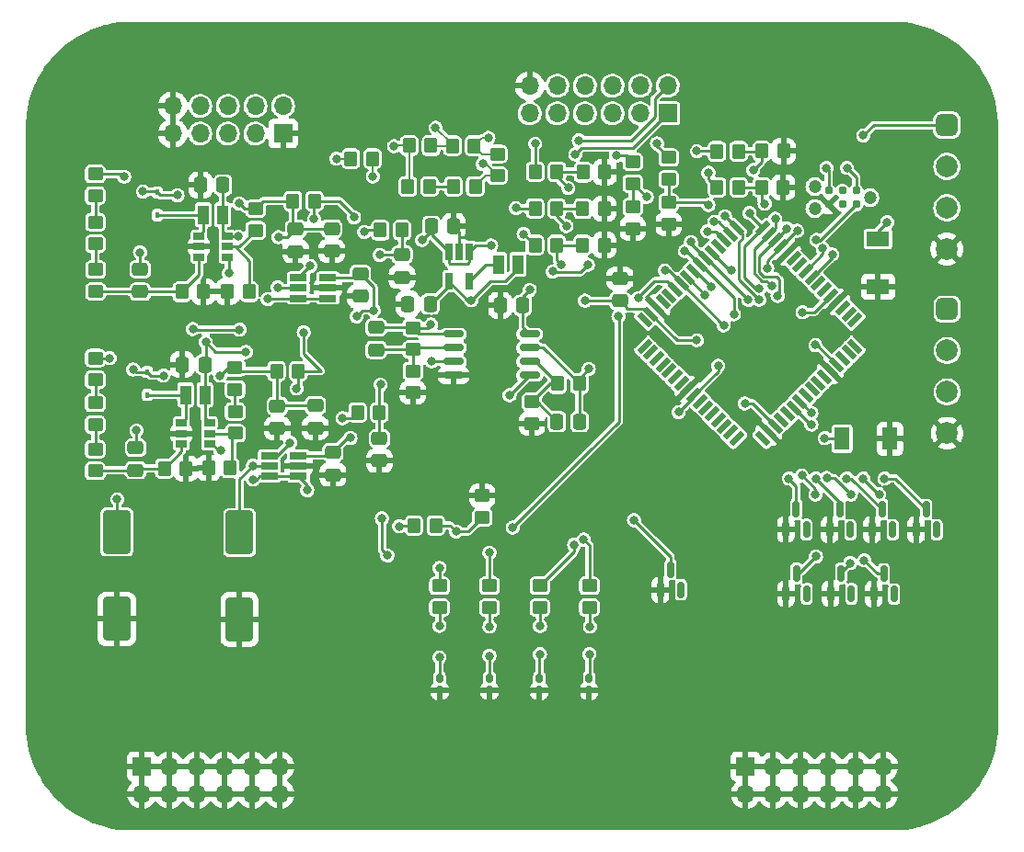
<source format=gbr>
%TF.GenerationSoftware,KiCad,Pcbnew,(6.0.10)*%
%TF.CreationDate,2023-01-06T10:16:33+00:00*%
%TF.ProjectId,test_board_boost,74657374-5f62-46f6-9172-645f626f6f73,rev?*%
%TF.SameCoordinates,Original*%
%TF.FileFunction,Copper,L1,Top*%
%TF.FilePolarity,Positive*%
%FSLAX46Y46*%
G04 Gerber Fmt 4.6, Leading zero omitted, Abs format (unit mm)*
G04 Created by KiCad (PCBNEW (6.0.10)) date 2023-01-06 10:16:33*
%MOMM*%
%LPD*%
G01*
G04 APERTURE LIST*
G04 Aperture macros list*
%AMRoundRect*
0 Rectangle with rounded corners*
0 $1 Rounding radius*
0 $2 $3 $4 $5 $6 $7 $8 $9 X,Y pos of 4 corners*
0 Add a 4 corners polygon primitive as box body*
4,1,4,$2,$3,$4,$5,$6,$7,$8,$9,$2,$3,0*
0 Add four circle primitives for the rounded corners*
1,1,$1+$1,$2,$3*
1,1,$1+$1,$4,$5*
1,1,$1+$1,$6,$7*
1,1,$1+$1,$8,$9*
0 Add four rect primitives between the rounded corners*
20,1,$1+$1,$2,$3,$4,$5,0*
20,1,$1+$1,$4,$5,$6,$7,0*
20,1,$1+$1,$6,$7,$8,$9,0*
20,1,$1+$1,$8,$9,$2,$3,0*%
%AMRotRect*
0 Rectangle, with rotation*
0 The origin of the aperture is its center*
0 $1 length*
0 $2 width*
0 $3 Rotation angle, in degrees counterclockwise*
0 Add horizontal line*
21,1,$1,$2,0,0,$3*%
G04 Aperture macros list end*
%TA.AperFunction,ComponentPad*%
%ADD10C,2.000000*%
%TD*%
%TA.AperFunction,ComponentPad*%
%ADD11RoundRect,0.500000X-0.500000X0.500000X-0.500000X-0.500000X0.500000X-0.500000X0.500000X0.500000X0*%
%TD*%
%TA.AperFunction,SMDPad,CuDef*%
%ADD12RoundRect,0.250000X-0.350000X-0.450000X0.350000X-0.450000X0.350000X0.450000X-0.350000X0.450000X0*%
%TD*%
%TA.AperFunction,SMDPad,CuDef*%
%ADD13RoundRect,0.250000X0.450000X-0.350000X0.450000X0.350000X-0.450000X0.350000X-0.450000X-0.350000X0*%
%TD*%
%TA.AperFunction,SMDPad,CuDef*%
%ADD14RoundRect,0.250000X-0.450000X0.350000X-0.450000X-0.350000X0.450000X-0.350000X0.450000X0.350000X0*%
%TD*%
%TA.AperFunction,SMDPad,CuDef*%
%ADD15RoundRect,0.250000X0.337500X0.475000X-0.337500X0.475000X-0.337500X-0.475000X0.337500X-0.475000X0*%
%TD*%
%TA.AperFunction,SMDPad,CuDef*%
%ADD16RoundRect,0.150000X0.150000X-0.587500X0.150000X0.587500X-0.150000X0.587500X-0.150000X-0.587500X0*%
%TD*%
%TA.AperFunction,SMDPad,CuDef*%
%ADD17RoundRect,0.160000X0.160000X-0.222500X0.160000X0.222500X-0.160000X0.222500X-0.160000X-0.222500X0*%
%TD*%
%TA.AperFunction,SMDPad,CuDef*%
%ADD18R,1.560000X0.650000*%
%TD*%
%TA.AperFunction,SMDPad,CuDef*%
%ADD19RoundRect,0.250000X-0.337500X-0.475000X0.337500X-0.475000X0.337500X0.475000X-0.337500X0.475000X0*%
%TD*%
%TA.AperFunction,SMDPad,CuDef*%
%ADD20RoundRect,0.250000X-0.475000X0.337500X-0.475000X-0.337500X0.475000X-0.337500X0.475000X0.337500X0*%
%TD*%
%TA.AperFunction,SMDPad,CuDef*%
%ADD21RoundRect,0.250000X-1.000000X1.750000X-1.000000X-1.750000X1.000000X-1.750000X1.000000X1.750000X0*%
%TD*%
%TA.AperFunction,SMDPad,CuDef*%
%ADD22R,0.450000X0.600000*%
%TD*%
%TA.AperFunction,SMDPad,CuDef*%
%ADD23R,2.100000X1.400000*%
%TD*%
%TA.AperFunction,SMDPad,CuDef*%
%ADD24R,1.020000X1.780000*%
%TD*%
%TA.AperFunction,SMDPad,CuDef*%
%ADD25R,1.400000X2.100000*%
%TD*%
%TA.AperFunction,SMDPad,CuDef*%
%ADD26RoundRect,0.250000X0.475000X-0.337500X0.475000X0.337500X-0.475000X0.337500X-0.475000X-0.337500X0*%
%TD*%
%TA.AperFunction,SMDPad,CuDef*%
%ADD27R,0.650000X1.560000*%
%TD*%
%TA.AperFunction,SMDPad,CuDef*%
%ADD28R,0.990000X0.690000*%
%TD*%
%TA.AperFunction,SMDPad,CuDef*%
%ADD29RoundRect,0.150000X-0.800000X-0.150000X0.800000X-0.150000X0.800000X0.150000X-0.800000X0.150000X0*%
%TD*%
%TA.AperFunction,SMDPad,CuDef*%
%ADD30C,0.787000*%
%TD*%
%TA.AperFunction,ComponentPad*%
%ADD31C,1.200000*%
%TD*%
%TA.AperFunction,SMDPad,CuDef*%
%ADD32RotRect,1.500000X0.550000X45.000000*%
%TD*%
%TA.AperFunction,SMDPad,CuDef*%
%ADD33RotRect,1.500000X0.550000X315.000000*%
%TD*%
%TA.AperFunction,SMDPad,CuDef*%
%ADD34RoundRect,0.250000X0.350000X0.450000X-0.350000X0.450000X-0.350000X-0.450000X0.350000X-0.450000X0*%
%TD*%
%TA.AperFunction,ComponentPad*%
%ADD35O,1.700000X1.700000*%
%TD*%
%TA.AperFunction,ComponentPad*%
%ADD36R,1.700000X1.700000*%
%TD*%
%TA.AperFunction,ViaPad*%
%ADD37C,0.800000*%
%TD*%
%TA.AperFunction,ViaPad*%
%ADD38C,0.600000*%
%TD*%
%TA.AperFunction,Conductor*%
%ADD39C,0.250000*%
%TD*%
%TA.AperFunction,Conductor*%
%ADD40C,0.200000*%
%TD*%
G04 APERTURE END LIST*
D10*
%TO.P,J14,4,Pin_4*%
%TO.N,GND*%
X170595000Y-93570000D03*
%TO.P,J14,3,Pin_3*%
%TO.N,UART_RX*%
X170595000Y-89760000D03*
%TO.P,J14,2,Pin_2*%
%TO.N,UART_TX*%
X170595000Y-85950000D03*
D11*
%TO.P,J14,1,Pin_1*%
%TO.N,unconnected-(J14-Pad1)*%
X170595000Y-82140000D03*
%TD*%
D12*
%TO.P,R34,2*%
%TO.N,CORE_VDD*%
X151405000Y-70910000D03*
%TO.P,R34,1*%
%TO.N,CORE_VDD_LPM*%
X149405000Y-70910000D03*
%TD*%
D13*
%TO.P,R22,2*%
%TO.N,IEXT*%
X121435000Y-83850000D03*
%TO.P,R22,1*%
%TO.N,Net-(C16-Pad1)*%
X121435000Y-85850000D03*
%TD*%
D14*
%TO.P,R39,2*%
%TO.N,GND*%
X141665000Y-74710000D03*
%TO.P,R39,1*%
%TO.N,+3.0VIO*%
X141665000Y-72710000D03*
%TD*%
D15*
%TO.P,C2,2*%
%TO.N,GND*%
X101887500Y-70700000D03*
%TO.P,C2,1*%
%TO.N,+5VP*%
X103962500Y-70700000D03*
%TD*%
D12*
%TO.P,R9,2*%
%TO.N,GND*%
X100555000Y-96822500D03*
%TO.P,R9,1*%
%TO.N,Net-(C3-Pad2)*%
X98555000Y-96822500D03*
%TD*%
D16*
%TO.P,D10,3*%
%TO.N,N/C*%
X165575000Y-102457500D03*
%TO.P,D10,2,A*%
%TO.N,GND*%
X163675000Y-102457500D03*
%TO.P,D10,1,K*%
%TO.N,+1.8VDD*%
X164625000Y-100582500D03*
%TD*%
D14*
%TO.P,R11,2*%
%TO.N,Net-(R11-Pad2)*%
X92215000Y-76110000D03*
%TO.P,R11,1*%
%TO.N,Net-(R10-Pad2)*%
X92215000Y-74110000D03*
%TD*%
D13*
%TO.P,R21,2*%
%TO.N,Net-(C17-Pad1)*%
X132385000Y-90680000D03*
%TO.P,R21,1*%
%TO.N,GND*%
X132385000Y-92680000D03*
%TD*%
D12*
%TO.P,R44,2*%
%TO.N,BLE_VDD*%
X134665000Y-76230000D03*
%TO.P,R44,1*%
%TO.N,BLE_VDD_LPM*%
X132665000Y-76230000D03*
%TD*%
%TO.P,R40,2*%
%TO.N,VPP_2V5*%
X134685000Y-69480000D03*
%TO.P,R40,1*%
%TO.N,VPP_2V5_LPM*%
X132685000Y-69480000D03*
%TD*%
D14*
%TO.P,R7,2*%
%TO.N,Net-(R7-Pad2)*%
X92195000Y-92767500D03*
%TO.P,R7,1*%
%TO.N,Net-(R6-Pad2)*%
X92195000Y-90767500D03*
%TD*%
D17*
%TO.P,D4,2,A*%
%TO.N,Net-(D4-Pad2)*%
X133058333Y-116137500D03*
%TO.P,D4,1,K*%
%TO.N,GND*%
X133058333Y-117282500D03*
%TD*%
D16*
%TO.P,D13,3*%
%TO.N,N/C*%
X157675000Y-108357500D03*
%TO.P,D13,2,A*%
%TO.N,GND*%
X155775000Y-108357500D03*
%TO.P,D13,1,K*%
%TO.N,+1.8VIO*%
X156725000Y-106482500D03*
%TD*%
%TO.P,D11,3*%
%TO.N,N/C*%
X161775000Y-108357500D03*
%TO.P,D11,2,A*%
%TO.N,GND*%
X159875000Y-108357500D03*
%TO.P,D11,1,K*%
%TO.N,+3.0VIO*%
X160825000Y-106482500D03*
%TD*%
D12*
%TO.P,R14,2*%
%TO.N,+24V*%
X112375000Y-72180000D03*
%TO.P,R14,1*%
%TO.N,Net-(C4-Pad1)*%
X110375000Y-72180000D03*
%TD*%
D16*
%TO.P,D14,3*%
%TO.N,N/C*%
X157645000Y-102437500D03*
%TO.P,D14,2,A*%
%TO.N,GND*%
X155745000Y-102437500D03*
%TO.P,D14,1,K*%
%TO.N,BLE_VDD*%
X156695000Y-100562500D03*
%TD*%
%TO.P,D9,3*%
%TO.N,N/C*%
X169625000Y-102457500D03*
%TO.P,D9,2,A*%
%TO.N,GND*%
X167725000Y-102457500D03*
%TO.P,D9,1,K*%
%TO.N,CORE_VDD*%
X168675000Y-100582500D03*
%TD*%
D10*
%TO.P,J15,4,Pin_4*%
%TO.N,GND*%
X170565000Y-76610000D03*
%TO.P,J15,3,Pin_3*%
%TO.N,-RS485*%
X170565000Y-72800000D03*
%TO.P,J15,2,Pin_2*%
%TO.N,+RS485*%
X170565000Y-68990000D03*
D11*
%TO.P,J15,1,Pin_1*%
%TO.N,+5VP*%
X170565000Y-65180000D03*
%TD*%
D18*
%TO.P,U5,6,V5*%
%TO.N,+5VP*%
X110905000Y-95622500D03*
%TO.P,U5,5,GND*%
%TO.N,GND*%
X110905000Y-96572500D03*
%TO.P,U5,4,VCC*%
%TO.N,Vdrive*%
X110905000Y-97522500D03*
%TO.P,U5,3,RG1*%
X108205000Y-97522500D03*
%TO.P,U5,2,RG2*%
%TO.N,+BATT*%
X108205000Y-96572500D03*
%TO.P,U5,1,OUT*%
%TO.N,IB_RAW*%
X108205000Y-95622500D03*
%TD*%
D14*
%TO.P,R36,2*%
%TO.N,+1.8VDD*%
X144965000Y-70170000D03*
%TO.P,R36,1*%
%TO.N,+1.8VDD_LPM*%
X144965000Y-68170000D03*
%TD*%
%TO.P,R52,2*%
%TO.N,Net-(D4-Pad2)*%
X133125000Y-109620000D03*
%TO.P,R52,1*%
%TO.N,+3V3*%
X133125000Y-107620000D03*
%TD*%
D16*
%TO.P,D8,3*%
%TO.N,N/C*%
X165725000Y-108387500D03*
%TO.P,D8,2,A*%
%TO.N,GND*%
X163825000Y-108387500D03*
%TO.P,D8,1,K*%
%TO.N,VCC_MAIN*%
X164775000Y-106512500D03*
%TD*%
D19*
%TO.P,C17,2*%
%TO.N,IBAT*%
X136762500Y-92500000D03*
%TO.P,C17,1*%
%TO.N,Net-(C17-Pad1)*%
X134687500Y-92500000D03*
%TD*%
D20*
%TO.P,C6,2*%
%TO.N,GND*%
X108955000Y-93120000D03*
%TO.P,C6,1*%
%TO.N,Vdrive*%
X108955000Y-91045000D03*
%TD*%
D21*
%TO.P,C13,2*%
%TO.N,GND*%
X94175000Y-110670000D03*
%TO.P,C13,1*%
%TO.N,+24V*%
X94175000Y-102670000D03*
%TD*%
D22*
%TO.P,D1,2,A*%
%TO.N,Net-(D1-Pad2)*%
X96985000Y-90042500D03*
%TO.P,D1,1,K*%
%TO.N,Vdrive*%
X96985000Y-87942500D03*
%TD*%
D20*
%TO.P,C3,2*%
%TO.N,Net-(C3-Pad2)*%
X95915000Y-96970000D03*
%TO.P,C3,1*%
%TO.N,Vdrive*%
X95915000Y-94895000D03*
%TD*%
D13*
%TO.P,R20,2*%
%TO.N,Net-(C16-Pad1)*%
X121425000Y-87830000D03*
%TO.P,R20,1*%
%TO.N,GND*%
X121425000Y-89830000D03*
%TD*%
D15*
%TO.P,C1,2*%
%TO.N,GND*%
X100207500Y-87232500D03*
%TO.P,C1,1*%
%TO.N,+5VP*%
X102282500Y-87232500D03*
%TD*%
D12*
%TO.P,R50,2*%
%TO.N,Net-(R50-Pad2)*%
X122965000Y-70840000D03*
%TO.P,R50,1*%
%TO.N,B+*%
X120965000Y-70840000D03*
%TD*%
%TO.P,R43,2*%
%TO.N,GND*%
X139065000Y-72880000D03*
%TO.P,R43,1*%
%TO.N,+1.8VIO*%
X137065000Y-72880000D03*
%TD*%
D14*
%TO.P,R54,2*%
%TO.N,Net-(D16-Pad2)*%
X123875000Y-109620000D03*
%TO.P,R54,1*%
%TO.N,+5VP*%
X123875000Y-107620000D03*
%TD*%
D23*
%TO.P,D17,2,A*%
%TO.N,GND*%
X164225000Y-80070000D03*
%TO.P,D17,1,K*%
%TO.N,+5VP*%
X164225000Y-75670000D03*
%TD*%
D24*
%TO.P,L2,2*%
%TO.N,Net-(D2-Pad2)*%
X102145000Y-73440000D03*
%TO.P,L2,1*%
%TO.N,+5VP*%
X103925000Y-73440000D03*
%TD*%
D14*
%TO.P,R37,2*%
%TO.N,GND*%
X144965000Y-74320000D03*
%TO.P,R37,1*%
%TO.N,+1.8VDD*%
X144965000Y-72320000D03*
%TD*%
D25*
%TO.P,D15,2,A*%
%TO.N,GND*%
X165325000Y-94070000D03*
%TO.P,D15,1,K*%
%TO.N,+5VP*%
X160925000Y-94070000D03*
%TD*%
D20*
%TO.P,C7,2*%
%TO.N,GND*%
X110635000Y-76817500D03*
%TO.P,C7,1*%
%TO.N,Net-(C4-Pad1)*%
X110635000Y-74742500D03*
%TD*%
D12*
%TO.P,R23,2*%
%TO.N,IBAT*%
X136745000Y-89000000D03*
%TO.P,R23,1*%
%TO.N,Net-(C17-Pad1)*%
X134745000Y-89000000D03*
%TD*%
D20*
%TO.P,C10,2*%
%TO.N,GND*%
X116605000Y-80957500D03*
%TO.P,C10,1*%
%TO.N,+5VP*%
X116605000Y-78882500D03*
%TD*%
D13*
%TO.P,R17,2*%
%TO.N,GND*%
X127810000Y-99330000D03*
%TO.P,R17,1*%
%TO.N,Dout*%
X127810000Y-101330000D03*
%TD*%
D26*
%TO.P,C14,2*%
%TO.N,Net-(C14-Pad2)*%
X120435000Y-77112500D03*
%TO.P,C14,1*%
%TO.N,GND*%
X120435000Y-79187500D03*
%TD*%
D12*
%TO.P,R15,2*%
%TO.N,+BATT*%
X110875000Y-87852500D03*
%TO.P,R15,1*%
%TO.N,Vdrive*%
X108875000Y-87852500D03*
%TD*%
%TO.P,R16,2*%
%TO.N,Dout*%
X123525000Y-102070000D03*
%TO.P,R16,1*%
%TO.N,Vdrive*%
X121525000Y-102070000D03*
%TD*%
D16*
%TO.P,D12,3*%
%TO.N,N/C*%
X161675000Y-102457500D03*
%TO.P,D12,2,A*%
%TO.N,GND*%
X159775000Y-102457500D03*
%TO.P,D12,1,K*%
%TO.N,VPP_2V5*%
X160725000Y-100582500D03*
%TD*%
D12*
%TO.P,R19,2*%
%TO.N,Net-(C15-Pad2)*%
X118345000Y-91652500D03*
%TO.P,R19,1*%
%TO.N,IB_RAW*%
X116345000Y-91652500D03*
%TD*%
D22*
%TO.P,D2,2,A*%
%TO.N,Net-(D2-Pad2)*%
X97905000Y-73470000D03*
%TO.P,D2,1,K*%
%TO.N,Net-(C4-Pad1)*%
X97905000Y-71370000D03*
%TD*%
D12*
%TO.P,R32,2*%
%TO.N,VCC_MAIN*%
X151405000Y-67600000D03*
%TO.P,R32,1*%
%TO.N,VCC_MAIN_LPM*%
X149405000Y-67600000D03*
%TD*%
%TO.P,R35,2*%
%TO.N,GND*%
X155515000Y-70920000D03*
%TO.P,R35,1*%
%TO.N,CORE_VDD*%
X153515000Y-70920000D03*
%TD*%
%TO.P,R51,2*%
%TO.N,VB-*%
X127165000Y-70840000D03*
%TO.P,R51,1*%
%TO.N,Net-(R50-Pad2)*%
X125165000Y-70840000D03*
%TD*%
D16*
%TO.P,D3,3*%
%TO.N,N/C*%
X146095000Y-107987500D03*
%TO.P,D3,2,A*%
%TO.N,GND*%
X144195000Y-107987500D03*
%TO.P,D3,1,K*%
%TO.N,+3V3*%
X145145000Y-106112500D03*
%TD*%
D20*
%TO.P,C11,2*%
%TO.N,GND*%
X114075000Y-97390000D03*
%TO.P,C11,1*%
%TO.N,+5VP*%
X114075000Y-95315000D03*
%TD*%
D27*
%TO.P,U6,5,SW*%
%TO.N,Net-(L3-Pad1)*%
X126625000Y-79570000D03*
%TO.P,U6,4,FB*%
%TO.N,+3V3*%
X124725000Y-79570000D03*
%TO.P,U6,3,EN*%
%TO.N,+5VP*%
X124725000Y-76870000D03*
%TO.P,U6,2,GND*%
%TO.N,GND*%
X125675000Y-76870000D03*
%TO.P,U6,1,Vin*%
%TO.N,+5VP*%
X126625000Y-76870000D03*
%TD*%
D28*
%TO.P,U2,6,VIN*%
%TO.N,+5VP*%
X104330000Y-75430000D03*
%TO.P,U2,5,OPV*%
%TO.N,Net-(R4-Pad2)*%
X104330000Y-76380000D03*
%TO.P,U2,4,EN*%
%TO.N,EXT_EN*%
X104330000Y-77330000D03*
%TO.P,U2,3,FB*%
%TO.N,Net-(C4-Pad2)*%
X101740000Y-77330000D03*
%TO.P,U2,2,GND*%
%TO.N,GND*%
X101740000Y-76380000D03*
%TO.P,U2,1,SW*%
%TO.N,Net-(D2-Pad2)*%
X101740000Y-75430000D03*
%TD*%
D15*
%TO.P,C5,2*%
%TO.N,GND*%
X129447500Y-81780000D03*
%TO.P,C5,1*%
%TO.N,+5VP*%
X131522500Y-81780000D03*
%TD*%
D29*
%TO.P,U3,8,V+*%
%TO.N,+5VP*%
X132165000Y-84405000D03*
%TO.P,U3,7*%
%TO.N,IBAT*%
X132165000Y-85675000D03*
%TO.P,U3,6,-*%
%TO.N,Net-(C17-Pad1)*%
X132165000Y-86945000D03*
%TO.P,U3,5,+*%
%TO.N,Net-(C15-Pad2)*%
X132165000Y-88215000D03*
%TO.P,U3,4,V-*%
%TO.N,GND*%
X125165000Y-88215000D03*
%TO.P,U3,3,+*%
%TO.N,Net-(C14-Pad2)*%
X125165000Y-86945000D03*
%TO.P,U3,2,-*%
%TO.N,Net-(C16-Pad1)*%
X125165000Y-85675000D03*
%TO.P,U3,1*%
%TO.N,IEXT*%
X125165000Y-84405000D03*
%TD*%
D14*
%TO.P,R6,2*%
%TO.N,Net-(R6-Pad2)*%
X92195000Y-88637500D03*
%TO.P,R6,1*%
%TO.N,Vdrive*%
X92195000Y-86637500D03*
%TD*%
D12*
%TO.P,R47,2*%
%TO.N,B-*%
X127065000Y-67080000D03*
%TO.P,R47,1*%
%TO.N,VB+*%
X125065000Y-67080000D03*
%TD*%
D17*
%TO.P,D16,2,A*%
%TO.N,Net-(D16-Pad2)*%
X123891667Y-116137500D03*
%TO.P,D16,1,K*%
%TO.N,GND*%
X123891667Y-117282500D03*
%TD*%
D18*
%TO.P,U4,6,V5*%
%TO.N,+5VP*%
X113605000Y-79240000D03*
%TO.P,U4,5,GND*%
%TO.N,GND*%
X113605000Y-80190000D03*
%TO.P,U4,4,VCC*%
%TO.N,Net-(C4-Pad1)*%
X113605000Y-81140000D03*
%TO.P,U4,3,RG1*%
X110905000Y-81140000D03*
%TO.P,U4,2,RG2*%
%TO.N,+24V*%
X110905000Y-80190000D03*
%TO.P,U4,1,OUT*%
%TO.N,IE_RAW*%
X110905000Y-79240000D03*
%TD*%
D12*
%TO.P,R46,2*%
%TO.N,T-*%
X117715000Y-68270000D03*
%TO.P,R46,1*%
%TO.N,T+*%
X115715000Y-68270000D03*
%TD*%
D30*
%TO.P,J13,6,GND*%
%TO.N,GND*%
X159680000Y-72495000D03*
%TO.P,J13,5,CLOCK*%
%TO.N,PDI_CLK*%
X159680000Y-71225000D03*
%TO.P,J13,4,NC*%
%TO.N,unconnected-(J13-Pad4)*%
X160950000Y-72495000D03*
%TO.P,J13,3,NC*%
%TO.N,unconnected-(J13-Pad3)*%
X160950000Y-71225000D03*
%TO.P,J13,2,VCC*%
%TO.N,+3V3*%
X162220000Y-72495000D03*
%TO.P,J13,1,DATA*%
%TO.N,PDI_DATA*%
X162220000Y-71225000D03*
D31*
%TO.P,J13,*%
%TO.N,*%
X158410000Y-70844000D03*
X158410000Y-72876000D03*
X163490000Y-71860000D03*
%TD*%
D14*
%TO.P,R1,2*%
%TO.N,Net-(R1-Pad2)*%
X105055000Y-89532500D03*
%TO.P,R1,1*%
%TO.N,Vdrive*%
X105055000Y-87532500D03*
%TD*%
D17*
%TO.P,D5,2,A*%
%TO.N,Net-(D5-Pad2)*%
X137641667Y-116137500D03*
%TO.P,D5,1,K*%
%TO.N,GND*%
X137641667Y-117282500D03*
%TD*%
D20*
%TO.P,C9,2*%
%TO.N,GND*%
X112455000Y-93080000D03*
%TO.P,C9,1*%
%TO.N,Vdrive*%
X112455000Y-91005000D03*
%TD*%
D12*
%TO.P,R13,2*%
%TO.N,GND*%
X102165000Y-80530000D03*
%TO.P,R13,1*%
%TO.N,Net-(C4-Pad2)*%
X100165000Y-80530000D03*
%TD*%
D20*
%TO.P,C4,2*%
%TO.N,Net-(C4-Pad2)*%
X96325000Y-80527500D03*
%TO.P,C4,1*%
%TO.N,Net-(C4-Pad1)*%
X96325000Y-78452500D03*
%TD*%
D15*
%TO.P,C19,2*%
%TO.N,GND*%
X120950000Y-81660000D03*
%TO.P,C19,1*%
%TO.N,+3V3*%
X123025000Y-81660000D03*
%TD*%
D14*
%TO.P,R10,2*%
%TO.N,Net-(R10-Pad2)*%
X92205000Y-71680000D03*
%TO.P,R10,1*%
%TO.N,Net-(C4-Pad1)*%
X92205000Y-69680000D03*
%TD*%
%TO.P,R8,2*%
%TO.N,Net-(C3-Pad2)*%
X92195000Y-97037500D03*
%TO.P,R8,1*%
%TO.N,Net-(R7-Pad2)*%
X92195000Y-95037500D03*
%TD*%
D26*
%TO.P,C15,2*%
%TO.N,Net-(C15-Pad2)*%
X118355000Y-94035000D03*
%TO.P,C15,1*%
%TO.N,GND*%
X118355000Y-96110000D03*
%TD*%
D32*
%TO.P,U7,64,PA2*%
%TO.N,+1.8VDD*%
X153637082Y-74662637D03*
%TO.P,U7,63,PA1*%
%TO.N,CORE_VDD*%
X154202767Y-75228323D03*
%TO.P,U7,62,AREFA/PA0*%
%TO.N,VCC_MAIN*%
X154768452Y-75794008D03*
%TO.P,U7,61,AVCC*%
%TO.N,+3V3*%
X155334138Y-76359693D03*
%TO.P,U7,60,GND*%
%TO.N,GND*%
X155899823Y-76925379D03*
%TO.P,U7,59,PR1/XTAL1*%
%TO.N,unconnected-(U7-Pad59)*%
X156465509Y-77491064D03*
%TO.P,U7,58,PR0/XTAL2*%
%TO.N,unconnected-(U7-Pad58)*%
X157031194Y-78056750D03*
%TO.P,U7,57,~{RESET}/PDI_CLK*%
%TO.N,PDI_CLK*%
X157596880Y-78622435D03*
%TO.P,U7,56,PDI_DATA*%
%TO.N,PDI_DATA*%
X158162565Y-79188120D03*
%TO.P,U7,55,PF7*%
%TO.N,unconnected-(U7-Pad55)*%
X158728250Y-79753806D03*
%TO.P,U7,54,PF6*%
%TO.N,unconnected-(U7-Pad54)*%
X159293936Y-80319491D03*
%TO.P,U7,53,VCC*%
%TO.N,+3V3*%
X159859621Y-80885177D03*
%TO.P,U7,52,GND*%
%TO.N,GND*%
X160425307Y-81450862D03*
%TO.P,U7,51,PF5*%
%TO.N,unconnected-(U7-Pad51)*%
X160990992Y-82016548D03*
%TO.P,U7,50,PF4*%
%TO.N,unconnected-(U7-Pad50)*%
X161556677Y-82582233D03*
%TO.P,U7,49,PF3*%
%TO.N,unconnected-(U7-Pad49)*%
X162122363Y-83147918D03*
D33*
%TO.P,U7,48,PF2*%
%TO.N,unconnected-(U7-Pad48)*%
X162122363Y-85552082D03*
%TO.P,U7,47,PF1*%
%TO.N,unconnected-(U7-Pad47)*%
X161556677Y-86117767D03*
%TO.P,U7,46,PF0*%
%TO.N,unconnected-(U7-Pad46)*%
X160990992Y-86683452D03*
%TO.P,U7,45,VCC*%
%TO.N,+3V3*%
X160425307Y-87249138D03*
%TO.P,U7,44,GND*%
%TO.N,GND*%
X159859621Y-87814823D03*
%TO.P,U7,43,PE7*%
%TO.N,unconnected-(U7-Pad43)*%
X159293936Y-88380509D03*
%TO.P,U7,42,PE6*%
%TO.N,unconnected-(U7-Pad42)*%
X158728250Y-88946194D03*
%TO.P,U7,41,PE5*%
%TO.N,unconnected-(U7-Pad41)*%
X158162565Y-89511880D03*
%TO.P,U7,40,PE4*%
%TO.N,unconnected-(U7-Pad40)*%
X157596880Y-90077565D03*
%TO.P,U7,39,PE3*%
%TO.N,UART_TX*%
X157031194Y-90643250D03*
%TO.P,U7,38,PE2*%
%TO.N,UART_RX*%
X156465509Y-91208936D03*
%TO.P,U7,37,PE1*%
%TO.N,unconnected-(U7-Pad37)*%
X155899823Y-91774621D03*
%TO.P,U7,36,PE0*%
%TO.N,unconnected-(U7-Pad36)*%
X155334138Y-92340307D03*
%TO.P,U7,35,VCC*%
%TO.N,+3V3*%
X154768452Y-92905992D03*
%TO.P,U7,34,GND*%
%TO.N,GND*%
X154202767Y-93471677D03*
%TO.P,U7,33,PD7*%
%TO.N,unconnected-(U7-Pad33)*%
X153637082Y-94037363D03*
D32*
%TO.P,U7,32,PD6*%
%TO.N,unconnected-(U7-Pad32)*%
X151232918Y-94037363D03*
%TO.P,U7,31,PD5*%
%TO.N,unconnected-(U7-Pad31)*%
X150667233Y-93471677D03*
%TO.P,U7,30,PD4*%
%TO.N,unconnected-(U7-Pad30)*%
X150101548Y-92905992D03*
%TO.P,U7,29,PD3*%
%TO.N,unconnected-(U7-Pad29)*%
X149535862Y-92340307D03*
%TO.P,U7,28,PD2*%
%TO.N,unconnected-(U7-Pad28)*%
X148970177Y-91774621D03*
%TO.P,U7,27,PD1*%
%TO.N,unconnected-(U7-Pad27)*%
X148404491Y-91208936D03*
%TO.P,U7,26,PD0*%
%TO.N,unconnected-(U7-Pad26)*%
X147838806Y-90643250D03*
%TO.P,U7,25,VCC*%
%TO.N,+3V3*%
X147273120Y-90077565D03*
%TO.P,U7,24,GND*%
%TO.N,GND*%
X146707435Y-89511880D03*
%TO.P,U7,23,PC7*%
%TO.N,unconnected-(U7-Pad23)*%
X146141750Y-88946194D03*
%TO.P,U7,22,PC6*%
%TO.N,unconnected-(U7-Pad22)*%
X145576064Y-88380509D03*
%TO.P,U7,21,PC5*%
%TO.N,unconnected-(U7-Pad21)*%
X145010379Y-87814823D03*
%TO.P,U7,20,PC4*%
%TO.N,unconnected-(U7-Pad20)*%
X144444693Y-87249138D03*
%TO.P,U7,19,PC3*%
%TO.N,unconnected-(U7-Pad19)*%
X143879008Y-86683452D03*
%TO.P,U7,18,PC2*%
%TO.N,unconnected-(U7-Pad18)*%
X143313323Y-86117767D03*
%TO.P,U7,17,PC1*%
%TO.N,unconnected-(U7-Pad17)*%
X142747637Y-85552082D03*
D33*
%TO.P,U7,16,PC0*%
%TO.N,unconnected-(U7-Pad16)*%
X142747637Y-83147918D03*
%TO.P,U7,15,VCC*%
%TO.N,+3V3*%
X143313323Y-82582233D03*
%TO.P,U7,14,GND*%
%TO.N,GND*%
X143879008Y-82016548D03*
%TO.P,U7,13,PB7*%
%TO.N,unconnected-(U7-Pad13)*%
X144444693Y-81450862D03*
%TO.P,U7,12,PB6*%
%TO.N,unconnected-(U7-Pad12)*%
X145010379Y-80885177D03*
%TO.P,U7,11,PB5*%
%TO.N,Dout*%
X145576064Y-80319491D03*
%TO.P,U7,10,PB4*%
%TO.N,BLE_VDD*%
X146141750Y-79753806D03*
%TO.P,U7,9,PB3*%
%TO.N,BAT_EN*%
X146707435Y-79188120D03*
%TO.P,U7,8,PB2*%
%TO.N,EXT_EN*%
X147273120Y-78622435D03*
%TO.P,U7,7,PB1*%
%TO.N,+1.8VIO*%
X147838806Y-78056750D03*
%TO.P,U7,6,AREFB/PB0*%
%TO.N,VPP_2V5*%
X148404491Y-77491064D03*
%TO.P,U7,5,PA7*%
%TO.N,Net-(R53-Pad1)*%
X148970177Y-76925379D03*
%TO.P,U7,4,PA6*%
%TO.N,unconnected-(U7-Pad4)*%
X149535862Y-76359693D03*
%TO.P,U7,3,PA5*%
%TO.N,IBAT*%
X150101548Y-75794008D03*
%TO.P,U7,2,PA4*%
%TO.N,IEXT*%
X150667233Y-75228323D03*
%TO.P,U7,1,PA3*%
%TO.N,+3.0VIO*%
X151232918Y-74662637D03*
%TD*%
D34*
%TO.P,R3,2*%
%TO.N,GND*%
X102625000Y-96770000D03*
%TO.P,R3,1*%
%TO.N,Net-(R2-Pad2)*%
X104625000Y-96770000D03*
%TD*%
D12*
%TO.P,R18,2*%
%TO.N,Net-(C14-Pad2)*%
X120435000Y-74850000D03*
%TO.P,R18,1*%
%TO.N,IE_RAW*%
X118435000Y-74850000D03*
%TD*%
%TO.P,R41,2*%
%TO.N,GND*%
X139085000Y-69520000D03*
%TO.P,R41,1*%
%TO.N,VPP_2V5*%
X137085000Y-69520000D03*
%TD*%
D24*
%TO.P,L1,2*%
%TO.N,Net-(D1-Pad2)*%
X100495000Y-90042500D03*
%TO.P,L1,1*%
%TO.N,+5VP*%
X102275000Y-90042500D03*
%TD*%
D17*
%TO.P,D18,2,A*%
%TO.N,Net-(D18-Pad2)*%
X128475000Y-116137500D03*
%TO.P,D18,1,K*%
%TO.N,GND*%
X128475000Y-117282500D03*
%TD*%
D12*
%TO.P,R42,2*%
%TO.N,+1.8VIO*%
X134665000Y-72870000D03*
%TO.P,R42,1*%
%TO.N,+1.8VIO_LPM*%
X132665000Y-72870000D03*
%TD*%
%TO.P,R45,2*%
%TO.N,GND*%
X139055000Y-76230000D03*
%TO.P,R45,1*%
%TO.N,BLE_VDD*%
X137055000Y-76230000D03*
%TD*%
D28*
%TO.P,U1,6,VIN*%
%TO.N,+5VP*%
X102710000Y-92632500D03*
%TO.P,U1,5,OPV*%
%TO.N,Net-(R2-Pad2)*%
X102710000Y-93582500D03*
%TO.P,U1,4,EN*%
%TO.N,BAT_EN*%
X102710000Y-94532500D03*
%TO.P,U1,3,FB*%
%TO.N,Net-(C3-Pad2)*%
X100120000Y-94532500D03*
%TO.P,U1,2,GND*%
%TO.N,GND*%
X100120000Y-93582500D03*
%TO.P,U1,1,SW*%
%TO.N,Net-(D1-Pad2)*%
X100120000Y-92632500D03*
%TD*%
D20*
%TO.P,C8,2*%
%TO.N,GND*%
X113955000Y-76787500D03*
%TO.P,C8,1*%
%TO.N,Net-(C4-Pad1)*%
X113955000Y-74712500D03*
%TD*%
D12*
%TO.P,R33,2*%
%TO.N,GND*%
X155535000Y-67580000D03*
%TO.P,R33,1*%
%TO.N,VCC_MAIN*%
X153535000Y-67580000D03*
%TD*%
D14*
%TO.P,R2,2*%
%TO.N,Net-(R2-Pad2)*%
X105065000Y-93572500D03*
%TO.P,R2,1*%
%TO.N,Net-(R1-Pad2)*%
X105065000Y-91572500D03*
%TD*%
%TO.P,R55,2*%
%TO.N,Net-(D18-Pad2)*%
X128475000Y-109620000D03*
%TO.P,R55,1*%
%TO.N,+5VP*%
X128475000Y-107620000D03*
%TD*%
D26*
%TO.P,C16,2*%
%TO.N,IEXT*%
X118035000Y-83812500D03*
%TO.P,C16,1*%
%TO.N,Net-(C16-Pad1)*%
X118035000Y-85887500D03*
%TD*%
D34*
%TO.P,R5,2*%
%TO.N,GND*%
X104365000Y-80530000D03*
%TO.P,R5,1*%
%TO.N,Net-(R4-Pad2)*%
X106365000Y-80530000D03*
%TD*%
D24*
%TO.P,L3,2*%
%TO.N,+3V3*%
X131075000Y-78020000D03*
%TO.P,L3,1*%
%TO.N,Net-(L3-Pad1)*%
X129295000Y-78020000D03*
%TD*%
D19*
%TO.P,C18,2*%
%TO.N,GND*%
X125192500Y-74500000D03*
%TO.P,C18,1*%
%TO.N,+5VP*%
X123117500Y-74500000D03*
%TD*%
D14*
%TO.P,R53,2*%
%TO.N,Net-(D5-Pad2)*%
X137675000Y-109620000D03*
%TO.P,R53,1*%
%TO.N,Net-(R53-Pad1)*%
X137675000Y-107620000D03*
%TD*%
%TO.P,R12,2*%
%TO.N,Net-(C4-Pad2)*%
X92235000Y-80500000D03*
%TO.P,R12,1*%
%TO.N,Net-(R11-Pad2)*%
X92235000Y-78500000D03*
%TD*%
%TO.P,R38,2*%
%TO.N,+3.0VIO*%
X141665000Y-70560000D03*
%TO.P,R38,1*%
%TO.N,+3.0VIO_LPM*%
X141665000Y-68560000D03*
%TD*%
%TO.P,R48,2*%
%TO.N,VB-*%
X129195000Y-69840000D03*
%TO.P,R48,1*%
%TO.N,B-*%
X129195000Y-67840000D03*
%TD*%
D21*
%TO.P,C12,2*%
%TO.N,GND*%
X105475000Y-110720000D03*
%TO.P,C12,1*%
%TO.N,+BATT*%
X105475000Y-102720000D03*
%TD*%
D26*
%TO.P,C21,2*%
%TO.N,GND*%
X140485000Y-79292500D03*
%TO.P,C21,1*%
%TO.N,+3V3*%
X140485000Y-81367500D03*
%TD*%
D34*
%TO.P,R49,2*%
%TO.N,B+*%
X121095000Y-67070000D03*
%TO.P,R49,1*%
%TO.N,VB+*%
X123095000Y-67070000D03*
%TD*%
D14*
%TO.P,R4,2*%
%TO.N,Net-(R4-Pad2)*%
X106965000Y-74870000D03*
%TO.P,R4,1*%
%TO.N,Net-(C4-Pad1)*%
X106965000Y-72870000D03*
%TD*%
D35*
%TO.P,J11,10,Pin_10*%
%TO.N,GND*%
X99320000Y-63415000D03*
%TO.P,J11,9,Pin_9*%
X99320000Y-65955000D03*
%TO.P,J11,8,Pin_8*%
%TO.N,T-*%
X101860000Y-63415000D03*
%TO.P,J11,7,Pin_7*%
%TO.N,T+*%
X101860000Y-65955000D03*
%TO.P,J11,6,Pin_6*%
%TO.N,B-*%
X104400000Y-63415000D03*
%TO.P,J11,5,Pin_5*%
%TO.N,B+*%
X104400000Y-65955000D03*
%TO.P,J11,4,Pin_4*%
%TO.N,VB-*%
X106940000Y-63415000D03*
%TO.P,J11,3,Pin_3*%
%TO.N,VB+*%
X106940000Y-65955000D03*
%TO.P,J11,2,Pin_2*%
%TO.N,Dout*%
X109480000Y-63415000D03*
D36*
%TO.P,J11,1,Pin_1*%
%TO.N,GND*%
X109480000Y-65955000D03*
%TD*%
D35*
%TO.P,J10,12,Pin_12*%
%TO.N,GND*%
X109165000Y-126795802D03*
%TO.P,J10,11,Pin_11*%
X109165000Y-124255802D03*
%TO.P,J10,10,Pin_10*%
X106625000Y-126795802D03*
%TO.P,J10,9,Pin_9*%
X106625000Y-124255802D03*
%TO.P,J10,8,Pin_8*%
X104085000Y-126795802D03*
%TO.P,J10,7,Pin_7*%
X104085000Y-124255802D03*
%TO.P,J10,6,Pin_6*%
X101545000Y-126795802D03*
%TO.P,J10,5,Pin_5*%
X101545000Y-124255802D03*
%TO.P,J10,4,Pin_4*%
X99005000Y-126795802D03*
%TO.P,J10,3,Pin_3*%
X99005000Y-124255802D03*
%TO.P,J10,2,Pin_2*%
X96465000Y-126795802D03*
D36*
%TO.P,J10,1,Pin_1*%
X96465000Y-124255802D03*
%TD*%
D35*
%TO.P,J9,12,Pin_12*%
%TO.N,GND*%
X164740155Y-126795802D03*
%TO.P,J9,11,Pin_11*%
X164740155Y-124255802D03*
%TO.P,J9,10,Pin_10*%
X162200155Y-126795802D03*
%TO.P,J9,9,Pin_9*%
X162200155Y-124255802D03*
%TO.P,J9,8,Pin_8*%
X159660155Y-126795802D03*
%TO.P,J9,7,Pin_7*%
X159660155Y-124255802D03*
%TO.P,J9,6,Pin_6*%
X157120155Y-126795802D03*
%TO.P,J9,5,Pin_5*%
X157120155Y-124255802D03*
%TO.P,J9,4,Pin_4*%
X154580155Y-126795802D03*
%TO.P,J9,3,Pin_3*%
X154580155Y-124255802D03*
%TO.P,J9,2,Pin_2*%
X152040155Y-126795802D03*
D36*
%TO.P,J9,1,Pin_1*%
X152040155Y-124255802D03*
%TD*%
D35*
%TO.P,J12,12,Pin_12*%
%TO.N,GND*%
X132175000Y-61565000D03*
%TO.P,J12,11,Pin_11*%
%TO.N,BLE_VDD_LPM*%
X132175000Y-64105000D03*
%TO.P,J12,10,Pin_10*%
%TO.N,+1.8VIO_LPM*%
X134715000Y-61565000D03*
%TO.P,J12,9,Pin_9*%
%TO.N,VPP_2V5_LPM*%
X134715000Y-64105000D03*
%TO.P,J12,8,Pin_8*%
%TO.N,+3.0VIO_LPM*%
X137255000Y-61565000D03*
%TO.P,J12,7,Pin_7*%
%TO.N,+1.8VDD_LPM*%
X137255000Y-64105000D03*
%TO.P,J12,6,Pin_6*%
%TO.N,CORE_VDD_LPM*%
X139795000Y-61565000D03*
%TO.P,J12,5,Pin_5*%
%TO.N,VCC_MAIN_LPM*%
X139795000Y-64105000D03*
%TO.P,J12,4,Pin_4*%
%TO.N,-RS485*%
X142335000Y-61565000D03*
%TO.P,J12,3,Pin_3*%
%TO.N,+RS485*%
X142335000Y-64105000D03*
%TO.P,J12,2,Pin_2*%
%TO.N,+BATT*%
X144875000Y-61565000D03*
D36*
%TO.P,J12,1,Pin_1*%
%TO.N,+24V*%
X144875000Y-64105000D03*
%TD*%
D37*
%TO.N,GND*%
X92388314Y-62935275D03*
X99795622Y-117346903D03*
X91534783Y-118854974D03*
X112833000Y-111442529D03*
X111550010Y-116307669D03*
X113675450Y-118953813D03*
X116071772Y-123375964D03*
X145082155Y-123831062D03*
X151457113Y-117297803D03*
X156587550Y-117325209D03*
X169699499Y-117639397D03*
X168778919Y-114229897D03*
X163802321Y-115224256D03*
X158716493Y-115125262D03*
X153658201Y-114888453D03*
X149599591Y-113560945D03*
X144696877Y-114823746D03*
X143871227Y-119081914D03*
X140786408Y-123020445D03*
X135788491Y-123542075D03*
X130752370Y-123407263D03*
X125715736Y-123550356D03*
X120720580Y-123005555D03*
X117654600Y-119052597D03*
X117623059Y-113953078D03*
X115601805Y-110025715D03*
X138662722Y-62836092D03*
X105625220Y-64601318D03*
X103085220Y-64601318D03*
X120559083Y-65531020D03*
X126278932Y-65618142D03*
X122272931Y-65531384D03*
X157679506Y-61365989D03*
X152246576Y-61365989D03*
X146813646Y-61365989D03*
X147899777Y-65510598D03*
X152827477Y-66088698D03*
X157242999Y-67248722D03*
X161542234Y-65156799D03*
X168810574Y-66187388D03*
X134465141Y-65792034D03*
X103145054Y-67106594D03*
X146591126Y-68372843D03*
X150451778Y-68973229D03*
X143416260Y-68616073D03*
X154338158Y-69387026D03*
X126111778Y-68453229D03*
X105350500Y-67628267D03*
X109142929Y-69549980D03*
X113379539Y-66951992D03*
X118390240Y-66179500D03*
X158229251Y-69387265D03*
X114613412Y-69532033D03*
X162116057Y-67134556D03*
X171349989Y-71124244D03*
X140146122Y-71193964D03*
X147954501Y-71344500D03*
X137845258Y-71000674D03*
X134078086Y-71005308D03*
X118412239Y-71974500D03*
X119199280Y-68283817D03*
X113905622Y-73274500D03*
X157214246Y-71673893D03*
X109075706Y-73198440D03*
X157895663Y-74234773D03*
X171267427Y-74514255D03*
X137825258Y-74360674D03*
X133933731Y-74352401D03*
X129915000Y-72033177D03*
X127349934Y-75294500D03*
X143961620Y-75915101D03*
X133676267Y-77576614D03*
X140880357Y-76379783D03*
X109057015Y-77953343D03*
X118655030Y-78470698D03*
X94286754Y-79524500D03*
X95339500Y-75174705D03*
X93850503Y-70677272D03*
X97492125Y-76477343D03*
X99745084Y-78979842D03*
X100598344Y-74521926D03*
X123096675Y-76712782D03*
X118857015Y-80323343D03*
X125512836Y-81737402D03*
X134769740Y-82559000D03*
X105623542Y-82008581D03*
X103386228Y-82187714D03*
X113151639Y-83563796D03*
X104833195Y-85094500D03*
X108581712Y-85094500D03*
X109636909Y-82161756D03*
X171302421Y-80302501D03*
X169038459Y-78020649D03*
X169389776Y-74235763D03*
X166631052Y-70245618D03*
X166303658Y-73863845D03*
X161860500Y-75202706D03*
X160516950Y-79279056D03*
X163343976Y-78262001D03*
X166383000Y-80740278D03*
X165200351Y-84974500D03*
X169985100Y-84197641D03*
X142358022Y-84350000D03*
X159277953Y-82931115D03*
X137473922Y-86391513D03*
X149327324Y-84664164D03*
X146646083Y-86333664D03*
X123020470Y-88198573D03*
X126954231Y-85974890D03*
X129637600Y-88434500D03*
X130364501Y-84610104D03*
X157291781Y-88124271D03*
X156726933Y-83539967D03*
X162960588Y-88784500D03*
X168178132Y-88784500D03*
X171204901Y-87702358D03*
X139394500Y-88260935D03*
X112789500Y-89567000D03*
X94441940Y-87819005D03*
X144014043Y-89081936D03*
X114740500Y-88851584D03*
X119320414Y-86978205D03*
X116459501Y-84213624D03*
X103655706Y-90450940D03*
X135787000Y-90369648D03*
X150999500Y-89754065D03*
X103514500Y-91489813D03*
X95930928Y-90533992D03*
X151436576Y-91950632D03*
X161281761Y-92169500D03*
X165598606Y-91912000D03*
X169156936Y-90932481D03*
X116889657Y-93204040D03*
X106840500Y-94522453D03*
X107575706Y-88870940D03*
X163517001Y-95057936D03*
X116793718Y-94583263D03*
X98774500Y-92524731D03*
X165677477Y-96770000D03*
X168732061Y-94564421D03*
X104499500Y-98441179D03*
X142745989Y-92538159D03*
X144359663Y-99005772D03*
X154106067Y-97494500D03*
X150778901Y-95605811D03*
X147040020Y-92107914D03*
X163290924Y-100627989D03*
X167340924Y-100627989D03*
X124071115Y-90385500D03*
X119730724Y-90735195D03*
X119850495Y-94785529D03*
X118893901Y-100196224D03*
X126033007Y-99390493D03*
X130993372Y-100462063D03*
X134734860Y-96765575D03*
X136156337Y-94048178D03*
X131211402Y-94179264D03*
X129190115Y-90597648D03*
X131860329Y-102385106D03*
X116879935Y-102414500D03*
X140568153Y-101222794D03*
X134697319Y-102942964D03*
X138949500Y-100015935D03*
X162701957Y-104001039D03*
X162546536Y-106450444D03*
X160045784Y-105109296D03*
X96529587Y-112534335D03*
X91817001Y-112058124D03*
X107829586Y-112584335D03*
X103117001Y-112108124D03*
X130279332Y-62059811D03*
X133467740Y-60090874D03*
X137958634Y-60014799D03*
X161142683Y-61362400D03*
X164965922Y-64204500D03*
X169601382Y-63410971D03*
X172369667Y-95109898D03*
X169109918Y-98769647D03*
X170775500Y-102632355D03*
X165925499Y-106002571D03*
X165951223Y-109973836D03*
X161432449Y-109927474D03*
X157026959Y-109814123D03*
X154386083Y-107529412D03*
X157363754Y-104455832D03*
X154337001Y-102786290D03*
X154760947Y-99445500D03*
X149760472Y-99445500D03*
X145322078Y-100802487D03*
X147237401Y-108704874D03*
X143049261Y-109350728D03*
X143968873Y-105143439D03*
X140360067Y-105531763D03*
X139045439Y-108576944D03*
X138935862Y-118079469D03*
X136461760Y-116299816D03*
X136488458Y-111565537D03*
X134666944Y-108128631D03*
X131655634Y-116789242D03*
X132084599Y-112013842D03*
X130025500Y-107779429D03*
X127056902Y-117122166D03*
X127499500Y-112349891D03*
X125366316Y-104815020D03*
X125367890Y-108323288D03*
X122558495Y-116568651D03*
X122732521Y-111836896D03*
X122335494Y-107088932D03*
X118936582Y-106068040D03*
X114749969Y-104404534D03*
X111169847Y-100975500D03*
X107575499Y-102381627D03*
X105298122Y-105570500D03*
X103374500Y-102027872D03*
X99813755Y-100018320D03*
X95818867Y-98408000D03*
X96275499Y-102325014D03*
X94004734Y-105520500D03*
X92074500Y-101984481D03*
X92481246Y-98488000D03*
X90644500Y-94954213D03*
X90656824Y-90224193D03*
X90944071Y-85524809D03*
X95539619Y-86157554D03*
X99763652Y-82080500D03*
X95186522Y-81743069D03*
X90761222Y-81254270D03*
X90671104Y-76600662D03*
X90654501Y-71963426D03*
X92291233Y-68229500D03*
X96419899Y-70066609D03*
X99837431Y-69677746D03*
X97395631Y-66322459D03*
X98176871Y-61824730D03*
X102761433Y-61972975D03*
X107090592Y-60915469D03*
X111659554Y-61975338D03*
X116467767Y-62439500D03*
X121315606Y-62829980D03*
X126273567Y-62941222D03*
X129630451Y-66356668D03*
X157014351Y-122340948D03*
X161647074Y-122376567D03*
X166265660Y-123022894D03*
X150197953Y-125608161D03*
X152269353Y-122297802D03*
X101439194Y-122340948D03*
X106071917Y-122376568D03*
X110690503Y-123022893D03*
X94622798Y-125608161D03*
X96694198Y-122297802D03*
X171665665Y-127202538D03*
X174320792Y-122993374D03*
X174699499Y-117989879D03*
X174699499Y-112949175D03*
X174699499Y-107908471D03*
X174699499Y-102867767D03*
X174699499Y-97827063D03*
X174699499Y-92786359D03*
X174699499Y-87745655D03*
X174699499Y-82704951D03*
X174699499Y-77664247D03*
X174699499Y-72623543D03*
X174699499Y-67582839D03*
X174254347Y-62589376D03*
X171493743Y-58448935D03*
X166974562Y-56366452D03*
X161940775Y-56250501D03*
X156900071Y-56250501D03*
X151859367Y-56250501D03*
X146818663Y-56250501D03*
X141777959Y-56250501D03*
X136737255Y-56250501D03*
X131696551Y-56250501D03*
X126655847Y-56250501D03*
X121615143Y-56250501D03*
X116574439Y-56250501D03*
X111533735Y-56250501D03*
X106493031Y-56250501D03*
X101452327Y-56250501D03*
X96411623Y-56250501D03*
X91516581Y-57192404D03*
X87815965Y-60518738D03*
X86404082Y-65290482D03*
X86400499Y-70330443D03*
X86400499Y-75371147D03*
X86400499Y-80411851D03*
X86400499Y-85452555D03*
X86400499Y-90493259D03*
X86400499Y-95533963D03*
X86400499Y-100574667D03*
X86400499Y-105615371D03*
X86400499Y-110656075D03*
X86400499Y-115696779D03*
X86410944Y-120736636D03*
X87939334Y-125472073D03*
X91720875Y-128707067D03*
X96638845Y-129549501D03*
X101679549Y-129549501D03*
X106720253Y-129549501D03*
X111760957Y-129549501D03*
X116801661Y-129549501D03*
X121842365Y-129549501D03*
X126883069Y-129549501D03*
X131923773Y-129549501D03*
X136964477Y-129549501D03*
X142005181Y-129549501D03*
X147045885Y-129549501D03*
X152086589Y-129549501D03*
X157127293Y-129549501D03*
X162167997Y-129549501D03*
X167199198Y-129399359D03*
%TO.N,+5VP*%
X159325000Y-94020000D03*
X165075000Y-74120000D03*
X128475000Y-104564020D03*
X102355000Y-85150000D03*
X122275000Y-75770000D03*
X105362700Y-75447700D03*
X162872701Y-66132299D03*
X123875000Y-105970000D03*
X132175000Y-80370000D03*
X137525000Y-78040000D03*
X106075000Y-86070000D03*
X134291294Y-78666454D03*
X119075000Y-104820000D03*
X116245000Y-82810000D03*
X118575000Y-101405500D03*
X128625000Y-76270000D03*
X117817299Y-82237701D03*
X115685000Y-93990000D03*
D38*
%TO.N,GND*%
X105300000Y-73900000D03*
D37*
X106875000Y-76630000D03*
X137625000Y-90720000D03*
D38*
X151400000Y-73600000D03*
X147400000Y-73100000D03*
D37*
X122225000Y-80070000D03*
D38*
X153500000Y-73550000D03*
D37*
%TO.N,Vdrive*%
X111705000Y-98810000D03*
X103685000Y-88262500D03*
X93525000Y-86652500D03*
X120175000Y-102130000D03*
X106725000Y-97820000D03*
X95985000Y-93322500D03*
X98475000Y-88252500D03*
X95685000Y-87682500D03*
%TO.N,Net-(C4-Pad1)*%
X94855000Y-69930000D03*
X108065000Y-81200000D03*
X105455000Y-72400000D03*
X99765000Y-71640000D03*
X96315000Y-76900000D03*
X96595000Y-71310000D03*
X109055000Y-75510000D03*
%TO.N,+BATT*%
X106715000Y-96552500D03*
X136697846Y-66589891D03*
X110725000Y-89452500D03*
X111375000Y-84270000D03*
%TO.N,+24V*%
X112335000Y-73830000D03*
X136375000Y-67850000D03*
X108995000Y-80120000D03*
X116005000Y-73674500D03*
X105475000Y-84020000D03*
X94225000Y-99670000D03*
X101175000Y-83970000D03*
%TO.N,Net-(C14-Pad2)*%
X123155000Y-86950000D03*
X118375000Y-77140000D03*
%TO.N,Net-(C15-Pad2)*%
X130325000Y-90060000D03*
X118445000Y-89090000D03*
%TO.N,IEXT*%
X149155000Y-74080000D03*
X123095000Y-83534500D03*
%TO.N,IBAT*%
X148535000Y-74960000D03*
X137605000Y-87640000D03*
%TO.N,+3V3*%
X136271126Y-103839520D03*
X157285000Y-82420000D03*
X151975000Y-90820000D03*
X154025000Y-78379989D03*
X145875000Y-91620000D03*
X158475000Y-85450000D03*
X147565000Y-85000000D03*
X141775000Y-101570000D03*
X126805000Y-81320000D03*
X158558074Y-75758324D03*
X137265000Y-81350000D03*
X156799439Y-74922426D03*
X149515000Y-87350000D03*
%TO.N,VB+*%
X123520378Y-65434622D03*
%TO.N,VB-*%
X127845000Y-68770000D03*
%TO.N,B+*%
X119695000Y-67130000D03*
%TO.N,B-*%
X128375000Y-66370000D03*
%TO.N,T+*%
X114385000Y-68280000D03*
%TO.N,T-*%
X117745000Y-69910000D03*
%TO.N,VCC_MAIN_LPM*%
X147565000Y-67580000D03*
%TO.N,CORE_VDD_LPM*%
X148625000Y-69575500D03*
%TO.N,+1.8VDD_LPM*%
X143895000Y-66880000D03*
%TO.N,+3.0VIO_LPM*%
X140145000Y-67990000D03*
%TO.N,VPP_2V5_LPM*%
X132665000Y-66900000D03*
%TO.N,+1.8VIO_LPM*%
X130890500Y-72820000D03*
%TO.N,BLE_VDD_LPM*%
X131615000Y-75210000D03*
%TO.N,PDI_DATA*%
X161375000Y-69120000D03*
X160015000Y-77100000D03*
%TO.N,PDI_CLK*%
X159485000Y-69120000D03*
X159155000Y-76560000D03*
%TO.N,UART_RX*%
X158105000Y-92760000D03*
%TO.N,UART_TX*%
X158105000Y-91710000D03*
%TO.N,Net-(D4-Pad2)*%
X133125000Y-113920000D03*
X133125000Y-111320000D03*
%TO.N,Dout*%
X130615000Y-102260000D03*
X140340000Y-82810000D03*
X142180201Y-81110201D03*
X125395000Y-102620000D03*
%TO.N,IE_RAW*%
X116945000Y-75030000D03*
X111987299Y-78152299D03*
%TO.N,IB_RAW*%
X110130000Y-94427500D03*
X114955000Y-92170000D03*
%TO.N,VCC_MAIN*%
X152745000Y-69320000D03*
X164338124Y-99194500D03*
X162881049Y-97745500D03*
X162975000Y-105270000D03*
X155825000Y-74700000D03*
X154986898Y-80908102D03*
%TO.N,CORE_VDD*%
X154450500Y-80020000D03*
X154775000Y-73820000D03*
X164825000Y-97745500D03*
X153805000Y-72420000D03*
%TO.N,+1.8VDD*%
X152405000Y-73280000D03*
X148615000Y-72530000D03*
X153311898Y-80257700D03*
X161362299Y-97745500D03*
%TO.N,+3.0VIO*%
X161725000Y-99220000D03*
X161675000Y-105520000D03*
X150145000Y-73570000D03*
X153290334Y-81260735D03*
X159511089Y-97694968D03*
X142945000Y-71790000D03*
%TO.N,VPP_2V5*%
X135715000Y-70970000D03*
X158512299Y-97732701D03*
X147019028Y-75964848D03*
X152287299Y-81282299D03*
%TO.N,+1.8VIO*%
X157225000Y-97470000D03*
X135555000Y-74480000D03*
X150962299Y-82607299D03*
X146455000Y-76790000D03*
X158525000Y-104920000D03*
X158475000Y-99220000D03*
%TO.N,BLE_VDD*%
X135045000Y-78010000D03*
X150025000Y-83620000D03*
X156025000Y-97745500D03*
X144605000Y-78570000D03*
%TO.N,BAT_EN*%
X103725000Y-95170000D03*
X148255000Y-80830000D03*
%TO.N,EXT_EN*%
X104485000Y-78830000D03*
X148872514Y-80044073D03*
%TO.N,Net-(D5-Pad2)*%
X137725000Y-111370000D03*
X137675000Y-113920000D03*
%TO.N,Net-(R53-Pad1)*%
X137141290Y-103345500D03*
X150725000Y-78520000D03*
%TO.N,Net-(D16-Pad2)*%
X123875000Y-114220000D03*
X123875000Y-111320000D03*
%TO.N,Net-(D18-Pad2)*%
X128475000Y-111370000D03*
X128475000Y-114070000D03*
%TD*%
D39*
%TO.N,+5VP*%
X106075000Y-86070000D02*
X103275000Y-86070000D01*
X127225000Y-76270000D02*
X126625000Y-76870000D01*
X103925000Y-70737500D02*
X103925000Y-73440000D01*
X128625000Y-76270000D02*
X127225000Y-76270000D01*
X160925000Y-94070000D02*
X159375000Y-94070000D01*
X102355000Y-87160000D02*
X102282500Y-87232500D01*
X126625000Y-77770000D02*
X126625000Y-76870000D01*
X103962500Y-70700000D02*
X103925000Y-70737500D01*
X117817299Y-80094799D02*
X116605000Y-78882500D01*
X124799511Y-77974511D02*
X126420489Y-77974511D01*
X132175000Y-80370000D02*
X131522500Y-81022500D01*
X128475000Y-104564020D02*
X128475000Y-107620000D01*
X117817299Y-82237701D02*
X117817299Y-80094799D01*
X102275000Y-90042500D02*
X102275000Y-92197500D01*
X104330000Y-75430000D02*
X105345000Y-75430000D01*
X136830489Y-78734511D02*
X134359351Y-78734511D01*
X118575000Y-104320000D02*
X119075000Y-104820000D01*
X131522500Y-83762500D02*
X132165000Y-84405000D01*
X105345000Y-75430000D02*
X105362700Y-75447700D01*
X124725000Y-76870000D02*
X124725000Y-77900000D01*
X114075000Y-95315000D02*
X113767500Y-95622500D01*
X118575000Y-101405500D02*
X118575000Y-104320000D01*
X103275000Y-86070000D02*
X102355000Y-85150000D01*
X102282500Y-87232500D02*
X102275000Y-87240000D01*
X113767500Y-95622500D02*
X110905000Y-95622500D01*
X163825000Y-65180000D02*
X162872701Y-66132299D01*
X103925000Y-75025000D02*
X104330000Y-75430000D01*
X124725000Y-76870000D02*
X123117500Y-75262500D01*
X123875000Y-105970000D02*
X123875000Y-107620000D01*
X170565000Y-65180000D02*
X163825000Y-65180000D01*
X124725000Y-77900000D02*
X124799511Y-77974511D01*
X123117500Y-74927500D02*
X122275000Y-75770000D01*
X131522500Y-81022500D02*
X131522500Y-81780000D01*
X115400000Y-93990000D02*
X114075000Y-95315000D01*
X115685000Y-93990000D02*
X115400000Y-93990000D01*
X164225000Y-75670000D02*
X164225000Y-74970000D01*
X116247500Y-79240000D02*
X116605000Y-78882500D01*
X102355000Y-85150000D02*
X102355000Y-87160000D01*
X159375000Y-94070000D02*
X159325000Y-94020000D01*
X134359351Y-78734511D02*
X134291294Y-78666454D01*
X116817299Y-82237701D02*
X116245000Y-82810000D01*
X113605000Y-79240000D02*
X116247500Y-79240000D01*
X137525000Y-78040000D02*
X136830489Y-78734511D01*
X103925000Y-73440000D02*
X103925000Y-75025000D01*
X123117500Y-75262500D02*
X123117500Y-74500000D01*
X123117500Y-74500000D02*
X123117500Y-74927500D01*
X117817299Y-82237701D02*
X116817299Y-82237701D01*
X126420489Y-77974511D02*
X126625000Y-77770000D01*
X164225000Y-74970000D02*
X165075000Y-74120000D01*
X131522500Y-81780000D02*
X131522500Y-83762500D01*
X102275000Y-92197500D02*
X102710000Y-92632500D01*
X102275000Y-87240000D02*
X102275000Y-90042500D01*
%TO.N,GND*%
X126425000Y-75525000D02*
X126600000Y-75350000D01*
X125675000Y-74982500D02*
X125192500Y-74500000D01*
X125675000Y-75525000D02*
X125675000Y-74982500D01*
X125675000Y-76870000D02*
X125675000Y-75525000D01*
X125675000Y-75525000D02*
X126425000Y-75525000D01*
%TO.N,Vdrive*%
X104415000Y-87532500D02*
X103685000Y-88262500D01*
X97295000Y-88252500D02*
X96985000Y-87942500D01*
X95945000Y-87942500D02*
X95685000Y-87682500D01*
X106725000Y-97820000D02*
X107027500Y-97820000D01*
X93525000Y-86652500D02*
X92210000Y-86652500D01*
X120235000Y-102070000D02*
X120175000Y-102130000D01*
X108875000Y-90965000D02*
X108955000Y-91045000D01*
X92210000Y-86652500D02*
X92195000Y-86637500D01*
X107325000Y-97522500D02*
X108205000Y-97522500D01*
X111705000Y-98322500D02*
X110905000Y-97522500D01*
X111705000Y-98810000D02*
X111705000Y-98322500D01*
X95985000Y-94825000D02*
X95915000Y-94895000D01*
X108995000Y-91005000D02*
X108955000Y-91045000D01*
X98475000Y-88252500D02*
X97295000Y-88252500D01*
X95985000Y-93322500D02*
X95985000Y-94825000D01*
X105055000Y-87532500D02*
X104415000Y-87532500D01*
X108875000Y-87852500D02*
X108875000Y-90965000D01*
X105375000Y-87852500D02*
X105055000Y-87532500D01*
X96985000Y-87942500D02*
X95945000Y-87942500D01*
X112455000Y-91005000D02*
X108995000Y-91005000D01*
X107027500Y-97820000D02*
X107325000Y-97522500D01*
X108875000Y-87852500D02*
X105375000Y-87852500D01*
X121525000Y-102070000D02*
X120235000Y-102070000D01*
X110905000Y-97522500D02*
X108205000Y-97522500D01*
%TO.N,Net-(C3-Pad2)*%
X98555000Y-96822500D02*
X96062500Y-96822500D01*
X100120000Y-95257500D02*
X98555000Y-96822500D01*
X100120000Y-94532500D02*
X100120000Y-95257500D01*
X92262500Y-96970000D02*
X92195000Y-97037500D01*
X96062500Y-96822500D02*
X95915000Y-96970000D01*
X95915000Y-96970000D02*
X92262500Y-96970000D01*
%TO.N,Net-(C4-Pad1)*%
X106965000Y-72870000D02*
X107655000Y-72180000D01*
X98175000Y-71640000D02*
X97905000Y-71370000D01*
X109867500Y-75510000D02*
X110635000Y-74742500D01*
X106965000Y-72870000D02*
X105925000Y-72870000D01*
X99765000Y-71640000D02*
X98175000Y-71640000D01*
X105925000Y-72870000D02*
X105455000Y-72400000D01*
X96315000Y-76900000D02*
X96315000Y-78442500D01*
X94605000Y-69680000D02*
X92205000Y-69680000D01*
X110635000Y-74742500D02*
X113925000Y-74742500D01*
X94855000Y-69930000D02*
X94605000Y-69680000D01*
X113605000Y-81140000D02*
X110905000Y-81140000D01*
X96315000Y-78442500D02*
X96325000Y-78452500D01*
X110905000Y-81140000D02*
X108125000Y-81140000D01*
X113925000Y-74742500D02*
X113955000Y-74712500D01*
X110375000Y-74482500D02*
X110635000Y-74742500D01*
X96595000Y-71310000D02*
X97845000Y-71310000D01*
X97845000Y-71310000D02*
X97905000Y-71370000D01*
X110375000Y-72180000D02*
X110375000Y-74482500D01*
X107655000Y-72180000D02*
X110375000Y-72180000D01*
X108125000Y-81140000D02*
X108065000Y-81200000D01*
X109055000Y-75510000D02*
X109867500Y-75510000D01*
%TO.N,Net-(C4-Pad2)*%
X100165000Y-80530000D02*
X101740000Y-78955000D01*
X92235000Y-80500000D02*
X96297500Y-80500000D01*
X96297500Y-80500000D02*
X96325000Y-80527500D01*
X101740000Y-78955000D02*
X101740000Y-77330000D01*
X100162500Y-80527500D02*
X100165000Y-80530000D01*
X96325000Y-80527500D02*
X100162500Y-80527500D01*
%TO.N,+BATT*%
X144875000Y-61565000D02*
X143700489Y-62739511D01*
X106715000Y-96552500D02*
X108185000Y-96552500D01*
X112957500Y-87852500D02*
X110875000Y-87852500D01*
X111375000Y-84270000D02*
X111375000Y-86270000D01*
X106715000Y-96552500D02*
X105475000Y-97792500D01*
X108185000Y-96552500D02*
X108205000Y-96572500D01*
X110875000Y-89302500D02*
X110725000Y-89452500D01*
X105475000Y-97792500D02*
X105475000Y-102720000D01*
X143700489Y-64400521D02*
X141511119Y-66589891D01*
X141511119Y-66589891D02*
X136697846Y-66589891D01*
X110875000Y-87852500D02*
X110875000Y-89302500D01*
X111375000Y-86270000D02*
X112957500Y-87852500D01*
X143700489Y-62739511D02*
X143700489Y-64400521D01*
%TO.N,+24V*%
X116005000Y-73674500D02*
X116005000Y-73517500D01*
X136959511Y-67265489D02*
X136375000Y-67850000D01*
X94225000Y-99670000D02*
X94225000Y-102620000D01*
X112335000Y-72220000D02*
X112375000Y-72180000D01*
X110905000Y-80190000D02*
X109065000Y-80190000D01*
X101225000Y-84020000D02*
X101175000Y-83970000D01*
X105475000Y-84020000D02*
X101225000Y-84020000D01*
X141714511Y-67265489D02*
X136959511Y-67265489D01*
X116005000Y-73517500D02*
X114667500Y-72180000D01*
X112335000Y-73830000D02*
X112335000Y-72220000D01*
X112375000Y-72180000D02*
X114667500Y-72180000D01*
X94225000Y-102620000D02*
X94175000Y-102670000D01*
X144875000Y-64105000D02*
X141714511Y-67265489D01*
X109065000Y-80190000D02*
X108995000Y-80120000D01*
%TO.N,Net-(C14-Pad2)*%
X118402500Y-77112500D02*
X120435000Y-77112500D01*
X120435000Y-74850000D02*
X120435000Y-77112500D01*
X125160000Y-86950000D02*
X125165000Y-86945000D01*
X123155000Y-86950000D02*
X125160000Y-86950000D01*
X118375000Y-77140000D02*
X118402500Y-77112500D01*
%TO.N,Net-(C15-Pad2)*%
X118345000Y-89190000D02*
X118345000Y-91652500D01*
X130325000Y-90060000D02*
X130325000Y-90055000D01*
X118445000Y-89090000D02*
X118345000Y-89190000D01*
X118345000Y-94025000D02*
X118355000Y-94035000D01*
X118345000Y-91652500D02*
X118345000Y-94025000D01*
X130325000Y-90055000D02*
X132165000Y-88215000D01*
%TO.N,Net-(C16-Pad1)*%
X121435000Y-85850000D02*
X118072500Y-85850000D01*
X121435000Y-87820000D02*
X121425000Y-87830000D01*
X118072500Y-85850000D02*
X118035000Y-85887500D01*
X121435000Y-85850000D02*
X121435000Y-87820000D01*
X125165000Y-85675000D02*
X121610000Y-85675000D01*
X121610000Y-85675000D02*
X121435000Y-85850000D01*
%TO.N,IEXT*%
X122779500Y-83850000D02*
X123095000Y-83534500D01*
X121435000Y-83850000D02*
X122779500Y-83850000D01*
X149155000Y-74080000D02*
X149518910Y-74080000D01*
X121990000Y-84405000D02*
X121435000Y-83850000D01*
X149518910Y-74080000D02*
X150667233Y-75228323D01*
X121397500Y-83812500D02*
X121435000Y-83850000D01*
X125165000Y-84405000D02*
X121990000Y-84405000D01*
X118035000Y-83812500D02*
X121397500Y-83812500D01*
%TO.N,Net-(C17-Pad1)*%
X132385000Y-90680000D02*
X132867500Y-90680000D01*
X132690000Y-86945000D02*
X132165000Y-86945000D01*
X134065000Y-89000000D02*
X132385000Y-90680000D01*
X134745000Y-89000000D02*
X132690000Y-86945000D01*
X134745000Y-89000000D02*
X134065000Y-89000000D01*
X132867500Y-90680000D02*
X134687500Y-92500000D01*
%TO.N,IBAT*%
X136762500Y-92500000D02*
X136762500Y-89017500D01*
X149267540Y-74960000D02*
X150101548Y-75794008D01*
X148535000Y-74960000D02*
X149267540Y-74960000D01*
X136745000Y-88500000D02*
X137605000Y-87640000D01*
X136745000Y-89000000D02*
X136745000Y-88500000D01*
X133420000Y-85675000D02*
X132165000Y-85675000D01*
X136762500Y-89017500D02*
X136745000Y-89000000D01*
X136745000Y-89000000D02*
X133420000Y-85675000D01*
%TO.N,+3V3*%
X154025000Y-77668831D02*
X155334138Y-76359693D01*
X131075000Y-78400000D02*
X129929511Y-79545489D01*
X140467500Y-81350000D02*
X140485000Y-81367500D01*
X156799439Y-74922426D02*
X156771405Y-74922426D01*
X162220000Y-72495000D02*
X158879511Y-75835489D01*
X151975000Y-90820000D02*
X152682460Y-90820000D01*
X158475000Y-85450000D02*
X158626169Y-85450000D01*
X158324798Y-82420000D02*
X159859621Y-80885177D01*
X126805000Y-81320000D02*
X126475000Y-81320000D01*
X124725000Y-79570000D02*
X124725000Y-79960000D01*
X147273120Y-90221880D02*
X145875000Y-91620000D01*
X143313323Y-82582233D02*
X142829704Y-82098614D01*
X149515000Y-87350000D02*
X149515000Y-87835685D01*
X157285000Y-82420000D02*
X158324798Y-82420000D01*
X136271126Y-104473874D02*
X133125000Y-107620000D01*
X154025000Y-78379989D02*
X154025000Y-77668831D01*
X145731090Y-85000000D02*
X143313323Y-82582233D01*
X149515000Y-87835685D02*
X147273120Y-90077565D01*
X131075000Y-78020000D02*
X131075000Y-78400000D01*
X129929511Y-79545489D02*
X128579511Y-79545489D01*
X141775000Y-101570000D02*
X145145000Y-104940000D01*
X128579511Y-79545489D02*
X126805000Y-81320000D01*
X142829704Y-82098614D02*
X141216114Y-82098614D01*
X137265000Y-81350000D02*
X140467500Y-81350000D01*
X141216114Y-82098614D02*
X140485000Y-81367500D01*
X124725000Y-79960000D02*
X123025000Y-81660000D01*
X158626169Y-85450000D02*
X160425307Y-87249138D01*
X152682460Y-90820000D02*
X154768452Y-92905992D01*
X156771405Y-74922426D02*
X155334138Y-76359693D01*
X147565000Y-85000000D02*
X145731090Y-85000000D01*
X126475000Y-81320000D02*
X124725000Y-79570000D01*
X147273120Y-90077565D02*
X147273120Y-90221880D01*
X136271126Y-103839520D02*
X136271126Y-104473874D01*
X158802346Y-75758324D02*
X158558074Y-75758324D01*
X145145000Y-104940000D02*
X145145000Y-106112500D01*
X158879511Y-75835489D02*
X158802346Y-75758324D01*
%TO.N,Net-(D1-Pad2)*%
X96985000Y-90042500D02*
X100495000Y-90042500D01*
X100495000Y-92257500D02*
X100120000Y-92632500D01*
X100495000Y-90042500D02*
X100495000Y-92257500D01*
%TO.N,Net-(D2-Pad2)*%
X102115000Y-73470000D02*
X102145000Y-73440000D01*
X102145000Y-73440000D02*
X102145000Y-75025000D01*
X97905000Y-73470000D02*
X102115000Y-73470000D01*
X102145000Y-75025000D02*
X101740000Y-75430000D01*
D40*
%TO.N,VB+*%
X123105000Y-67080000D02*
X123095000Y-67070000D01*
X123520378Y-65434622D02*
X125065000Y-66979244D01*
X125065000Y-66979244D02*
X125065000Y-67080000D01*
X125065000Y-67080000D02*
X123105000Y-67080000D01*
%TO.N,VB-*%
X129195000Y-69840000D02*
X128165000Y-69840000D01*
X128165000Y-69840000D02*
X127165000Y-70840000D01*
X128125000Y-68770000D02*
X129195000Y-69840000D01*
X127845000Y-68770000D02*
X128125000Y-68770000D01*
%TO.N,B+*%
X121095000Y-67070000D02*
X121095000Y-70710000D01*
X119755000Y-67070000D02*
X119695000Y-67130000D01*
X121095000Y-70710000D02*
X120965000Y-70840000D01*
X121095000Y-67070000D02*
X119755000Y-67070000D01*
%TO.N,B-*%
X127775000Y-66370000D02*
X127065000Y-67080000D01*
X129195000Y-67840000D02*
X127825000Y-67840000D01*
X128375000Y-66370000D02*
X127775000Y-66370000D01*
X127825000Y-67840000D02*
X127065000Y-67080000D01*
%TO.N,T+*%
X114395000Y-68270000D02*
X114385000Y-68280000D01*
X115715000Y-68270000D02*
X114395000Y-68270000D01*
%TO.N,T-*%
X117715000Y-68270000D02*
X117715000Y-69880000D01*
X117715000Y-69880000D02*
X117745000Y-69910000D01*
D39*
%TO.N,VCC_MAIN_LPM*%
X147565000Y-67580000D02*
X149385000Y-67580000D01*
X149385000Y-67580000D02*
X149405000Y-67600000D01*
%TO.N,CORE_VDD_LPM*%
X148625000Y-70130000D02*
X149405000Y-70910000D01*
X148625000Y-69575500D02*
X148625000Y-70130000D01*
%TO.N,+1.8VDD_LPM*%
X143895000Y-67100000D02*
X144965000Y-68170000D01*
X143895000Y-66880000D02*
X143895000Y-67100000D01*
%TO.N,+3.0VIO_LPM*%
X141095000Y-67990000D02*
X141665000Y-68560000D01*
X140145000Y-67990000D02*
X141095000Y-67990000D01*
%TO.N,VPP_2V5_LPM*%
X132665000Y-69460000D02*
X132685000Y-69480000D01*
X132665000Y-66900000D02*
X132665000Y-69460000D01*
%TO.N,+1.8VIO_LPM*%
X132665000Y-72870000D02*
X130940500Y-72870000D01*
X130940500Y-72870000D02*
X130890500Y-72820000D01*
%TO.N,BLE_VDD_LPM*%
X131645000Y-75210000D02*
X132665000Y-76230000D01*
X131615000Y-75210000D02*
X131645000Y-75210000D01*
%TO.N,PDI_DATA*%
X161375000Y-69120000D02*
X162220000Y-69965000D01*
X162220000Y-69965000D02*
X162220000Y-71225000D01*
X160015000Y-77100000D02*
X160015000Y-77335685D01*
X160015000Y-77335685D02*
X158162565Y-79188120D01*
%TO.N,PDI_CLK*%
X159155000Y-77064315D02*
X157596880Y-78622435D01*
X159485000Y-69120000D02*
X159680000Y-69315000D01*
X159155000Y-76560000D02*
X159155000Y-77064315D01*
X159680000Y-69315000D02*
X159680000Y-71225000D01*
%TO.N,UART_RX*%
X158016573Y-92760000D02*
X156465509Y-91208936D01*
X158105000Y-92760000D02*
X158016573Y-92760000D01*
%TO.N,UART_TX*%
X158105000Y-91710000D02*
X158097944Y-91710000D01*
X158097944Y-91710000D02*
X157031194Y-90643250D01*
%TO.N,Net-(D4-Pad2)*%
X133058333Y-116137500D02*
X133058333Y-113986667D01*
X133125000Y-109620000D02*
X133125000Y-111320000D01*
X133058333Y-113986667D02*
X133125000Y-113920000D01*
%TO.N,Net-(R1-Pad2)*%
X105055000Y-89532500D02*
X105055000Y-91562500D01*
X105055000Y-91562500D02*
X105065000Y-91572500D01*
%TO.N,Net-(R2-Pad2)*%
X105065000Y-93572500D02*
X104775000Y-93862500D01*
X105055000Y-93582500D02*
X105065000Y-93572500D01*
X104775000Y-93862500D02*
X104775000Y-96620000D01*
X104775000Y-96620000D02*
X104625000Y-96770000D01*
X102710000Y-93582500D02*
X105055000Y-93582500D01*
%TO.N,Net-(R4-Pad2)*%
X106365000Y-77670000D02*
X106365000Y-80530000D01*
X106965000Y-74870000D02*
X105455000Y-76380000D01*
X104330000Y-76380000D02*
X105075000Y-76380000D01*
X105075000Y-76380000D02*
X106365000Y-77670000D01*
X105455000Y-76380000D02*
X104330000Y-76380000D01*
%TO.N,Net-(R6-Pad2)*%
X92195000Y-88637500D02*
X92195000Y-90767500D01*
%TO.N,Net-(R7-Pad2)*%
X92195000Y-92767500D02*
X92195000Y-95037500D01*
%TO.N,Net-(R10-Pad2)*%
X92205000Y-71680000D02*
X92205000Y-74100000D01*
X92205000Y-74100000D02*
X92215000Y-74110000D01*
%TO.N,Net-(R11-Pad2)*%
X92215000Y-76110000D02*
X92215000Y-78480000D01*
X92215000Y-78480000D02*
X92235000Y-78500000D01*
%TO.N,Dout*%
X131875000Y-101005000D02*
X137540000Y-95340000D01*
X137540000Y-95340000D02*
X140370000Y-92510000D01*
X130615000Y-102260000D02*
X130615000Y-102220000D01*
X131830000Y-101005000D02*
X131875000Y-101005000D01*
X144816573Y-79560000D02*
X145576064Y-80319491D01*
X142180201Y-81039799D02*
X143660000Y-79560000D01*
X140370000Y-88350000D02*
X140370000Y-82840000D01*
X140370000Y-82840000D02*
X140340000Y-82810000D01*
X123525000Y-102070000D02*
X124845000Y-102070000D01*
X126520000Y-102620000D02*
X127810000Y-101330000D01*
X140370000Y-92510000D02*
X140370000Y-88350000D01*
X143660000Y-79560000D02*
X144816573Y-79560000D01*
X142180201Y-81110201D02*
X142180201Y-81039799D01*
X130615000Y-102220000D02*
X131830000Y-101005000D01*
X124845000Y-102070000D02*
X125395000Y-102620000D01*
X125395000Y-102620000D02*
X126520000Y-102620000D01*
%TO.N,IE_RAW*%
X117125000Y-74850000D02*
X118435000Y-74850000D01*
X110905000Y-79240000D02*
X110905000Y-79234598D01*
X116945000Y-75030000D02*
X117125000Y-74850000D01*
X110905000Y-79234598D02*
X111987299Y-78152299D01*
%TO.N,IB_RAW*%
X115827500Y-92170000D02*
X116345000Y-91652500D01*
X108935000Y-95622500D02*
X110130000Y-94427500D01*
X114955000Y-92170000D02*
X115827500Y-92170000D01*
X108205000Y-95622500D02*
X108935000Y-95622500D01*
%TO.N,VCC_MAIN*%
X164338124Y-99194500D02*
X164330049Y-99194500D01*
X164330049Y-99194500D02*
X162881049Y-97745500D01*
X151405000Y-67600000D02*
X153515000Y-67600000D01*
X153300489Y-78680092D02*
X153300489Y-77261971D01*
X164775000Y-106512500D02*
X164217500Y-106512500D01*
X153515000Y-67600000D02*
X153535000Y-67580000D01*
X154986898Y-80908102D02*
X155175000Y-80720000D01*
X153535000Y-67580000D02*
X153535000Y-68530000D01*
X164217500Y-106512500D02*
X162975000Y-105270000D01*
X154859500Y-79104500D02*
X153724897Y-79104500D01*
X153535000Y-68530000D02*
X152745000Y-69320000D01*
X153724897Y-79104500D02*
X153300489Y-78680092D01*
X155175000Y-80720000D02*
X155175000Y-79420000D01*
X155825000Y-74700000D02*
X155825000Y-74737460D01*
X153300489Y-77261971D02*
X154768452Y-75794008D01*
X155175000Y-79420000D02*
X154859500Y-79104500D01*
X155825000Y-74737460D02*
X154768452Y-75794008D01*
%TO.N,CORE_VDD*%
X154775000Y-73820000D02*
X154775000Y-74656090D01*
X153515000Y-70920000D02*
X153515000Y-72130000D01*
X165838000Y-97745500D02*
X164825000Y-97745500D01*
X153515000Y-72130000D02*
X153805000Y-72420000D01*
X154450500Y-80020000D02*
X153984520Y-79554020D01*
X152825000Y-78840321D02*
X152825000Y-76606090D01*
X168675000Y-100582500D02*
X165838000Y-97745500D01*
X153505000Y-70910000D02*
X153515000Y-70920000D01*
X151405000Y-70910000D02*
X153505000Y-70910000D01*
X153984520Y-79554020D02*
X153538699Y-79554020D01*
X154775000Y-74656090D02*
X154202767Y-75228323D01*
X152825000Y-76606090D02*
X154202767Y-75228323D01*
X153538699Y-79554020D02*
X152825000Y-78840321D01*
%TO.N,+1.8VDD*%
X164625000Y-100582500D02*
X161788000Y-97745500D01*
X152923017Y-80257700D02*
X151925000Y-79259683D01*
X153311898Y-80257700D02*
X152923017Y-80257700D01*
X152405000Y-73430555D02*
X153637082Y-74662637D01*
X148405000Y-72320000D02*
X144965000Y-72320000D01*
X148615000Y-72530000D02*
X148405000Y-72320000D01*
X151925000Y-76374719D02*
X153637082Y-74662637D01*
X152405000Y-73280000D02*
X152405000Y-73430555D01*
X144965000Y-70170000D02*
X144965000Y-72320000D01*
X151925000Y-79259683D02*
X151925000Y-76374719D01*
X161788000Y-97745500D02*
X161362299Y-97745500D01*
%TO.N,+3.0VIO*%
X141665000Y-70560000D02*
X141715000Y-70560000D01*
X151716537Y-75146256D02*
X151232918Y-74662637D01*
X151449511Y-79419912D02*
X151449511Y-75965645D01*
X141665000Y-70560000D02*
X141665000Y-72710000D01*
X153290334Y-81260735D02*
X151449511Y-79419912D01*
X150145000Y-73574719D02*
X151232918Y-74662637D01*
X151449511Y-75965645D02*
X151716537Y-75698619D01*
X160825000Y-106482500D02*
X160825000Y-106370000D01*
X150145000Y-73570000D02*
X150145000Y-73574719D01*
X159511089Y-97694968D02*
X160199968Y-97694968D01*
X151716537Y-75698619D02*
X151716537Y-75146256D01*
X160825000Y-106370000D02*
X161675000Y-105520000D01*
X141715000Y-70560000D02*
X142945000Y-71790000D01*
X160199968Y-97694968D02*
X161725000Y-99220000D01*
%TO.N,VPP_2V5*%
X147019028Y-76105601D02*
X148404491Y-77491064D01*
X137045000Y-69480000D02*
X137085000Y-69520000D01*
X134685000Y-69480000D02*
X137045000Y-69480000D01*
X147019028Y-75964848D02*
X147019028Y-76105601D01*
X160725000Y-99945402D02*
X160725000Y-100582500D01*
X158512299Y-97732701D02*
X160725000Y-99945402D01*
X152287299Y-81282299D02*
X148496064Y-77491064D01*
X134685000Y-69940000D02*
X135715000Y-70970000D01*
X148496064Y-77491064D02*
X148404491Y-77491064D01*
X134685000Y-69480000D02*
X134685000Y-69940000D01*
%TO.N,+1.8VIO*%
X158525000Y-104920000D02*
X156962500Y-106482500D01*
X134665000Y-72870000D02*
X134665000Y-73590000D01*
X146455000Y-76790000D02*
X146572056Y-76790000D01*
X150962299Y-82607299D02*
X150962299Y-81109244D01*
X150962299Y-81109244D02*
X147909805Y-78056750D01*
X137055000Y-72870000D02*
X137065000Y-72880000D01*
X158475000Y-99220000D02*
X158475000Y-98720000D01*
X146572056Y-76790000D02*
X147838806Y-78056750D01*
X134665000Y-72870000D02*
X137055000Y-72870000D01*
X147909805Y-78056750D02*
X147838806Y-78056750D01*
X134665000Y-73590000D02*
X135555000Y-74480000D01*
X156962500Y-106482500D02*
X156725000Y-106482500D01*
X158475000Y-98720000D02*
X157225000Y-97470000D01*
%TO.N,BLE_VDD*%
X146154192Y-79753806D02*
X146141750Y-79753806D01*
X144605000Y-78570000D02*
X144957944Y-78570000D01*
X150025000Y-83620000D02*
X150020386Y-83620000D01*
X134665000Y-76230000D02*
X137055000Y-76230000D01*
X144957944Y-78570000D02*
X146141750Y-79753806D01*
X134665000Y-77630000D02*
X135045000Y-78010000D01*
X134665000Y-76230000D02*
X134665000Y-77630000D01*
X150020386Y-83620000D02*
X146154192Y-79753806D01*
X156695000Y-98415500D02*
X156025000Y-97745500D01*
X156695000Y-100612500D02*
X156695000Y-98415500D01*
%TO.N,Net-(R50-Pad2)*%
X122965000Y-70840000D02*
X125165000Y-70840000D01*
%TO.N,BAT_EN*%
X148255000Y-80735685D02*
X146707435Y-79188120D01*
X102937500Y-94532500D02*
X102710000Y-94532500D01*
X103725000Y-95170000D02*
X103575000Y-95170000D01*
X103575000Y-95170000D02*
X102937500Y-94532500D01*
X148255000Y-80830000D02*
X148255000Y-80735685D01*
%TO.N,EXT_EN*%
X104485000Y-77485000D02*
X104330000Y-77330000D01*
X147273120Y-78622435D02*
X147450876Y-78622435D01*
X147450876Y-78622435D02*
X148872514Y-80044073D01*
X104485000Y-78830000D02*
X104485000Y-77485000D01*
%TO.N,Net-(D5-Pad2)*%
X137675000Y-109620000D02*
X137675000Y-111320000D01*
X137675000Y-113920000D02*
X137675000Y-116104167D01*
X137675000Y-111320000D02*
X137725000Y-111370000D01*
X137675000Y-116104167D02*
X137641667Y-116137500D01*
%TO.N,Net-(R53-Pad1)*%
X137675000Y-103879210D02*
X137675000Y-107620000D01*
X137141290Y-103345500D02*
X137675000Y-103879210D01*
X150564798Y-78520000D02*
X148970177Y-76925379D01*
X150725000Y-78520000D02*
X150564798Y-78520000D01*
%TO.N,Net-(D16-Pad2)*%
X123891667Y-116137500D02*
X123891667Y-114236667D01*
X123891667Y-114236667D02*
X123875000Y-114220000D01*
X123875000Y-109620000D02*
X123875000Y-111320000D01*
%TO.N,Net-(D18-Pad2)*%
X128475000Y-109620000D02*
X128475000Y-111370000D01*
X128475000Y-116137500D02*
X128475000Y-114070000D01*
%TO.N,Net-(L3-Pad1)*%
X128175000Y-78020000D02*
X126625000Y-79570000D01*
X129295000Y-78020000D02*
X128175000Y-78020000D01*
%TD*%
%TA.AperFunction,Conductor*%
%TO.N,GND*%
G36*
X165537495Y-55652922D02*
G01*
X165537827Y-55652988D01*
X165537828Y-55652988D01*
X165549999Y-55655409D01*
X165562169Y-55652988D01*
X165568852Y-55652988D01*
X165585747Y-55651581D01*
X165705959Y-55655213D01*
X166134867Y-55668173D01*
X166142451Y-55668633D01*
X166431915Y-55694937D01*
X166721372Y-55721241D01*
X166728928Y-55722158D01*
X167303635Y-55809627D01*
X167311121Y-55810999D01*
X167879493Y-55933007D01*
X167886883Y-55934829D01*
X168446835Y-56090927D01*
X168454101Y-56093191D01*
X169003630Y-56282821D01*
X169010725Y-56285512D01*
X169279269Y-56396746D01*
X169547803Y-56507977D01*
X169554744Y-56511101D01*
X170077396Y-56765581D01*
X170084135Y-56769118D01*
X170590469Y-57054692D01*
X170596982Y-57058629D01*
X170841065Y-57216440D01*
X171085149Y-57374252D01*
X171091412Y-57378575D01*
X171559628Y-57723094D01*
X171559629Y-57723095D01*
X171565614Y-57727784D01*
X171565620Y-57727788D01*
X171565621Y-57727789D01*
X172012188Y-58099957D01*
X172017885Y-58105004D01*
X172218781Y-58294115D01*
X172441175Y-58503463D01*
X172446537Y-58508825D01*
X172655885Y-58731219D01*
X172844996Y-58932115D01*
X172850043Y-58937812D01*
X173222211Y-59384379D01*
X173226905Y-59390371D01*
X173571425Y-59858588D01*
X173575749Y-59864852D01*
X173891371Y-60353018D01*
X173895308Y-60359531D01*
X174180882Y-60865865D01*
X174184419Y-60872604D01*
X174438899Y-61395256D01*
X174442023Y-61402197D01*
X174510993Y-61568704D01*
X174664451Y-61939184D01*
X174664484Y-61939264D01*
X174667179Y-61946370D01*
X174783419Y-62283222D01*
X174856809Y-62495899D01*
X174859073Y-62503165D01*
X175015171Y-63063117D01*
X175016993Y-63070507D01*
X175139001Y-63638879D01*
X175140373Y-63646365D01*
X175227842Y-64221072D01*
X175228759Y-64228628D01*
X175246742Y-64426519D01*
X175281091Y-64804500D01*
X175281367Y-64807542D01*
X175281827Y-64815133D01*
X175290792Y-65111845D01*
X175298419Y-65364253D01*
X175297012Y-65381148D01*
X175297012Y-65387831D01*
X175294591Y-65400001D01*
X175297012Y-65412172D01*
X175297012Y-65412173D01*
X175297078Y-65412505D01*
X175299499Y-65437086D01*
X175299499Y-120362916D01*
X175297078Y-120387497D01*
X175294591Y-120400001D01*
X175297012Y-120412171D01*
X175297012Y-120418854D01*
X175298419Y-120435749D01*
X175281827Y-120984862D01*
X175281367Y-120992453D01*
X175259469Y-121233436D01*
X175228759Y-121571373D01*
X175227842Y-121578929D01*
X175140373Y-122153636D01*
X175139001Y-122161122D01*
X175016993Y-122729495D01*
X175015171Y-122736885D01*
X174859074Y-123296832D01*
X174856810Y-123304098D01*
X174687337Y-123795214D01*
X174678206Y-123821677D01*
X174667181Y-123853625D01*
X174664487Y-123860729D01*
X174591665Y-124036537D01*
X174442022Y-124397804D01*
X174438898Y-124404745D01*
X174184418Y-124927397D01*
X174180881Y-124934136D01*
X173895307Y-125440470D01*
X173891370Y-125446983D01*
X173751043Y-125664024D01*
X173661783Y-125802081D01*
X173575748Y-125935149D01*
X173571424Y-125941413D01*
X173285297Y-126330272D01*
X173226904Y-126409630D01*
X173222216Y-126415615D01*
X173120781Y-126537327D01*
X172850042Y-126862188D01*
X172844995Y-126867885D01*
X172673750Y-127049802D01*
X172446536Y-127291176D01*
X172441174Y-127296538D01*
X172325523Y-127405405D01*
X172017884Y-127694996D01*
X172012187Y-127700043D01*
X171852722Y-127832941D01*
X171565613Y-128072216D01*
X171559635Y-128076900D01*
X171091412Y-128421425D01*
X171085156Y-128425744D01*
X171085146Y-128425750D01*
X170596982Y-128741371D01*
X170590469Y-128745308D01*
X170084134Y-129030882D01*
X170077395Y-129034419D01*
X169554743Y-129288899D01*
X169547802Y-129292023D01*
X169547800Y-129292024D01*
X169010727Y-129514487D01*
X169003637Y-129517176D01*
X168454081Y-129706816D01*
X168446846Y-129709070D01*
X168062010Y-129816352D01*
X167886883Y-129865172D01*
X167879493Y-129866994D01*
X167311120Y-129989001D01*
X167303634Y-129990373D01*
X166728927Y-130077842D01*
X166721371Y-130078759D01*
X166383434Y-130109469D01*
X166142451Y-130131367D01*
X166134867Y-130131827D01*
X165791498Y-130142202D01*
X165585736Y-130148419D01*
X165568865Y-130147014D01*
X165562170Y-130147014D01*
X165549999Y-130144593D01*
X165537828Y-130147014D01*
X165537827Y-130147014D01*
X165537495Y-130147080D01*
X165512914Y-130149501D01*
X95587084Y-130149501D01*
X95562503Y-130147080D01*
X95562171Y-130147014D01*
X95562170Y-130147014D01*
X95549999Y-130144593D01*
X95537829Y-130147014D01*
X95531146Y-130147014D01*
X95514251Y-130148421D01*
X95387563Y-130144593D01*
X94965131Y-130131829D01*
X94957547Y-130131369D01*
X94716564Y-130109471D01*
X94378627Y-130078761D01*
X94371071Y-130077844D01*
X93796364Y-129990375D01*
X93788878Y-129989003D01*
X93220505Y-129866995D01*
X93213115Y-129865173D01*
X92653168Y-129709076D01*
X92645902Y-129706812D01*
X92096375Y-129517183D01*
X92089271Y-129514489D01*
X91797770Y-129393745D01*
X91552196Y-129292024D01*
X91545255Y-129288900D01*
X91022603Y-129034420D01*
X91015864Y-129030883D01*
X90509529Y-128745309D01*
X90503016Y-128741372D01*
X90087479Y-128472708D01*
X90014842Y-128425745D01*
X90008586Y-128421426D01*
X89612792Y-128130195D01*
X89540363Y-128076901D01*
X89534378Y-128072212D01*
X89474226Y-128022081D01*
X89174973Y-127772685D01*
X89087811Y-127700044D01*
X89082114Y-127694997D01*
X88876909Y-127501830D01*
X88658824Y-127296538D01*
X88653462Y-127291176D01*
X88439394Y-127063768D01*
X95133257Y-127063768D01*
X95163565Y-127198248D01*
X95166645Y-127208077D01*
X95246770Y-127405405D01*
X95251413Y-127414596D01*
X95362694Y-127596190D01*
X95368777Y-127604501D01*
X95508213Y-127765469D01*
X95515580Y-127772685D01*
X95679434Y-127908718D01*
X95687881Y-127914633D01*
X95871756Y-128022081D01*
X95881042Y-128026531D01*
X96080001Y-128102505D01*
X96089899Y-128105381D01*
X96193250Y-128126408D01*
X96207299Y-128125212D01*
X96211000Y-128114867D01*
X96211000Y-128114319D01*
X96719000Y-128114319D01*
X96723064Y-128128161D01*
X96736478Y-128130195D01*
X96743184Y-128129336D01*
X96753262Y-128127194D01*
X96957255Y-128065993D01*
X96966842Y-128062235D01*
X97158095Y-127968541D01*
X97166945Y-127963266D01*
X97340328Y-127839594D01*
X97348200Y-127832941D01*
X97499052Y-127682614D01*
X97505730Y-127674767D01*
X97633022Y-127497621D01*
X97634147Y-127498429D01*
X97681669Y-127454678D01*
X97751607Y-127442463D01*
X97817046Y-127469999D01*
X97844870Y-127501830D01*
X97902690Y-127596185D01*
X97908777Y-127604501D01*
X98048213Y-127765469D01*
X98055580Y-127772685D01*
X98219434Y-127908718D01*
X98227881Y-127914633D01*
X98411756Y-128022081D01*
X98421042Y-128026531D01*
X98620001Y-128102505D01*
X98629899Y-128105381D01*
X98733250Y-128126408D01*
X98747299Y-128125212D01*
X98751000Y-128114867D01*
X98751000Y-128114319D01*
X99259000Y-128114319D01*
X99263064Y-128128161D01*
X99276478Y-128130195D01*
X99283184Y-128129336D01*
X99293262Y-128127194D01*
X99497255Y-128065993D01*
X99506842Y-128062235D01*
X99698095Y-127968541D01*
X99706945Y-127963266D01*
X99880328Y-127839594D01*
X99888200Y-127832941D01*
X100039052Y-127682614D01*
X100045730Y-127674767D01*
X100173022Y-127497621D01*
X100174147Y-127498429D01*
X100221669Y-127454678D01*
X100291607Y-127442463D01*
X100357046Y-127469999D01*
X100384870Y-127501830D01*
X100442690Y-127596185D01*
X100448777Y-127604501D01*
X100588213Y-127765469D01*
X100595580Y-127772685D01*
X100759434Y-127908718D01*
X100767881Y-127914633D01*
X100951756Y-128022081D01*
X100961042Y-128026531D01*
X101160001Y-128102505D01*
X101169899Y-128105381D01*
X101273250Y-128126408D01*
X101287299Y-128125212D01*
X101291000Y-128114867D01*
X101291000Y-128114319D01*
X101799000Y-128114319D01*
X101803064Y-128128161D01*
X101816478Y-128130195D01*
X101823184Y-128129336D01*
X101833262Y-128127194D01*
X102037255Y-128065993D01*
X102046842Y-128062235D01*
X102238095Y-127968541D01*
X102246945Y-127963266D01*
X102420328Y-127839594D01*
X102428200Y-127832941D01*
X102579052Y-127682614D01*
X102585730Y-127674767D01*
X102713022Y-127497621D01*
X102714147Y-127498429D01*
X102761669Y-127454678D01*
X102831607Y-127442463D01*
X102897046Y-127469999D01*
X102924870Y-127501830D01*
X102982690Y-127596185D01*
X102988777Y-127604501D01*
X103128213Y-127765469D01*
X103135580Y-127772685D01*
X103299434Y-127908718D01*
X103307881Y-127914633D01*
X103491756Y-128022081D01*
X103501042Y-128026531D01*
X103700001Y-128102505D01*
X103709899Y-128105381D01*
X103813250Y-128126408D01*
X103827299Y-128125212D01*
X103831000Y-128114867D01*
X103831000Y-128114319D01*
X104339000Y-128114319D01*
X104343064Y-128128161D01*
X104356478Y-128130195D01*
X104363184Y-128129336D01*
X104373262Y-128127194D01*
X104577255Y-128065993D01*
X104586842Y-128062235D01*
X104778095Y-127968541D01*
X104786945Y-127963266D01*
X104960328Y-127839594D01*
X104968200Y-127832941D01*
X105119052Y-127682614D01*
X105125730Y-127674767D01*
X105253022Y-127497621D01*
X105254147Y-127498429D01*
X105301669Y-127454678D01*
X105371607Y-127442463D01*
X105437046Y-127469999D01*
X105464870Y-127501830D01*
X105522690Y-127596185D01*
X105528777Y-127604501D01*
X105668213Y-127765469D01*
X105675580Y-127772685D01*
X105839434Y-127908718D01*
X105847881Y-127914633D01*
X106031756Y-128022081D01*
X106041042Y-128026531D01*
X106240001Y-128102505D01*
X106249899Y-128105381D01*
X106353250Y-128126408D01*
X106367299Y-128125212D01*
X106371000Y-128114867D01*
X106371000Y-128114319D01*
X106879000Y-128114319D01*
X106883064Y-128128161D01*
X106896478Y-128130195D01*
X106903184Y-128129336D01*
X106913262Y-128127194D01*
X107117255Y-128065993D01*
X107126842Y-128062235D01*
X107318095Y-127968541D01*
X107326945Y-127963266D01*
X107500328Y-127839594D01*
X107508200Y-127832941D01*
X107659052Y-127682614D01*
X107665730Y-127674767D01*
X107793022Y-127497621D01*
X107794147Y-127498429D01*
X107841669Y-127454678D01*
X107911607Y-127442463D01*
X107977046Y-127469999D01*
X108004870Y-127501830D01*
X108062690Y-127596185D01*
X108068777Y-127604501D01*
X108208213Y-127765469D01*
X108215580Y-127772685D01*
X108379434Y-127908718D01*
X108387881Y-127914633D01*
X108571756Y-128022081D01*
X108581042Y-128026531D01*
X108780001Y-128102505D01*
X108789899Y-128105381D01*
X108893250Y-128126408D01*
X108907299Y-128125212D01*
X108911000Y-128114867D01*
X108911000Y-128114319D01*
X109419000Y-128114319D01*
X109423064Y-128128161D01*
X109436478Y-128130195D01*
X109443184Y-128129336D01*
X109453262Y-128127194D01*
X109657255Y-128065993D01*
X109666842Y-128062235D01*
X109858095Y-127968541D01*
X109866945Y-127963266D01*
X110040328Y-127839594D01*
X110048200Y-127832941D01*
X110199052Y-127682614D01*
X110205730Y-127674767D01*
X110330003Y-127501822D01*
X110335313Y-127492985D01*
X110429670Y-127302069D01*
X110433469Y-127292474D01*
X110495377Y-127088712D01*
X110497555Y-127078639D01*
X110498986Y-127067764D01*
X110498363Y-127063768D01*
X150708412Y-127063768D01*
X150738720Y-127198248D01*
X150741800Y-127208077D01*
X150821925Y-127405405D01*
X150826568Y-127414596D01*
X150937849Y-127596190D01*
X150943932Y-127604501D01*
X151083368Y-127765469D01*
X151090735Y-127772685D01*
X151254589Y-127908718D01*
X151263036Y-127914633D01*
X151446911Y-128022081D01*
X151456197Y-128026531D01*
X151655156Y-128102505D01*
X151665054Y-128105381D01*
X151768405Y-128126408D01*
X151782454Y-128125212D01*
X151786155Y-128114867D01*
X151786155Y-128114319D01*
X152294155Y-128114319D01*
X152298219Y-128128161D01*
X152311633Y-128130195D01*
X152318339Y-128129336D01*
X152328417Y-128127194D01*
X152532410Y-128065993D01*
X152541997Y-128062235D01*
X152733250Y-127968541D01*
X152742100Y-127963266D01*
X152915483Y-127839594D01*
X152923355Y-127832941D01*
X153074207Y-127682614D01*
X153080885Y-127674767D01*
X153208177Y-127497621D01*
X153209302Y-127498429D01*
X153256824Y-127454678D01*
X153326762Y-127442463D01*
X153392201Y-127469999D01*
X153420025Y-127501830D01*
X153477845Y-127596185D01*
X153483932Y-127604501D01*
X153623368Y-127765469D01*
X153630735Y-127772685D01*
X153794589Y-127908718D01*
X153803036Y-127914633D01*
X153986911Y-128022081D01*
X153996197Y-128026531D01*
X154195156Y-128102505D01*
X154205054Y-128105381D01*
X154308405Y-128126408D01*
X154322454Y-128125212D01*
X154326155Y-128114867D01*
X154326155Y-128114319D01*
X154834155Y-128114319D01*
X154838219Y-128128161D01*
X154851633Y-128130195D01*
X154858339Y-128129336D01*
X154868417Y-128127194D01*
X155072410Y-128065993D01*
X155081997Y-128062235D01*
X155273250Y-127968541D01*
X155282100Y-127963266D01*
X155455483Y-127839594D01*
X155463355Y-127832941D01*
X155614207Y-127682614D01*
X155620885Y-127674767D01*
X155748177Y-127497621D01*
X155749302Y-127498429D01*
X155796824Y-127454678D01*
X155866762Y-127442463D01*
X155932201Y-127469999D01*
X155960025Y-127501830D01*
X156017845Y-127596185D01*
X156023932Y-127604501D01*
X156163368Y-127765469D01*
X156170735Y-127772685D01*
X156334589Y-127908718D01*
X156343036Y-127914633D01*
X156526911Y-128022081D01*
X156536197Y-128026531D01*
X156735156Y-128102505D01*
X156745054Y-128105381D01*
X156848405Y-128126408D01*
X156862454Y-128125212D01*
X156866155Y-128114867D01*
X156866155Y-128114319D01*
X157374155Y-128114319D01*
X157378219Y-128128161D01*
X157391633Y-128130195D01*
X157398339Y-128129336D01*
X157408417Y-128127194D01*
X157612410Y-128065993D01*
X157621997Y-128062235D01*
X157813250Y-127968541D01*
X157822100Y-127963266D01*
X157995483Y-127839594D01*
X158003355Y-127832941D01*
X158154207Y-127682614D01*
X158160885Y-127674767D01*
X158288177Y-127497621D01*
X158289302Y-127498429D01*
X158336824Y-127454678D01*
X158406762Y-127442463D01*
X158472201Y-127469999D01*
X158500025Y-127501830D01*
X158557845Y-127596185D01*
X158563932Y-127604501D01*
X158703368Y-127765469D01*
X158710735Y-127772685D01*
X158874589Y-127908718D01*
X158883036Y-127914633D01*
X159066911Y-128022081D01*
X159076197Y-128026531D01*
X159275156Y-128102505D01*
X159285054Y-128105381D01*
X159388405Y-128126408D01*
X159402454Y-128125212D01*
X159406155Y-128114867D01*
X159406155Y-128114319D01*
X159914155Y-128114319D01*
X159918219Y-128128161D01*
X159931633Y-128130195D01*
X159938339Y-128129336D01*
X159948417Y-128127194D01*
X160152410Y-128065993D01*
X160161997Y-128062235D01*
X160353250Y-127968541D01*
X160362100Y-127963266D01*
X160535483Y-127839594D01*
X160543355Y-127832941D01*
X160694207Y-127682614D01*
X160700885Y-127674767D01*
X160828177Y-127497621D01*
X160829302Y-127498429D01*
X160876824Y-127454678D01*
X160946762Y-127442463D01*
X161012201Y-127469999D01*
X161040025Y-127501830D01*
X161097845Y-127596185D01*
X161103932Y-127604501D01*
X161243368Y-127765469D01*
X161250735Y-127772685D01*
X161414589Y-127908718D01*
X161423036Y-127914633D01*
X161606911Y-128022081D01*
X161616197Y-128026531D01*
X161815156Y-128102505D01*
X161825054Y-128105381D01*
X161928405Y-128126408D01*
X161942454Y-128125212D01*
X161946155Y-128114867D01*
X161946155Y-128114319D01*
X162454155Y-128114319D01*
X162458219Y-128128161D01*
X162471633Y-128130195D01*
X162478339Y-128129336D01*
X162488417Y-128127194D01*
X162692410Y-128065993D01*
X162701997Y-128062235D01*
X162893250Y-127968541D01*
X162902100Y-127963266D01*
X163075483Y-127839594D01*
X163083355Y-127832941D01*
X163234207Y-127682614D01*
X163240885Y-127674767D01*
X163368177Y-127497621D01*
X163369302Y-127498429D01*
X163416824Y-127454678D01*
X163486762Y-127442463D01*
X163552201Y-127469999D01*
X163580025Y-127501830D01*
X163637845Y-127596185D01*
X163643932Y-127604501D01*
X163783368Y-127765469D01*
X163790735Y-127772685D01*
X163954589Y-127908718D01*
X163963036Y-127914633D01*
X164146911Y-128022081D01*
X164156197Y-128026531D01*
X164355156Y-128102505D01*
X164365054Y-128105381D01*
X164468405Y-128126408D01*
X164482454Y-128125212D01*
X164486155Y-128114867D01*
X164486155Y-128114319D01*
X164994155Y-128114319D01*
X164998219Y-128128161D01*
X165011633Y-128130195D01*
X165018339Y-128129336D01*
X165028417Y-128127194D01*
X165232410Y-128065993D01*
X165241997Y-128062235D01*
X165433250Y-127968541D01*
X165442100Y-127963266D01*
X165615483Y-127839594D01*
X165623355Y-127832941D01*
X165774207Y-127682614D01*
X165780885Y-127674767D01*
X165905158Y-127501822D01*
X165910468Y-127492985D01*
X166004825Y-127302069D01*
X166008624Y-127292474D01*
X166070532Y-127088712D01*
X166072710Y-127078639D01*
X166074141Y-127067764D01*
X166071930Y-127053580D01*
X166058772Y-127049802D01*
X165012270Y-127049802D01*
X164997031Y-127054277D01*
X164995826Y-127055667D01*
X164994155Y-127063350D01*
X164994155Y-128114319D01*
X164486155Y-128114319D01*
X164486155Y-127067917D01*
X164481680Y-127052678D01*
X164480290Y-127051473D01*
X164472607Y-127049802D01*
X162472270Y-127049802D01*
X162457031Y-127054277D01*
X162455826Y-127055667D01*
X162454155Y-127063350D01*
X162454155Y-128114319D01*
X161946155Y-128114319D01*
X161946155Y-127067917D01*
X161941680Y-127052678D01*
X161940290Y-127051473D01*
X161932607Y-127049802D01*
X159932270Y-127049802D01*
X159917031Y-127054277D01*
X159915826Y-127055667D01*
X159914155Y-127063350D01*
X159914155Y-128114319D01*
X159406155Y-128114319D01*
X159406155Y-127067917D01*
X159401680Y-127052678D01*
X159400290Y-127051473D01*
X159392607Y-127049802D01*
X157392270Y-127049802D01*
X157377031Y-127054277D01*
X157375826Y-127055667D01*
X157374155Y-127063350D01*
X157374155Y-128114319D01*
X156866155Y-128114319D01*
X156866155Y-127067917D01*
X156861680Y-127052678D01*
X156860290Y-127051473D01*
X156852607Y-127049802D01*
X154852270Y-127049802D01*
X154837031Y-127054277D01*
X154835826Y-127055667D01*
X154834155Y-127063350D01*
X154834155Y-128114319D01*
X154326155Y-128114319D01*
X154326155Y-127067917D01*
X154321680Y-127052678D01*
X154320290Y-127051473D01*
X154312607Y-127049802D01*
X152312270Y-127049802D01*
X152297031Y-127054277D01*
X152295826Y-127055667D01*
X152294155Y-127063350D01*
X152294155Y-128114319D01*
X151786155Y-128114319D01*
X151786155Y-127067917D01*
X151781680Y-127052678D01*
X151780290Y-127051473D01*
X151772607Y-127049802D01*
X150723380Y-127049802D01*
X150709849Y-127053775D01*
X150708412Y-127063768D01*
X110498363Y-127063768D01*
X110496775Y-127053580D01*
X110483617Y-127049802D01*
X109437115Y-127049802D01*
X109421876Y-127054277D01*
X109420671Y-127055667D01*
X109419000Y-127063350D01*
X109419000Y-128114319D01*
X108911000Y-128114319D01*
X108911000Y-127067917D01*
X108906525Y-127052678D01*
X108905135Y-127051473D01*
X108897452Y-127049802D01*
X106897115Y-127049802D01*
X106881876Y-127054277D01*
X106880671Y-127055667D01*
X106879000Y-127063350D01*
X106879000Y-128114319D01*
X106371000Y-128114319D01*
X106371000Y-127067917D01*
X106366525Y-127052678D01*
X106365135Y-127051473D01*
X106357452Y-127049802D01*
X104357115Y-127049802D01*
X104341876Y-127054277D01*
X104340671Y-127055667D01*
X104339000Y-127063350D01*
X104339000Y-128114319D01*
X103831000Y-128114319D01*
X103831000Y-127067917D01*
X103826525Y-127052678D01*
X103825135Y-127051473D01*
X103817452Y-127049802D01*
X101817115Y-127049802D01*
X101801876Y-127054277D01*
X101800671Y-127055667D01*
X101799000Y-127063350D01*
X101799000Y-128114319D01*
X101291000Y-128114319D01*
X101291000Y-127067917D01*
X101286525Y-127052678D01*
X101285135Y-127051473D01*
X101277452Y-127049802D01*
X99277115Y-127049802D01*
X99261876Y-127054277D01*
X99260671Y-127055667D01*
X99259000Y-127063350D01*
X99259000Y-128114319D01*
X98751000Y-128114319D01*
X98751000Y-127067917D01*
X98746525Y-127052678D01*
X98745135Y-127051473D01*
X98737452Y-127049802D01*
X96737115Y-127049802D01*
X96721876Y-127054277D01*
X96720671Y-127055667D01*
X96719000Y-127063350D01*
X96719000Y-128114319D01*
X96211000Y-128114319D01*
X96211000Y-127067917D01*
X96206525Y-127052678D01*
X96205135Y-127051473D01*
X96197452Y-127049802D01*
X95148225Y-127049802D01*
X95134694Y-127053775D01*
X95133257Y-127063768D01*
X88439394Y-127063768D01*
X88426247Y-127049802D01*
X88255003Y-126867886D01*
X88249956Y-126862189D01*
X87980549Y-126538926D01*
X87877783Y-126415615D01*
X87873094Y-126409630D01*
X87837810Y-126361677D01*
X87528573Y-125941413D01*
X87524250Y-125935150D01*
X87524250Y-125935149D01*
X87266650Y-125536725D01*
X87208628Y-125446984D01*
X87204691Y-125440471D01*
X87041130Y-125150471D01*
X95107001Y-125150471D01*
X95107371Y-125157292D01*
X95112895Y-125208154D01*
X95116521Y-125223406D01*
X95161676Y-125343856D01*
X95170214Y-125359451D01*
X95246715Y-125461526D01*
X95259276Y-125474087D01*
X95361351Y-125550588D01*
X95376946Y-125559126D01*
X95486337Y-125600135D01*
X95543101Y-125642777D01*
X95567801Y-125709338D01*
X95552594Y-125778687D01*
X95533201Y-125805168D01*
X95409590Y-125934519D01*
X95403104Y-125942529D01*
X95283098Y-126118451D01*
X95278000Y-126127425D01*
X95188338Y-126320585D01*
X95184775Y-126330272D01*
X95129389Y-126529985D01*
X95130912Y-126538409D01*
X95143292Y-126541802D01*
X96192885Y-126541802D01*
X96208124Y-126537327D01*
X96209329Y-126535937D01*
X96211000Y-126528254D01*
X96211000Y-126523687D01*
X96719000Y-126523687D01*
X96723475Y-126538926D01*
X96724865Y-126540131D01*
X96732548Y-126541802D01*
X98732885Y-126541802D01*
X98748124Y-126537327D01*
X98749329Y-126535937D01*
X98751000Y-126528254D01*
X98751000Y-126523687D01*
X99259000Y-126523687D01*
X99263475Y-126538926D01*
X99264865Y-126540131D01*
X99272548Y-126541802D01*
X101272885Y-126541802D01*
X101288124Y-126537327D01*
X101289329Y-126535937D01*
X101291000Y-126528254D01*
X101291000Y-126523687D01*
X101799000Y-126523687D01*
X101803475Y-126538926D01*
X101804865Y-126540131D01*
X101812548Y-126541802D01*
X103812885Y-126541802D01*
X103828124Y-126537327D01*
X103829329Y-126535937D01*
X103831000Y-126528254D01*
X103831000Y-126523687D01*
X104339000Y-126523687D01*
X104343475Y-126538926D01*
X104344865Y-126540131D01*
X104352548Y-126541802D01*
X106352885Y-126541802D01*
X106368124Y-126537327D01*
X106369329Y-126535937D01*
X106371000Y-126528254D01*
X106371000Y-126523687D01*
X106879000Y-126523687D01*
X106883475Y-126538926D01*
X106884865Y-126540131D01*
X106892548Y-126541802D01*
X108892885Y-126541802D01*
X108908124Y-126537327D01*
X108909329Y-126535937D01*
X108911000Y-126528254D01*
X108911000Y-126523687D01*
X109419000Y-126523687D01*
X109423475Y-126538926D01*
X109424865Y-126540131D01*
X109432548Y-126541802D01*
X110483344Y-126541802D01*
X110496875Y-126537829D01*
X110498180Y-126528749D01*
X110456214Y-126361677D01*
X110452894Y-126351926D01*
X110367972Y-126156616D01*
X110363105Y-126147541D01*
X110247426Y-125968728D01*
X110241136Y-125960559D01*
X110097806Y-125803042D01*
X110090273Y-125796017D01*
X109923139Y-125664024D01*
X109914552Y-125658319D01*
X109877116Y-125637653D01*
X109827146Y-125587221D01*
X109812374Y-125517778D01*
X109837490Y-125451373D01*
X109864842Y-125424766D01*
X110040327Y-125299594D01*
X110048200Y-125292941D01*
X110191168Y-125150471D01*
X150682156Y-125150471D01*
X150682526Y-125157292D01*
X150688050Y-125208154D01*
X150691676Y-125223406D01*
X150736831Y-125343856D01*
X150745369Y-125359451D01*
X150821870Y-125461526D01*
X150834431Y-125474087D01*
X150936506Y-125550588D01*
X150952101Y-125559126D01*
X151061492Y-125600135D01*
X151118256Y-125642777D01*
X151142956Y-125709338D01*
X151127749Y-125778687D01*
X151108356Y-125805168D01*
X150984745Y-125934519D01*
X150978259Y-125942529D01*
X150858253Y-126118451D01*
X150853155Y-126127425D01*
X150763493Y-126320585D01*
X150759930Y-126330272D01*
X150704544Y-126529985D01*
X150706067Y-126538409D01*
X150718447Y-126541802D01*
X151768040Y-126541802D01*
X151783279Y-126537327D01*
X151784484Y-126535937D01*
X151786155Y-126528254D01*
X151786155Y-126523687D01*
X152294155Y-126523687D01*
X152298630Y-126538926D01*
X152300020Y-126540131D01*
X152307703Y-126541802D01*
X154308040Y-126541802D01*
X154323279Y-126537327D01*
X154324484Y-126535937D01*
X154326155Y-126528254D01*
X154326155Y-126523687D01*
X154834155Y-126523687D01*
X154838630Y-126538926D01*
X154840020Y-126540131D01*
X154847703Y-126541802D01*
X156848040Y-126541802D01*
X156863279Y-126537327D01*
X156864484Y-126535937D01*
X156866155Y-126528254D01*
X156866155Y-126523687D01*
X157374155Y-126523687D01*
X157378630Y-126538926D01*
X157380020Y-126540131D01*
X157387703Y-126541802D01*
X159388040Y-126541802D01*
X159403279Y-126537327D01*
X159404484Y-126535937D01*
X159406155Y-126528254D01*
X159406155Y-126523687D01*
X159914155Y-126523687D01*
X159918630Y-126538926D01*
X159920020Y-126540131D01*
X159927703Y-126541802D01*
X161928040Y-126541802D01*
X161943279Y-126537327D01*
X161944484Y-126535937D01*
X161946155Y-126528254D01*
X161946155Y-126523687D01*
X162454155Y-126523687D01*
X162458630Y-126538926D01*
X162460020Y-126540131D01*
X162467703Y-126541802D01*
X164468040Y-126541802D01*
X164483279Y-126537327D01*
X164484484Y-126535937D01*
X164486155Y-126528254D01*
X164486155Y-126523687D01*
X164994155Y-126523687D01*
X164998630Y-126538926D01*
X165000020Y-126540131D01*
X165007703Y-126541802D01*
X166058499Y-126541802D01*
X166072030Y-126537829D01*
X166073335Y-126528749D01*
X166031369Y-126361677D01*
X166028049Y-126351926D01*
X165943127Y-126156616D01*
X165938260Y-126147541D01*
X165822581Y-125968728D01*
X165816291Y-125960559D01*
X165672961Y-125803042D01*
X165665428Y-125796017D01*
X165498294Y-125664024D01*
X165489707Y-125658319D01*
X165452271Y-125637653D01*
X165402301Y-125587221D01*
X165387529Y-125517778D01*
X165412645Y-125451373D01*
X165439997Y-125424766D01*
X165615482Y-125299594D01*
X165623355Y-125292941D01*
X165774207Y-125142614D01*
X165780885Y-125134767D01*
X165905158Y-124961822D01*
X165910468Y-124952985D01*
X166004825Y-124762069D01*
X166008624Y-124752474D01*
X166070532Y-124548712D01*
X166072710Y-124538639D01*
X166074141Y-124527764D01*
X166071930Y-124513580D01*
X166058772Y-124509802D01*
X165012270Y-124509802D01*
X164997031Y-124514277D01*
X164995826Y-124515667D01*
X164994155Y-124523350D01*
X164994155Y-126523687D01*
X164486155Y-126523687D01*
X164486155Y-124527917D01*
X164481680Y-124512678D01*
X164480290Y-124511473D01*
X164472607Y-124509802D01*
X162472270Y-124509802D01*
X162457031Y-124514277D01*
X162455826Y-124515667D01*
X162454155Y-124523350D01*
X162454155Y-126523687D01*
X161946155Y-126523687D01*
X161946155Y-124527917D01*
X161941680Y-124512678D01*
X161940290Y-124511473D01*
X161932607Y-124509802D01*
X159932270Y-124509802D01*
X159917031Y-124514277D01*
X159915826Y-124515667D01*
X159914155Y-124523350D01*
X159914155Y-126523687D01*
X159406155Y-126523687D01*
X159406155Y-124527917D01*
X159401680Y-124512678D01*
X159400290Y-124511473D01*
X159392607Y-124509802D01*
X157392270Y-124509802D01*
X157377031Y-124514277D01*
X157375826Y-124515667D01*
X157374155Y-124523350D01*
X157374155Y-126523687D01*
X156866155Y-126523687D01*
X156866155Y-124527917D01*
X156861680Y-124512678D01*
X156860290Y-124511473D01*
X156852607Y-124509802D01*
X154852270Y-124509802D01*
X154837031Y-124514277D01*
X154835826Y-124515667D01*
X154834155Y-124523350D01*
X154834155Y-126523687D01*
X154326155Y-126523687D01*
X154326155Y-124527917D01*
X154321680Y-124512678D01*
X154320290Y-124511473D01*
X154312607Y-124509802D01*
X152312270Y-124509802D01*
X152297031Y-124514277D01*
X152295826Y-124515667D01*
X152294155Y-124523350D01*
X152294155Y-126523687D01*
X151786155Y-126523687D01*
X151786155Y-124527917D01*
X151781680Y-124512678D01*
X151780290Y-124511473D01*
X151772607Y-124509802D01*
X150700271Y-124509802D01*
X150685032Y-124514277D01*
X150683827Y-124515667D01*
X150682156Y-124523350D01*
X150682156Y-125150471D01*
X110191168Y-125150471D01*
X110199052Y-125142614D01*
X110205730Y-125134767D01*
X110330003Y-124961822D01*
X110335313Y-124952985D01*
X110429670Y-124762069D01*
X110433469Y-124752474D01*
X110495377Y-124548712D01*
X110497555Y-124538639D01*
X110498986Y-124527764D01*
X110496775Y-124513580D01*
X110483617Y-124509802D01*
X109437115Y-124509802D01*
X109421876Y-124514277D01*
X109420671Y-124515667D01*
X109419000Y-124523350D01*
X109419000Y-126523687D01*
X108911000Y-126523687D01*
X108911000Y-124527917D01*
X108906525Y-124512678D01*
X108905135Y-124511473D01*
X108897452Y-124509802D01*
X106897115Y-124509802D01*
X106881876Y-124514277D01*
X106880671Y-124515667D01*
X106879000Y-124523350D01*
X106879000Y-126523687D01*
X106371000Y-126523687D01*
X106371000Y-124527917D01*
X106366525Y-124512678D01*
X106365135Y-124511473D01*
X106357452Y-124509802D01*
X104357115Y-124509802D01*
X104341876Y-124514277D01*
X104340671Y-124515667D01*
X104339000Y-124523350D01*
X104339000Y-126523687D01*
X103831000Y-126523687D01*
X103831000Y-124527917D01*
X103826525Y-124512678D01*
X103825135Y-124511473D01*
X103817452Y-124509802D01*
X101817115Y-124509802D01*
X101801876Y-124514277D01*
X101800671Y-124515667D01*
X101799000Y-124523350D01*
X101799000Y-126523687D01*
X101291000Y-126523687D01*
X101291000Y-124527917D01*
X101286525Y-124512678D01*
X101285135Y-124511473D01*
X101277452Y-124509802D01*
X99277115Y-124509802D01*
X99261876Y-124514277D01*
X99260671Y-124515667D01*
X99259000Y-124523350D01*
X99259000Y-126523687D01*
X98751000Y-126523687D01*
X98751000Y-124527917D01*
X98746525Y-124512678D01*
X98745135Y-124511473D01*
X98737452Y-124509802D01*
X96737115Y-124509802D01*
X96721876Y-124514277D01*
X96720671Y-124515667D01*
X96719000Y-124523350D01*
X96719000Y-126523687D01*
X96211000Y-126523687D01*
X96211000Y-124527917D01*
X96206525Y-124512678D01*
X96205135Y-124511473D01*
X96197452Y-124509802D01*
X95125116Y-124509802D01*
X95109877Y-124514277D01*
X95108672Y-124515667D01*
X95107001Y-124523350D01*
X95107001Y-125150471D01*
X87041130Y-125150471D01*
X86919117Y-124934136D01*
X86915580Y-124927397D01*
X86661100Y-124404745D01*
X86657976Y-124397804D01*
X86508333Y-124036537D01*
X86486442Y-123983687D01*
X95107000Y-123983687D01*
X95111475Y-123998926D01*
X95112865Y-124000131D01*
X95120548Y-124001802D01*
X96192885Y-124001802D01*
X96208124Y-123997327D01*
X96209329Y-123995937D01*
X96211000Y-123988254D01*
X96211000Y-123983687D01*
X96719000Y-123983687D01*
X96723475Y-123998926D01*
X96724865Y-124000131D01*
X96732548Y-124001802D01*
X98732885Y-124001802D01*
X98748124Y-123997327D01*
X98749329Y-123995937D01*
X98751000Y-123988254D01*
X98751000Y-123983687D01*
X99259000Y-123983687D01*
X99263475Y-123998926D01*
X99264865Y-124000131D01*
X99272548Y-124001802D01*
X101272885Y-124001802D01*
X101288124Y-123997327D01*
X101289329Y-123995937D01*
X101291000Y-123988254D01*
X101291000Y-123983687D01*
X101799000Y-123983687D01*
X101803475Y-123998926D01*
X101804865Y-124000131D01*
X101812548Y-124001802D01*
X103812885Y-124001802D01*
X103828124Y-123997327D01*
X103829329Y-123995937D01*
X103831000Y-123988254D01*
X103831000Y-123983687D01*
X104339000Y-123983687D01*
X104343475Y-123998926D01*
X104344865Y-124000131D01*
X104352548Y-124001802D01*
X106352885Y-124001802D01*
X106368124Y-123997327D01*
X106369329Y-123995937D01*
X106371000Y-123988254D01*
X106371000Y-123983687D01*
X106879000Y-123983687D01*
X106883475Y-123998926D01*
X106884865Y-124000131D01*
X106892548Y-124001802D01*
X108892885Y-124001802D01*
X108908124Y-123997327D01*
X108909329Y-123995937D01*
X108911000Y-123988254D01*
X108911000Y-123983687D01*
X109419000Y-123983687D01*
X109423475Y-123998926D01*
X109424865Y-124000131D01*
X109432548Y-124001802D01*
X110483344Y-124001802D01*
X110496875Y-123997829D01*
X110498180Y-123988749D01*
X110496909Y-123983687D01*
X150682155Y-123983687D01*
X150686630Y-123998926D01*
X150688020Y-124000131D01*
X150695703Y-124001802D01*
X151768040Y-124001802D01*
X151783279Y-123997327D01*
X151784484Y-123995937D01*
X151786155Y-123988254D01*
X151786155Y-123983687D01*
X152294155Y-123983687D01*
X152298630Y-123998926D01*
X152300020Y-124000131D01*
X152307703Y-124001802D01*
X154308040Y-124001802D01*
X154323279Y-123997327D01*
X154324484Y-123995937D01*
X154326155Y-123988254D01*
X154326155Y-123983687D01*
X154834155Y-123983687D01*
X154838630Y-123998926D01*
X154840020Y-124000131D01*
X154847703Y-124001802D01*
X156848040Y-124001802D01*
X156863279Y-123997327D01*
X156864484Y-123995937D01*
X156866155Y-123988254D01*
X156866155Y-123983687D01*
X157374155Y-123983687D01*
X157378630Y-123998926D01*
X157380020Y-124000131D01*
X157387703Y-124001802D01*
X159388040Y-124001802D01*
X159403279Y-123997327D01*
X159404484Y-123995937D01*
X159406155Y-123988254D01*
X159406155Y-123983687D01*
X159914155Y-123983687D01*
X159918630Y-123998926D01*
X159920020Y-124000131D01*
X159927703Y-124001802D01*
X161928040Y-124001802D01*
X161943279Y-123997327D01*
X161944484Y-123995937D01*
X161946155Y-123988254D01*
X161946155Y-123983687D01*
X162454155Y-123983687D01*
X162458630Y-123998926D01*
X162460020Y-124000131D01*
X162467703Y-124001802D01*
X164468040Y-124001802D01*
X164483279Y-123997327D01*
X164484484Y-123995937D01*
X164486155Y-123988254D01*
X164486155Y-123983687D01*
X164994155Y-123983687D01*
X164998630Y-123998926D01*
X165000020Y-124000131D01*
X165007703Y-124001802D01*
X166058499Y-124001802D01*
X166072030Y-123997829D01*
X166073335Y-123988749D01*
X166031369Y-123821677D01*
X166028049Y-123811926D01*
X165943127Y-123616616D01*
X165938260Y-123607541D01*
X165822581Y-123428728D01*
X165816291Y-123420559D01*
X165672961Y-123263042D01*
X165665428Y-123256017D01*
X165498294Y-123124024D01*
X165489707Y-123118319D01*
X165303272Y-123015401D01*
X165293860Y-123011171D01*
X165093114Y-122940082D01*
X165083143Y-122937448D01*
X165011992Y-122924774D01*
X164998695Y-122926234D01*
X164994155Y-122940791D01*
X164994155Y-123983687D01*
X164486155Y-123983687D01*
X164486155Y-122938904D01*
X164482237Y-122925560D01*
X164467961Y-122923573D01*
X164429479Y-122929462D01*
X164419443Y-122931853D01*
X164217023Y-122998014D01*
X164207514Y-123002011D01*
X164018618Y-123100344D01*
X164009893Y-123105838D01*
X163839588Y-123233707D01*
X163831881Y-123240550D01*
X163684745Y-123394519D01*
X163678259Y-123402529D01*
X163573348Y-123556323D01*
X163518437Y-123601326D01*
X163447912Y-123609497D01*
X163384165Y-123578243D01*
X163363468Y-123553759D01*
X163282582Y-123428728D01*
X163276291Y-123420559D01*
X163132961Y-123263042D01*
X163125428Y-123256017D01*
X162958294Y-123124024D01*
X162949707Y-123118319D01*
X162763272Y-123015401D01*
X162753860Y-123011171D01*
X162553114Y-122940082D01*
X162543143Y-122937448D01*
X162471992Y-122924774D01*
X162458695Y-122926234D01*
X162454155Y-122940791D01*
X162454155Y-123983687D01*
X161946155Y-123983687D01*
X161946155Y-122938904D01*
X161942237Y-122925560D01*
X161927961Y-122923573D01*
X161889479Y-122929462D01*
X161879443Y-122931853D01*
X161677023Y-122998014D01*
X161667514Y-123002011D01*
X161478618Y-123100344D01*
X161469893Y-123105838D01*
X161299588Y-123233707D01*
X161291881Y-123240550D01*
X161144745Y-123394519D01*
X161138259Y-123402529D01*
X161033348Y-123556323D01*
X160978437Y-123601326D01*
X160907912Y-123609497D01*
X160844165Y-123578243D01*
X160823468Y-123553759D01*
X160742582Y-123428728D01*
X160736291Y-123420559D01*
X160592961Y-123263042D01*
X160585428Y-123256017D01*
X160418294Y-123124024D01*
X160409707Y-123118319D01*
X160223272Y-123015401D01*
X160213860Y-123011171D01*
X160013114Y-122940082D01*
X160003143Y-122937448D01*
X159931992Y-122924774D01*
X159918695Y-122926234D01*
X159914155Y-122940791D01*
X159914155Y-123983687D01*
X159406155Y-123983687D01*
X159406155Y-122938904D01*
X159402237Y-122925560D01*
X159387961Y-122923573D01*
X159349479Y-122929462D01*
X159339443Y-122931853D01*
X159137023Y-122998014D01*
X159127514Y-123002011D01*
X158938618Y-123100344D01*
X158929893Y-123105838D01*
X158759588Y-123233707D01*
X158751881Y-123240550D01*
X158604745Y-123394519D01*
X158598259Y-123402529D01*
X158493348Y-123556323D01*
X158438437Y-123601326D01*
X158367912Y-123609497D01*
X158304165Y-123578243D01*
X158283468Y-123553759D01*
X158202582Y-123428728D01*
X158196291Y-123420559D01*
X158052961Y-123263042D01*
X158045428Y-123256017D01*
X157878294Y-123124024D01*
X157869707Y-123118319D01*
X157683272Y-123015401D01*
X157673860Y-123011171D01*
X157473114Y-122940082D01*
X157463143Y-122937448D01*
X157391992Y-122924774D01*
X157378695Y-122926234D01*
X157374155Y-122940791D01*
X157374155Y-123983687D01*
X156866155Y-123983687D01*
X156866155Y-122938904D01*
X156862237Y-122925560D01*
X156847961Y-122923573D01*
X156809479Y-122929462D01*
X156799443Y-122931853D01*
X156597023Y-122998014D01*
X156587514Y-123002011D01*
X156398618Y-123100344D01*
X156389893Y-123105838D01*
X156219588Y-123233707D01*
X156211881Y-123240550D01*
X156064745Y-123394519D01*
X156058259Y-123402529D01*
X155953348Y-123556323D01*
X155898437Y-123601326D01*
X155827912Y-123609497D01*
X155764165Y-123578243D01*
X155743468Y-123553759D01*
X155662582Y-123428728D01*
X155656291Y-123420559D01*
X155512961Y-123263042D01*
X155505428Y-123256017D01*
X155338294Y-123124024D01*
X155329707Y-123118319D01*
X155143272Y-123015401D01*
X155133860Y-123011171D01*
X154933114Y-122940082D01*
X154923143Y-122937448D01*
X154851992Y-122924774D01*
X154838695Y-122926234D01*
X154834155Y-122940791D01*
X154834155Y-123983687D01*
X154326155Y-123983687D01*
X154326155Y-122938904D01*
X154322237Y-122925560D01*
X154307961Y-122923573D01*
X154269479Y-122929462D01*
X154259443Y-122931853D01*
X154057023Y-122998014D01*
X154047514Y-123002011D01*
X153858618Y-123100344D01*
X153849893Y-123105838D01*
X153679588Y-123233707D01*
X153671881Y-123240550D01*
X153594249Y-123321787D01*
X153532725Y-123357217D01*
X153461812Y-123353760D01*
X153404026Y-123312514D01*
X153385173Y-123278966D01*
X153343479Y-123167748D01*
X153334941Y-123152153D01*
X153258440Y-123050078D01*
X153245879Y-123037517D01*
X153143804Y-122961016D01*
X153128209Y-122952478D01*
X153007761Y-122907324D01*
X152992506Y-122903697D01*
X152941641Y-122898171D01*
X152934827Y-122897802D01*
X152312270Y-122897802D01*
X152297031Y-122902277D01*
X152295826Y-122903667D01*
X152294155Y-122911350D01*
X152294155Y-123983687D01*
X151786155Y-123983687D01*
X151786155Y-122915918D01*
X151781680Y-122900679D01*
X151780290Y-122899474D01*
X151772607Y-122897803D01*
X151145486Y-122897803D01*
X151138665Y-122898173D01*
X151087803Y-122903697D01*
X151072551Y-122907323D01*
X150952101Y-122952478D01*
X150936506Y-122961016D01*
X150834431Y-123037517D01*
X150821870Y-123050078D01*
X150745369Y-123152153D01*
X150736831Y-123167748D01*
X150691677Y-123288196D01*
X150688050Y-123303451D01*
X150682524Y-123354316D01*
X150682155Y-123361130D01*
X150682155Y-123983687D01*
X110496909Y-123983687D01*
X110456214Y-123821677D01*
X110452894Y-123811926D01*
X110367972Y-123616616D01*
X110363105Y-123607541D01*
X110247426Y-123428728D01*
X110241136Y-123420559D01*
X110097806Y-123263042D01*
X110090273Y-123256017D01*
X109923139Y-123124024D01*
X109914552Y-123118319D01*
X109728117Y-123015401D01*
X109718705Y-123011171D01*
X109517959Y-122940082D01*
X109507988Y-122937448D01*
X109436837Y-122924774D01*
X109423540Y-122926234D01*
X109419000Y-122940791D01*
X109419000Y-123983687D01*
X108911000Y-123983687D01*
X108911000Y-122938904D01*
X108907082Y-122925560D01*
X108892806Y-122923573D01*
X108854324Y-122929462D01*
X108844288Y-122931853D01*
X108641868Y-122998014D01*
X108632359Y-123002011D01*
X108443463Y-123100344D01*
X108434738Y-123105838D01*
X108264433Y-123233707D01*
X108256726Y-123240550D01*
X108109590Y-123394519D01*
X108103104Y-123402529D01*
X107998193Y-123556323D01*
X107943282Y-123601326D01*
X107872757Y-123609497D01*
X107809010Y-123578243D01*
X107788313Y-123553759D01*
X107707427Y-123428728D01*
X107701136Y-123420559D01*
X107557806Y-123263042D01*
X107550273Y-123256017D01*
X107383139Y-123124024D01*
X107374552Y-123118319D01*
X107188117Y-123015401D01*
X107178705Y-123011171D01*
X106977959Y-122940082D01*
X106967988Y-122937448D01*
X106896837Y-122924774D01*
X106883540Y-122926234D01*
X106879000Y-122940791D01*
X106879000Y-123983687D01*
X106371000Y-123983687D01*
X106371000Y-122938904D01*
X106367082Y-122925560D01*
X106352806Y-122923573D01*
X106314324Y-122929462D01*
X106304288Y-122931853D01*
X106101868Y-122998014D01*
X106092359Y-123002011D01*
X105903463Y-123100344D01*
X105894738Y-123105838D01*
X105724433Y-123233707D01*
X105716726Y-123240550D01*
X105569590Y-123394519D01*
X105563104Y-123402529D01*
X105458193Y-123556323D01*
X105403282Y-123601326D01*
X105332757Y-123609497D01*
X105269010Y-123578243D01*
X105248313Y-123553759D01*
X105167427Y-123428728D01*
X105161136Y-123420559D01*
X105017806Y-123263042D01*
X105010273Y-123256017D01*
X104843139Y-123124024D01*
X104834552Y-123118319D01*
X104648117Y-123015401D01*
X104638705Y-123011171D01*
X104437959Y-122940082D01*
X104427988Y-122937448D01*
X104356837Y-122924774D01*
X104343540Y-122926234D01*
X104339000Y-122940791D01*
X104339000Y-123983687D01*
X103831000Y-123983687D01*
X103831000Y-122938904D01*
X103827082Y-122925560D01*
X103812806Y-122923573D01*
X103774324Y-122929462D01*
X103764288Y-122931853D01*
X103561868Y-122998014D01*
X103552359Y-123002011D01*
X103363463Y-123100344D01*
X103354738Y-123105838D01*
X103184433Y-123233707D01*
X103176726Y-123240550D01*
X103029590Y-123394519D01*
X103023104Y-123402529D01*
X102918193Y-123556323D01*
X102863282Y-123601326D01*
X102792757Y-123609497D01*
X102729010Y-123578243D01*
X102708313Y-123553759D01*
X102627427Y-123428728D01*
X102621136Y-123420559D01*
X102477806Y-123263042D01*
X102470273Y-123256017D01*
X102303139Y-123124024D01*
X102294552Y-123118319D01*
X102108117Y-123015401D01*
X102098705Y-123011171D01*
X101897959Y-122940082D01*
X101887988Y-122937448D01*
X101816837Y-122924774D01*
X101803540Y-122926234D01*
X101799000Y-122940791D01*
X101799000Y-123983687D01*
X101291000Y-123983687D01*
X101291000Y-122938904D01*
X101287082Y-122925560D01*
X101272806Y-122923573D01*
X101234324Y-122929462D01*
X101224288Y-122931853D01*
X101021868Y-122998014D01*
X101012359Y-123002011D01*
X100823463Y-123100344D01*
X100814738Y-123105838D01*
X100644433Y-123233707D01*
X100636726Y-123240550D01*
X100489590Y-123394519D01*
X100483104Y-123402529D01*
X100378193Y-123556323D01*
X100323282Y-123601326D01*
X100252757Y-123609497D01*
X100189010Y-123578243D01*
X100168313Y-123553759D01*
X100087427Y-123428728D01*
X100081136Y-123420559D01*
X99937806Y-123263042D01*
X99930273Y-123256017D01*
X99763139Y-123124024D01*
X99754552Y-123118319D01*
X99568117Y-123015401D01*
X99558705Y-123011171D01*
X99357959Y-122940082D01*
X99347988Y-122937448D01*
X99276837Y-122924774D01*
X99263540Y-122926234D01*
X99259000Y-122940791D01*
X99259000Y-123983687D01*
X98751000Y-123983687D01*
X98751000Y-122938904D01*
X98747082Y-122925560D01*
X98732806Y-122923573D01*
X98694324Y-122929462D01*
X98684288Y-122931853D01*
X98481868Y-122998014D01*
X98472359Y-123002011D01*
X98283463Y-123100344D01*
X98274738Y-123105838D01*
X98104433Y-123233707D01*
X98096726Y-123240550D01*
X98019094Y-123321787D01*
X97957570Y-123357217D01*
X97886657Y-123353760D01*
X97828871Y-123312514D01*
X97810018Y-123278966D01*
X97768324Y-123167748D01*
X97759786Y-123152153D01*
X97683285Y-123050078D01*
X97670724Y-123037517D01*
X97568649Y-122961016D01*
X97553054Y-122952478D01*
X97432606Y-122907324D01*
X97417351Y-122903697D01*
X97366486Y-122898171D01*
X97359672Y-122897802D01*
X96737115Y-122897802D01*
X96721876Y-122902277D01*
X96720671Y-122903667D01*
X96719000Y-122911350D01*
X96719000Y-123983687D01*
X96211000Y-123983687D01*
X96211000Y-122915918D01*
X96206525Y-122900679D01*
X96205135Y-122899474D01*
X96197452Y-122897803D01*
X95570331Y-122897803D01*
X95563510Y-122898173D01*
X95512648Y-122903697D01*
X95497396Y-122907323D01*
X95376946Y-122952478D01*
X95361351Y-122961016D01*
X95259276Y-123037517D01*
X95246715Y-123050078D01*
X95170214Y-123152153D01*
X95161676Y-123167748D01*
X95116522Y-123288196D01*
X95112895Y-123303451D01*
X95107369Y-123354316D01*
X95107000Y-123361130D01*
X95107000Y-123983687D01*
X86486442Y-123983687D01*
X86435511Y-123860729D01*
X86432817Y-123853625D01*
X86421793Y-123821677D01*
X86412661Y-123795214D01*
X86243188Y-123304098D01*
X86240924Y-123296832D01*
X86084827Y-122736885D01*
X86083005Y-122729495D01*
X85960997Y-122161122D01*
X85959625Y-122153636D01*
X85872156Y-121578929D01*
X85871239Y-121571373D01*
X85840529Y-121233436D01*
X85818631Y-120992453D01*
X85818171Y-120984862D01*
X85801579Y-120435749D01*
X85802986Y-120418854D01*
X85802986Y-120412171D01*
X85805407Y-120400001D01*
X85802920Y-120387497D01*
X85800499Y-120362916D01*
X85800499Y-117555507D01*
X123063668Y-117555507D01*
X123063931Y-117561257D01*
X123069418Y-117620973D01*
X123072028Y-117634006D01*
X123116106Y-117774661D01*
X123122312Y-117788406D01*
X123198200Y-117913711D01*
X123207507Y-117925580D01*
X123311087Y-118029160D01*
X123322956Y-118038467D01*
X123448261Y-118114355D01*
X123462006Y-118120561D01*
X123602661Y-118164639D01*
X123615694Y-118167249D01*
X123619628Y-118167611D01*
X123634502Y-118164688D01*
X123637667Y-118152793D01*
X123637667Y-118151153D01*
X124145667Y-118151153D01*
X124149938Y-118165698D01*
X124162071Y-118167761D01*
X124167640Y-118167249D01*
X124180673Y-118164639D01*
X124321328Y-118120561D01*
X124335073Y-118114355D01*
X124460378Y-118038467D01*
X124472247Y-118029160D01*
X124575827Y-117925580D01*
X124585134Y-117913711D01*
X124661022Y-117788406D01*
X124667228Y-117774661D01*
X124711304Y-117634011D01*
X124713917Y-117620964D01*
X124719401Y-117561282D01*
X124719666Y-117555507D01*
X127647001Y-117555507D01*
X127647264Y-117561257D01*
X127652751Y-117620973D01*
X127655361Y-117634006D01*
X127699439Y-117774661D01*
X127705645Y-117788406D01*
X127781533Y-117913711D01*
X127790840Y-117925580D01*
X127894420Y-118029160D01*
X127906289Y-118038467D01*
X128031594Y-118114355D01*
X128045339Y-118120561D01*
X128185994Y-118164639D01*
X128199027Y-118167249D01*
X128202961Y-118167611D01*
X128217835Y-118164688D01*
X128221000Y-118152793D01*
X128221000Y-118151153D01*
X128729000Y-118151153D01*
X128733271Y-118165698D01*
X128745404Y-118167761D01*
X128750973Y-118167249D01*
X128764006Y-118164639D01*
X128904661Y-118120561D01*
X128918406Y-118114355D01*
X129043711Y-118038467D01*
X129055580Y-118029160D01*
X129159160Y-117925580D01*
X129168467Y-117913711D01*
X129244355Y-117788406D01*
X129250561Y-117774661D01*
X129294637Y-117634011D01*
X129297250Y-117620964D01*
X129302734Y-117561282D01*
X129302999Y-117555507D01*
X132230334Y-117555507D01*
X132230597Y-117561257D01*
X132236084Y-117620973D01*
X132238694Y-117634006D01*
X132282772Y-117774661D01*
X132288978Y-117788406D01*
X132364866Y-117913711D01*
X132374173Y-117925580D01*
X132477753Y-118029160D01*
X132489622Y-118038467D01*
X132614927Y-118114355D01*
X132628672Y-118120561D01*
X132769327Y-118164639D01*
X132782360Y-118167249D01*
X132786294Y-118167611D01*
X132801168Y-118164688D01*
X132804333Y-118152793D01*
X132804333Y-118151153D01*
X133312333Y-118151153D01*
X133316604Y-118165698D01*
X133328737Y-118167761D01*
X133334306Y-118167249D01*
X133347339Y-118164639D01*
X133487994Y-118120561D01*
X133501739Y-118114355D01*
X133627044Y-118038467D01*
X133638913Y-118029160D01*
X133742493Y-117925580D01*
X133751800Y-117913711D01*
X133827688Y-117788406D01*
X133833894Y-117774661D01*
X133877970Y-117634011D01*
X133880583Y-117620964D01*
X133886067Y-117561282D01*
X133886332Y-117555507D01*
X136813668Y-117555507D01*
X136813931Y-117561257D01*
X136819418Y-117620973D01*
X136822028Y-117634006D01*
X136866106Y-117774661D01*
X136872312Y-117788406D01*
X136948200Y-117913711D01*
X136957507Y-117925580D01*
X137061087Y-118029160D01*
X137072956Y-118038467D01*
X137198261Y-118114355D01*
X137212006Y-118120561D01*
X137352661Y-118164639D01*
X137365694Y-118167249D01*
X137369628Y-118167611D01*
X137384502Y-118164688D01*
X137387667Y-118152793D01*
X137387667Y-118151153D01*
X137895667Y-118151153D01*
X137899938Y-118165698D01*
X137912071Y-118167761D01*
X137917640Y-118167249D01*
X137930673Y-118164639D01*
X138071328Y-118120561D01*
X138085073Y-118114355D01*
X138210378Y-118038467D01*
X138222247Y-118029160D01*
X138325827Y-117925580D01*
X138335134Y-117913711D01*
X138411022Y-117788406D01*
X138417228Y-117774661D01*
X138461304Y-117634011D01*
X138463917Y-117620964D01*
X138469401Y-117561282D01*
X138469667Y-117555493D01*
X138469667Y-117554615D01*
X138465192Y-117539376D01*
X138463802Y-117538171D01*
X138456119Y-117536500D01*
X137913782Y-117536500D01*
X137898543Y-117540975D01*
X137897338Y-117542365D01*
X137895667Y-117550048D01*
X137895667Y-118151153D01*
X137387667Y-118151153D01*
X137387667Y-117554615D01*
X137383192Y-117539376D01*
X137381802Y-117538171D01*
X137374119Y-117536500D01*
X136831783Y-117536500D01*
X136816544Y-117540975D01*
X136815339Y-117542365D01*
X136813668Y-117550048D01*
X136813668Y-117555507D01*
X133886332Y-117555507D01*
X133886333Y-117555493D01*
X133886333Y-117554615D01*
X133881858Y-117539376D01*
X133880468Y-117538171D01*
X133872785Y-117536500D01*
X133330448Y-117536500D01*
X133315209Y-117540975D01*
X133314004Y-117542365D01*
X133312333Y-117550048D01*
X133312333Y-118151153D01*
X132804333Y-118151153D01*
X132804333Y-117554615D01*
X132799858Y-117539376D01*
X132798468Y-117538171D01*
X132790785Y-117536500D01*
X132248449Y-117536500D01*
X132233210Y-117540975D01*
X132232005Y-117542365D01*
X132230334Y-117550048D01*
X132230334Y-117555507D01*
X129302999Y-117555507D01*
X129303000Y-117555493D01*
X129303000Y-117554615D01*
X129298525Y-117539376D01*
X129297135Y-117538171D01*
X129289452Y-117536500D01*
X128747115Y-117536500D01*
X128731876Y-117540975D01*
X128730671Y-117542365D01*
X128729000Y-117550048D01*
X128729000Y-118151153D01*
X128221000Y-118151153D01*
X128221000Y-117554615D01*
X128216525Y-117539376D01*
X128215135Y-117538171D01*
X128207452Y-117536500D01*
X127665116Y-117536500D01*
X127649877Y-117540975D01*
X127648672Y-117542365D01*
X127647001Y-117550048D01*
X127647001Y-117555507D01*
X124719666Y-117555507D01*
X124719667Y-117555493D01*
X124719667Y-117554615D01*
X124715192Y-117539376D01*
X124713802Y-117538171D01*
X124706119Y-117536500D01*
X124163782Y-117536500D01*
X124148543Y-117540975D01*
X124147338Y-117542365D01*
X124145667Y-117550048D01*
X124145667Y-118151153D01*
X123637667Y-118151153D01*
X123637667Y-117554615D01*
X123633192Y-117539376D01*
X123631802Y-117538171D01*
X123624119Y-117536500D01*
X123081783Y-117536500D01*
X123066544Y-117540975D01*
X123065339Y-117542365D01*
X123063668Y-117550048D01*
X123063668Y-117555507D01*
X85800499Y-117555507D01*
X85800499Y-117010385D01*
X123063667Y-117010385D01*
X123068142Y-117025624D01*
X123069532Y-117026829D01*
X123077215Y-117028500D01*
X124701551Y-117028500D01*
X124716790Y-117024025D01*
X124717995Y-117022635D01*
X124719666Y-117014952D01*
X124719666Y-117010385D01*
X127647000Y-117010385D01*
X127651475Y-117025624D01*
X127652865Y-117026829D01*
X127660548Y-117028500D01*
X129284884Y-117028500D01*
X129300123Y-117024025D01*
X129301328Y-117022635D01*
X129302999Y-117014952D01*
X129302999Y-117010385D01*
X132230333Y-117010385D01*
X132234808Y-117025624D01*
X132236198Y-117026829D01*
X132243881Y-117028500D01*
X133868217Y-117028500D01*
X133883456Y-117024025D01*
X133884661Y-117022635D01*
X133886332Y-117014952D01*
X133886332Y-117010385D01*
X136813667Y-117010385D01*
X136818142Y-117025624D01*
X136819532Y-117026829D01*
X136827215Y-117028500D01*
X138451551Y-117028500D01*
X138466790Y-117024025D01*
X138467995Y-117022635D01*
X138469666Y-117014952D01*
X138469666Y-117009493D01*
X138469403Y-117003743D01*
X138463916Y-116944027D01*
X138461306Y-116930994D01*
X138417228Y-116790339D01*
X138411022Y-116776594D01*
X138335134Y-116651289D01*
X138325827Y-116639420D01*
X138239317Y-116552910D01*
X138205291Y-116490598D01*
X138203963Y-116444104D01*
X138211392Y-116397197D01*
X138212167Y-116392307D01*
X138212166Y-115882694D01*
X138196942Y-115786567D01*
X138137908Y-115670706D01*
X138087405Y-115620203D01*
X138053379Y-115557891D01*
X138050500Y-115531108D01*
X138050500Y-114512886D01*
X138070502Y-114444765D01*
X138094669Y-114417075D01*
X138151576Y-114368472D01*
X138151577Y-114368471D01*
X138157348Y-114363542D01*
X138249224Y-114235683D01*
X138307950Y-114089598D01*
X138330134Y-113933723D01*
X138330278Y-113920000D01*
X138311363Y-113763694D01*
X138277678Y-113674549D01*
X138258394Y-113623514D01*
X138258393Y-113623511D01*
X138255710Y-113616412D01*
X138166531Y-113486657D01*
X138093670Y-113421740D01*
X138054648Y-113386972D01*
X138054645Y-113386970D01*
X138048976Y-113381919D01*
X137909831Y-113308245D01*
X137893122Y-113304048D01*
X137764498Y-113271740D01*
X137764496Y-113271740D01*
X137757128Y-113269889D01*
X137749530Y-113269849D01*
X137749528Y-113269849D01*
X137682319Y-113269497D01*
X137599684Y-113269065D01*
X137592305Y-113270837D01*
X137592301Y-113270837D01*
X137453967Y-113304048D01*
X137453963Y-113304049D01*
X137446588Y-113305820D01*
X137306679Y-113378032D01*
X137300957Y-113383024D01*
X137300955Y-113383025D01*
X137193759Y-113476538D01*
X137193756Y-113476541D01*
X137188034Y-113481533D01*
X137183667Y-113487747D01*
X137101929Y-113604048D01*
X137097501Y-113610348D01*
X137040309Y-113757039D01*
X137039318Y-113764568D01*
X137020944Y-113904131D01*
X137019758Y-113913138D01*
X137037035Y-114069633D01*
X137091143Y-114217490D01*
X137095380Y-114223796D01*
X137095382Y-114223799D01*
X137110739Y-114246652D01*
X137178958Y-114348172D01*
X137184573Y-114353281D01*
X137184578Y-114353287D01*
X137258300Y-114420369D01*
X137295222Y-114481009D01*
X137299500Y-114513562D01*
X137299500Y-115471339D01*
X137279498Y-115539460D01*
X137247561Y-115573275D01*
X137246211Y-115574256D01*
X137237373Y-115578759D01*
X137145426Y-115670706D01*
X137086392Y-115786567D01*
X137071167Y-115882693D01*
X137071168Y-116392306D01*
X137079372Y-116444106D01*
X137070272Y-116514515D01*
X137044018Y-116552909D01*
X136957507Y-116639420D01*
X136948200Y-116651289D01*
X136872312Y-116776594D01*
X136866106Y-116790339D01*
X136822030Y-116930989D01*
X136819417Y-116944036D01*
X136813933Y-117003718D01*
X136813667Y-117009507D01*
X136813667Y-117010385D01*
X133886332Y-117010385D01*
X133886332Y-117009493D01*
X133886069Y-117003743D01*
X133880582Y-116944027D01*
X133877972Y-116930994D01*
X133833894Y-116790339D01*
X133827688Y-116776594D01*
X133751800Y-116651289D01*
X133742493Y-116639420D01*
X133655983Y-116552910D01*
X133621957Y-116490598D01*
X133620629Y-116444104D01*
X133628058Y-116397197D01*
X133628833Y-116392307D01*
X133628832Y-115882694D01*
X133613608Y-115786567D01*
X133554574Y-115670706D01*
X133470738Y-115586870D01*
X133436712Y-115524558D01*
X133433833Y-115497775D01*
X133433833Y-114567999D01*
X133453835Y-114499878D01*
X133487184Y-114466017D01*
X133487625Y-114465795D01*
X133567947Y-114397194D01*
X133601574Y-114368474D01*
X133601576Y-114368471D01*
X133607348Y-114363542D01*
X133699224Y-114235683D01*
X133757950Y-114089598D01*
X133780134Y-113933723D01*
X133780278Y-113920000D01*
X133761363Y-113763694D01*
X133727678Y-113674549D01*
X133708394Y-113623514D01*
X133708393Y-113623511D01*
X133705710Y-113616412D01*
X133616531Y-113486657D01*
X133543670Y-113421740D01*
X133504648Y-113386972D01*
X133504645Y-113386970D01*
X133498976Y-113381919D01*
X133359831Y-113308245D01*
X133343122Y-113304048D01*
X133214498Y-113271740D01*
X133214496Y-113271740D01*
X133207128Y-113269889D01*
X133199530Y-113269849D01*
X133199528Y-113269849D01*
X133132319Y-113269497D01*
X133049684Y-113269065D01*
X133042305Y-113270837D01*
X133042301Y-113270837D01*
X132903967Y-113304048D01*
X132903963Y-113304049D01*
X132896588Y-113305820D01*
X132756679Y-113378032D01*
X132750957Y-113383024D01*
X132750955Y-113383025D01*
X132643759Y-113476538D01*
X132643756Y-113476541D01*
X132638034Y-113481533D01*
X132633667Y-113487747D01*
X132551929Y-113604048D01*
X132547501Y-113610348D01*
X132490309Y-113757039D01*
X132489318Y-113764568D01*
X132470944Y-113904131D01*
X132469758Y-113913138D01*
X132487035Y-114069633D01*
X132541143Y-114217490D01*
X132545380Y-114223796D01*
X132545382Y-114223799D01*
X132560739Y-114246652D01*
X132628958Y-114348172D01*
X132639076Y-114357378D01*
X132641631Y-114359703D01*
X132678555Y-114420342D01*
X132682833Y-114452898D01*
X132682833Y-115497775D01*
X132662831Y-115565896D01*
X132645928Y-115586870D01*
X132562092Y-115670706D01*
X132503058Y-115786567D01*
X132487833Y-115882693D01*
X132487834Y-116392306D01*
X132496038Y-116444106D01*
X132486938Y-116514515D01*
X132460684Y-116552909D01*
X132374173Y-116639420D01*
X132364866Y-116651289D01*
X132288978Y-116776594D01*
X132282772Y-116790339D01*
X132238696Y-116930989D01*
X132236083Y-116944036D01*
X132230599Y-117003718D01*
X132230333Y-117009507D01*
X132230333Y-117010385D01*
X129302999Y-117010385D01*
X129302999Y-117009493D01*
X129302736Y-117003743D01*
X129297249Y-116944027D01*
X129294639Y-116930994D01*
X129250561Y-116790339D01*
X129244355Y-116776594D01*
X129168467Y-116651289D01*
X129159160Y-116639420D01*
X129072650Y-116552910D01*
X129038624Y-116490598D01*
X129037296Y-116444104D01*
X129044725Y-116397197D01*
X129045500Y-116392307D01*
X129045499Y-115882694D01*
X129030275Y-115786567D01*
X128971241Y-115670706D01*
X128887405Y-115586870D01*
X128853379Y-115524558D01*
X128850500Y-115497775D01*
X128850500Y-114662886D01*
X128870502Y-114594765D01*
X128894669Y-114567075D01*
X128951576Y-114518472D01*
X128951577Y-114518471D01*
X128957348Y-114513542D01*
X129049224Y-114385683D01*
X129107950Y-114239598D01*
X129130134Y-114083723D01*
X129130278Y-114070000D01*
X129111363Y-113913694D01*
X129106175Y-113899963D01*
X129058394Y-113773514D01*
X129058393Y-113773511D01*
X129055710Y-113766412D01*
X128966531Y-113636657D01*
X128893670Y-113571740D01*
X128854648Y-113536972D01*
X128854645Y-113536970D01*
X128848976Y-113531919D01*
X128709831Y-113458245D01*
X128693122Y-113454048D01*
X128564498Y-113421740D01*
X128564496Y-113421740D01*
X128557128Y-113419889D01*
X128549530Y-113419849D01*
X128549528Y-113419849D01*
X128482319Y-113419497D01*
X128399684Y-113419065D01*
X128392305Y-113420837D01*
X128392301Y-113420837D01*
X128253967Y-113454048D01*
X128253963Y-113454049D01*
X128246588Y-113455820D01*
X128106679Y-113528032D01*
X128100957Y-113533024D01*
X128100955Y-113533025D01*
X127993759Y-113626538D01*
X127993756Y-113626541D01*
X127988034Y-113631533D01*
X127983667Y-113637747D01*
X127904800Y-113749963D01*
X127897501Y-113760348D01*
X127840309Y-113907039D01*
X127837339Y-113929598D01*
X127821493Y-114049963D01*
X127819758Y-114063138D01*
X127837035Y-114219633D01*
X127891143Y-114367490D01*
X127895380Y-114373796D01*
X127895382Y-114373799D01*
X127910739Y-114396652D01*
X127978958Y-114498172D01*
X127984573Y-114503281D01*
X127984578Y-114503287D01*
X128058300Y-114570369D01*
X128095222Y-114631009D01*
X128099500Y-114663562D01*
X128099500Y-115497775D01*
X128079498Y-115565896D01*
X128062595Y-115586870D01*
X127978759Y-115670706D01*
X127919725Y-115786567D01*
X127904500Y-115882693D01*
X127904501Y-116392306D01*
X127912705Y-116444106D01*
X127903605Y-116514515D01*
X127877351Y-116552909D01*
X127790840Y-116639420D01*
X127781533Y-116651289D01*
X127705645Y-116776594D01*
X127699439Y-116790339D01*
X127655363Y-116930989D01*
X127652750Y-116944036D01*
X127647266Y-117003718D01*
X127647000Y-117009507D01*
X127647000Y-117010385D01*
X124719666Y-117010385D01*
X124719666Y-117009493D01*
X124719403Y-117003743D01*
X124713916Y-116944027D01*
X124711306Y-116930994D01*
X124667228Y-116790339D01*
X124661022Y-116776594D01*
X124585134Y-116651289D01*
X124575827Y-116639420D01*
X124489317Y-116552910D01*
X124455291Y-116490598D01*
X124453963Y-116444104D01*
X124461392Y-116397197D01*
X124462167Y-116392307D01*
X124462166Y-115882694D01*
X124446942Y-115786567D01*
X124387908Y-115670706D01*
X124304072Y-115586870D01*
X124270046Y-115524558D01*
X124267167Y-115497775D01*
X124267167Y-114798651D01*
X124287169Y-114730530D01*
X124311336Y-114702840D01*
X124351576Y-114668472D01*
X124351577Y-114668471D01*
X124357348Y-114663542D01*
X124449224Y-114535683D01*
X124507950Y-114389598D01*
X124530134Y-114233723D01*
X124530278Y-114220000D01*
X124511363Y-114063694D01*
X124506175Y-114049963D01*
X124458394Y-113923514D01*
X124458393Y-113923511D01*
X124455710Y-113916412D01*
X124366531Y-113786657D01*
X124319971Y-113745174D01*
X124254648Y-113686972D01*
X124254645Y-113686970D01*
X124248976Y-113681919D01*
X124109831Y-113608245D01*
X124100177Y-113605820D01*
X123964498Y-113571740D01*
X123964496Y-113571740D01*
X123957128Y-113569889D01*
X123949530Y-113569849D01*
X123949528Y-113569849D01*
X123882319Y-113569497D01*
X123799684Y-113569065D01*
X123792305Y-113570837D01*
X123792301Y-113570837D01*
X123653967Y-113604048D01*
X123653963Y-113604049D01*
X123646588Y-113605820D01*
X123506679Y-113678032D01*
X123500957Y-113683024D01*
X123500955Y-113683025D01*
X123393759Y-113776538D01*
X123393756Y-113776541D01*
X123388034Y-113781533D01*
X123383667Y-113787747D01*
X123304800Y-113899963D01*
X123297501Y-113910348D01*
X123240309Y-114057039D01*
X123219758Y-114213138D01*
X123237035Y-114369633D01*
X123291143Y-114517490D01*
X123295380Y-114523796D01*
X123295382Y-114523799D01*
X123324463Y-114567075D01*
X123378958Y-114648172D01*
X123384577Y-114653285D01*
X123384578Y-114653286D01*
X123474966Y-114735533D01*
X123511889Y-114796173D01*
X123516167Y-114828727D01*
X123516167Y-115497775D01*
X123496165Y-115565896D01*
X123479262Y-115586870D01*
X123395426Y-115670706D01*
X123336392Y-115786567D01*
X123321167Y-115882693D01*
X123321168Y-116392306D01*
X123329372Y-116444106D01*
X123320272Y-116514515D01*
X123294018Y-116552909D01*
X123207507Y-116639420D01*
X123198200Y-116651289D01*
X123122312Y-116776594D01*
X123116106Y-116790339D01*
X123072030Y-116930989D01*
X123069417Y-116944036D01*
X123063933Y-117003718D01*
X123063667Y-117009507D01*
X123063667Y-117010385D01*
X85800499Y-117010385D01*
X85800499Y-112467095D01*
X92417001Y-112467095D01*
X92417338Y-112473614D01*
X92427257Y-112569206D01*
X92430149Y-112582600D01*
X92481588Y-112736784D01*
X92487761Y-112749962D01*
X92573063Y-112887807D01*
X92582099Y-112899208D01*
X92696829Y-113013739D01*
X92708240Y-113022751D01*
X92846243Y-113107816D01*
X92859424Y-113113963D01*
X93013710Y-113165138D01*
X93027086Y-113168005D01*
X93121438Y-113177672D01*
X93127854Y-113178000D01*
X93902885Y-113178000D01*
X93918124Y-113173525D01*
X93919329Y-113172135D01*
X93921000Y-113164452D01*
X93921000Y-113159884D01*
X94429000Y-113159884D01*
X94433475Y-113175123D01*
X94434865Y-113176328D01*
X94442548Y-113177999D01*
X95222095Y-113177999D01*
X95228614Y-113177662D01*
X95324206Y-113167743D01*
X95337600Y-113164851D01*
X95491784Y-113113412D01*
X95504962Y-113107239D01*
X95642807Y-113021937D01*
X95654208Y-113012901D01*
X95768739Y-112898171D01*
X95777751Y-112886760D01*
X95862816Y-112748757D01*
X95868963Y-112735576D01*
X95920138Y-112581290D01*
X95923005Y-112567914D01*
X95928212Y-112517095D01*
X103717001Y-112517095D01*
X103717338Y-112523614D01*
X103727257Y-112619206D01*
X103730149Y-112632600D01*
X103781588Y-112786784D01*
X103787761Y-112799962D01*
X103873063Y-112937807D01*
X103882099Y-112949208D01*
X103996829Y-113063739D01*
X104008240Y-113072751D01*
X104146243Y-113157816D01*
X104159424Y-113163963D01*
X104313710Y-113215138D01*
X104327086Y-113218005D01*
X104421438Y-113227672D01*
X104427854Y-113228000D01*
X105202885Y-113228000D01*
X105218124Y-113223525D01*
X105219329Y-113222135D01*
X105221000Y-113214452D01*
X105221000Y-113209884D01*
X105729000Y-113209884D01*
X105733475Y-113225123D01*
X105734865Y-113226328D01*
X105742548Y-113227999D01*
X106522095Y-113227999D01*
X106528614Y-113227662D01*
X106624206Y-113217743D01*
X106637600Y-113214851D01*
X106791784Y-113163412D01*
X106804962Y-113157239D01*
X106942807Y-113071937D01*
X106954208Y-113062901D01*
X107068739Y-112948171D01*
X107077751Y-112936760D01*
X107162816Y-112798757D01*
X107168963Y-112785576D01*
X107220138Y-112631290D01*
X107223005Y-112617914D01*
X107232672Y-112523562D01*
X107233000Y-112517146D01*
X107233000Y-110992115D01*
X107228525Y-110976876D01*
X107227135Y-110975671D01*
X107219452Y-110974000D01*
X105747115Y-110974000D01*
X105731876Y-110978475D01*
X105730671Y-110979865D01*
X105729000Y-110987548D01*
X105729000Y-113209884D01*
X105221000Y-113209884D01*
X105221000Y-110992115D01*
X105216525Y-110976876D01*
X105215135Y-110975671D01*
X105207452Y-110974000D01*
X103735116Y-110974000D01*
X103719877Y-110978475D01*
X103718672Y-110979865D01*
X103717001Y-110987548D01*
X103717001Y-112517095D01*
X95928212Y-112517095D01*
X95932672Y-112473562D01*
X95933000Y-112467146D01*
X95933000Y-110942115D01*
X95928525Y-110926876D01*
X95927135Y-110925671D01*
X95919452Y-110924000D01*
X94447115Y-110924000D01*
X94431876Y-110928475D01*
X94430671Y-110929865D01*
X94429000Y-110937548D01*
X94429000Y-113159884D01*
X93921000Y-113159884D01*
X93921000Y-110942115D01*
X93916525Y-110926876D01*
X93915135Y-110925671D01*
X93907452Y-110924000D01*
X92435116Y-110924000D01*
X92419877Y-110928475D01*
X92418672Y-110929865D01*
X92417001Y-110937548D01*
X92417001Y-112467095D01*
X85800499Y-112467095D01*
X85800499Y-110447885D01*
X103717000Y-110447885D01*
X103721475Y-110463124D01*
X103722865Y-110464329D01*
X103730548Y-110466000D01*
X105202885Y-110466000D01*
X105218124Y-110461525D01*
X105219329Y-110460135D01*
X105221000Y-110452452D01*
X105221000Y-110447885D01*
X105729000Y-110447885D01*
X105733475Y-110463124D01*
X105734865Y-110464329D01*
X105742548Y-110466000D01*
X107214884Y-110466000D01*
X107230123Y-110461525D01*
X107231328Y-110460135D01*
X107232999Y-110452452D01*
X107232999Y-109222623D01*
X122924500Y-109222623D01*
X122924501Y-110017376D01*
X122931149Y-110078580D01*
X122981474Y-110212824D01*
X122986854Y-110220003D01*
X122986856Y-110220006D01*
X123062072Y-110320365D01*
X123067454Y-110327546D01*
X123074635Y-110332928D01*
X123174994Y-110408144D01*
X123174997Y-110408146D01*
X123182176Y-110413526D01*
X123271561Y-110447034D01*
X123309025Y-110461079D01*
X123309027Y-110461079D01*
X123316420Y-110463851D01*
X123324270Y-110464704D01*
X123324271Y-110464704D01*
X123374243Y-110470133D01*
X123374247Y-110470133D01*
X123377623Y-110470500D01*
X123380426Y-110470500D01*
X123447257Y-110494120D01*
X123490778Y-110550213D01*
X123499500Y-110596277D01*
X123499500Y-110727006D01*
X123479498Y-110795127D01*
X123456331Y-110821953D01*
X123388034Y-110881533D01*
X123354066Y-110929865D01*
X123321026Y-110976876D01*
X123297501Y-111010348D01*
X123240309Y-111157039D01*
X123219758Y-111313138D01*
X123237035Y-111469633D01*
X123291143Y-111617490D01*
X123295380Y-111623796D01*
X123295382Y-111623799D01*
X123324742Y-111667490D01*
X123378958Y-111748172D01*
X123495410Y-111854135D01*
X123502085Y-111857759D01*
X123627099Y-111925637D01*
X123627101Y-111925638D01*
X123633776Y-111929262D01*
X123641125Y-111931190D01*
X123778719Y-111967287D01*
X123778721Y-111967287D01*
X123786069Y-111969215D01*
X123869380Y-111970524D01*
X123935898Y-111971569D01*
X123935901Y-111971569D01*
X123943495Y-111971688D01*
X124096968Y-111936538D01*
X124237625Y-111865795D01*
X124293031Y-111818474D01*
X124351574Y-111768474D01*
X124351576Y-111768471D01*
X124357348Y-111763542D01*
X124449224Y-111635683D01*
X124507950Y-111489598D01*
X124525948Y-111363138D01*
X124529553Y-111337807D01*
X124529553Y-111337804D01*
X124530134Y-111333723D01*
X124530278Y-111320000D01*
X124511363Y-111163694D01*
X124474988Y-111067430D01*
X124458394Y-111023514D01*
X124458393Y-111023511D01*
X124455710Y-111016412D01*
X124366531Y-110886657D01*
X124292681Y-110820859D01*
X124255125Y-110760609D01*
X124250500Y-110726783D01*
X124250500Y-110596276D01*
X124270502Y-110528155D01*
X124324158Y-110481662D01*
X124369526Y-110470499D01*
X124372376Y-110470499D01*
X124399827Y-110467517D01*
X124425722Y-110464705D01*
X124425726Y-110464704D01*
X124433580Y-110463851D01*
X124567824Y-110413526D01*
X124575003Y-110408146D01*
X124575006Y-110408144D01*
X124675365Y-110332928D01*
X124682546Y-110327546D01*
X124687928Y-110320365D01*
X124763144Y-110220006D01*
X124763146Y-110220003D01*
X124768526Y-110212824D01*
X124818851Y-110078580D01*
X124825500Y-110017377D01*
X124825499Y-109222624D01*
X124825499Y-109222623D01*
X127524500Y-109222623D01*
X127524501Y-110017376D01*
X127531149Y-110078580D01*
X127581474Y-110212824D01*
X127586854Y-110220003D01*
X127586856Y-110220006D01*
X127662072Y-110320365D01*
X127667454Y-110327546D01*
X127674635Y-110332928D01*
X127774994Y-110408144D01*
X127774997Y-110408146D01*
X127782176Y-110413526D01*
X127871561Y-110447034D01*
X127909025Y-110461079D01*
X127909027Y-110461079D01*
X127916420Y-110463851D01*
X127924270Y-110464704D01*
X127924271Y-110464704D01*
X127974243Y-110470133D01*
X127974247Y-110470133D01*
X127977623Y-110470500D01*
X127980426Y-110470500D01*
X128047257Y-110494120D01*
X128090778Y-110550213D01*
X128099500Y-110596277D01*
X128099500Y-110777006D01*
X128079498Y-110845127D01*
X128056331Y-110871953D01*
X127988034Y-110931533D01*
X127897501Y-111060348D01*
X127840309Y-111207039D01*
X127839318Y-111214568D01*
X127823631Y-111333723D01*
X127819758Y-111363138D01*
X127837035Y-111519633D01*
X127891143Y-111667490D01*
X127895380Y-111673796D01*
X127895382Y-111673799D01*
X127935709Y-111733811D01*
X127978958Y-111798172D01*
X128095410Y-111904135D01*
X128102085Y-111907759D01*
X128227099Y-111975637D01*
X128227101Y-111975638D01*
X128233776Y-111979262D01*
X128241125Y-111981190D01*
X128378719Y-112017287D01*
X128378721Y-112017287D01*
X128386069Y-112019215D01*
X128469380Y-112020524D01*
X128535898Y-112021569D01*
X128535901Y-112021569D01*
X128543495Y-112021688D01*
X128696968Y-111986538D01*
X128837625Y-111915795D01*
X128863869Y-111893381D01*
X128951574Y-111818474D01*
X128951576Y-111818471D01*
X128957348Y-111813542D01*
X129049224Y-111685683D01*
X129107950Y-111539598D01*
X129130134Y-111383723D01*
X129130278Y-111370000D01*
X129111363Y-111213694D01*
X129055710Y-111066412D01*
X128966531Y-110936657D01*
X128892681Y-110870859D01*
X128855125Y-110810609D01*
X128850500Y-110776783D01*
X128850500Y-110596276D01*
X128870502Y-110528155D01*
X128924158Y-110481662D01*
X128969526Y-110470499D01*
X128972376Y-110470499D01*
X128999827Y-110467517D01*
X129025722Y-110464705D01*
X129025726Y-110464704D01*
X129033580Y-110463851D01*
X129167824Y-110413526D01*
X129175003Y-110408146D01*
X129175006Y-110408144D01*
X129275365Y-110332928D01*
X129282546Y-110327546D01*
X129287928Y-110320365D01*
X129363144Y-110220006D01*
X129363146Y-110220003D01*
X129368526Y-110212824D01*
X129418851Y-110078580D01*
X129425500Y-110017377D01*
X129425499Y-109222624D01*
X129425499Y-109222623D01*
X132174500Y-109222623D01*
X132174501Y-110017376D01*
X132181149Y-110078580D01*
X132231474Y-110212824D01*
X132236854Y-110220003D01*
X132236856Y-110220006D01*
X132312072Y-110320365D01*
X132317454Y-110327546D01*
X132324635Y-110332928D01*
X132424994Y-110408144D01*
X132424997Y-110408146D01*
X132432176Y-110413526D01*
X132521561Y-110447034D01*
X132559025Y-110461079D01*
X132559027Y-110461079D01*
X132566420Y-110463851D01*
X132574270Y-110464704D01*
X132574271Y-110464704D01*
X132624243Y-110470133D01*
X132624247Y-110470133D01*
X132627623Y-110470500D01*
X132630426Y-110470500D01*
X132697257Y-110494120D01*
X132740778Y-110550213D01*
X132749500Y-110596277D01*
X132749500Y-110727006D01*
X132729498Y-110795127D01*
X132706331Y-110821953D01*
X132638034Y-110881533D01*
X132604066Y-110929865D01*
X132571026Y-110976876D01*
X132547501Y-111010348D01*
X132490309Y-111157039D01*
X132469758Y-111313138D01*
X132487035Y-111469633D01*
X132541143Y-111617490D01*
X132545380Y-111623796D01*
X132545382Y-111623799D01*
X132574742Y-111667490D01*
X132628958Y-111748172D01*
X132745410Y-111854135D01*
X132752085Y-111857759D01*
X132877099Y-111925637D01*
X132877101Y-111925638D01*
X132883776Y-111929262D01*
X132891125Y-111931190D01*
X133028719Y-111967287D01*
X133028721Y-111967287D01*
X133036069Y-111969215D01*
X133119380Y-111970524D01*
X133185898Y-111971569D01*
X133185901Y-111971569D01*
X133193495Y-111971688D01*
X133346968Y-111936538D01*
X133487625Y-111865795D01*
X133543031Y-111818474D01*
X133601574Y-111768474D01*
X133601576Y-111768471D01*
X133607348Y-111763542D01*
X133699224Y-111635683D01*
X133757950Y-111489598D01*
X133775948Y-111363138D01*
X133779553Y-111337807D01*
X133779553Y-111337804D01*
X133780134Y-111333723D01*
X133780278Y-111320000D01*
X133761363Y-111163694D01*
X133724988Y-111067430D01*
X133708394Y-111023514D01*
X133708393Y-111023511D01*
X133705710Y-111016412D01*
X133616531Y-110886657D01*
X133542681Y-110820859D01*
X133505125Y-110760609D01*
X133500500Y-110726783D01*
X133500500Y-110596276D01*
X133520502Y-110528155D01*
X133574158Y-110481662D01*
X133619526Y-110470499D01*
X133622376Y-110470499D01*
X133649827Y-110467517D01*
X133675722Y-110464705D01*
X133675726Y-110464704D01*
X133683580Y-110463851D01*
X133817824Y-110413526D01*
X133825003Y-110408146D01*
X133825006Y-110408144D01*
X133925365Y-110332928D01*
X133932546Y-110327546D01*
X133937928Y-110320365D01*
X134013144Y-110220006D01*
X134013146Y-110220003D01*
X134018526Y-110212824D01*
X134068851Y-110078580D01*
X134075500Y-110017377D01*
X134075499Y-109222624D01*
X134075499Y-109222623D01*
X136724500Y-109222623D01*
X136724501Y-110017376D01*
X136731149Y-110078580D01*
X136781474Y-110212824D01*
X136786854Y-110220003D01*
X136786856Y-110220006D01*
X136862072Y-110320365D01*
X136867454Y-110327546D01*
X136874635Y-110332928D01*
X136974994Y-110408144D01*
X136974997Y-110408146D01*
X136982176Y-110413526D01*
X137071561Y-110447034D01*
X137109025Y-110461079D01*
X137109027Y-110461079D01*
X137116420Y-110463851D01*
X137124270Y-110464704D01*
X137124271Y-110464704D01*
X137174243Y-110470133D01*
X137174247Y-110470133D01*
X137177623Y-110470500D01*
X137180426Y-110470500D01*
X137247257Y-110494120D01*
X137290778Y-110550213D01*
X137299500Y-110596277D01*
X137299500Y-110820624D01*
X137279498Y-110888745D01*
X137256330Y-110915572D01*
X137246669Y-110924000D01*
X137238034Y-110931533D01*
X137147501Y-111060348D01*
X137090309Y-111207039D01*
X137089318Y-111214568D01*
X137073631Y-111333723D01*
X137069758Y-111363138D01*
X137087035Y-111519633D01*
X137141143Y-111667490D01*
X137145380Y-111673796D01*
X137145382Y-111673799D01*
X137185709Y-111733811D01*
X137228958Y-111798172D01*
X137345410Y-111904135D01*
X137352085Y-111907759D01*
X137477099Y-111975637D01*
X137477101Y-111975638D01*
X137483776Y-111979262D01*
X137491125Y-111981190D01*
X137628719Y-112017287D01*
X137628721Y-112017287D01*
X137636069Y-112019215D01*
X137719380Y-112020524D01*
X137785898Y-112021569D01*
X137785901Y-112021569D01*
X137793495Y-112021688D01*
X137946968Y-111986538D01*
X138087625Y-111915795D01*
X138113869Y-111893381D01*
X138201574Y-111818474D01*
X138201576Y-111818471D01*
X138207348Y-111813542D01*
X138299224Y-111685683D01*
X138357950Y-111539598D01*
X138380134Y-111383723D01*
X138380278Y-111370000D01*
X138361363Y-111213694D01*
X138305710Y-111066412D01*
X138216531Y-110936657D01*
X138142681Y-110870859D01*
X138104650Y-110836974D01*
X138104648Y-110836973D01*
X138098976Y-110831919D01*
X138099805Y-110830988D01*
X138060069Y-110781632D01*
X138050500Y-110733468D01*
X138050500Y-110596276D01*
X138070502Y-110528155D01*
X138124158Y-110481662D01*
X138169526Y-110470499D01*
X138172376Y-110470499D01*
X138199827Y-110467517D01*
X138225722Y-110464705D01*
X138225726Y-110464704D01*
X138233580Y-110463851D01*
X138367824Y-110413526D01*
X138375003Y-110408146D01*
X138375006Y-110408144D01*
X138475365Y-110332928D01*
X138482546Y-110327546D01*
X138487928Y-110320365D01*
X138563144Y-110220006D01*
X138563146Y-110220003D01*
X138568526Y-110212824D01*
X138618851Y-110078580D01*
X138625500Y-110017377D01*
X138625499Y-109222624D01*
X138624332Y-109211878D01*
X138619705Y-109169278D01*
X138619704Y-109169274D01*
X138618851Y-109161420D01*
X138568526Y-109027176D01*
X138563146Y-109019997D01*
X138563144Y-109019994D01*
X138487928Y-108919635D01*
X138482546Y-108912454D01*
X138475365Y-108907072D01*
X138375006Y-108831856D01*
X138375003Y-108831854D01*
X138367824Y-108826474D01*
X138278439Y-108792966D01*
X138240975Y-108778921D01*
X138240973Y-108778921D01*
X138233580Y-108776149D01*
X138225730Y-108775296D01*
X138225729Y-108775296D01*
X138175774Y-108769869D01*
X138175773Y-108769869D01*
X138172377Y-108769500D01*
X137675073Y-108769500D01*
X137177624Y-108769501D01*
X137174230Y-108769870D01*
X137174224Y-108769870D01*
X137124278Y-108775295D01*
X137124274Y-108775296D01*
X137116420Y-108776149D01*
X136982176Y-108826474D01*
X136974997Y-108831854D01*
X136974994Y-108831856D01*
X136874635Y-108907072D01*
X136867454Y-108912454D01*
X136862072Y-108919635D01*
X136786856Y-109019994D01*
X136786854Y-109019997D01*
X136781474Y-109027176D01*
X136731149Y-109161420D01*
X136724500Y-109222623D01*
X134075499Y-109222623D01*
X134074332Y-109211878D01*
X134069705Y-109169278D01*
X134069704Y-109169274D01*
X134068851Y-109161420D01*
X134018526Y-109027176D01*
X134013146Y-109019997D01*
X134013144Y-109019994D01*
X133937928Y-108919635D01*
X133932546Y-108912454D01*
X133925365Y-108907072D01*
X133825006Y-108831856D01*
X133825003Y-108831854D01*
X133817824Y-108826474D01*
X133728439Y-108792966D01*
X133690975Y-108778921D01*
X133690973Y-108778921D01*
X133683580Y-108776149D01*
X133675730Y-108775296D01*
X133675729Y-108775296D01*
X133625774Y-108769869D01*
X133625773Y-108769869D01*
X133622377Y-108769500D01*
X133125073Y-108769500D01*
X132627624Y-108769501D01*
X132624230Y-108769870D01*
X132624224Y-108769870D01*
X132574278Y-108775295D01*
X132574274Y-108775296D01*
X132566420Y-108776149D01*
X132432176Y-108826474D01*
X132424997Y-108831854D01*
X132424994Y-108831856D01*
X132324635Y-108907072D01*
X132317454Y-108912454D01*
X132312072Y-108919635D01*
X132236856Y-109019994D01*
X132236854Y-109019997D01*
X132231474Y-109027176D01*
X132181149Y-109161420D01*
X132174500Y-109222623D01*
X129425499Y-109222623D01*
X129424332Y-109211878D01*
X129419705Y-109169278D01*
X129419704Y-109169274D01*
X129418851Y-109161420D01*
X129368526Y-109027176D01*
X129363146Y-109019997D01*
X129363144Y-109019994D01*
X129287928Y-108919635D01*
X129282546Y-108912454D01*
X129275365Y-108907072D01*
X129175006Y-108831856D01*
X129175003Y-108831854D01*
X129167824Y-108826474D01*
X129078439Y-108792966D01*
X129040975Y-108778921D01*
X129040973Y-108778921D01*
X129033580Y-108776149D01*
X129025730Y-108775296D01*
X129025729Y-108775296D01*
X128975774Y-108769869D01*
X128975773Y-108769869D01*
X128972377Y-108769500D01*
X128475073Y-108769500D01*
X127977624Y-108769501D01*
X127974230Y-108769870D01*
X127974224Y-108769870D01*
X127924278Y-108775295D01*
X127924274Y-108775296D01*
X127916420Y-108776149D01*
X127782176Y-108826474D01*
X127774997Y-108831854D01*
X127774994Y-108831856D01*
X127674635Y-108907072D01*
X127667454Y-108912454D01*
X127662072Y-108919635D01*
X127586856Y-109019994D01*
X127586854Y-109019997D01*
X127581474Y-109027176D01*
X127531149Y-109161420D01*
X127524500Y-109222623D01*
X124825499Y-109222623D01*
X124824332Y-109211878D01*
X124819705Y-109169278D01*
X124819704Y-109169274D01*
X124818851Y-109161420D01*
X124768526Y-109027176D01*
X124763146Y-109019997D01*
X124763144Y-109019994D01*
X124687928Y-108919635D01*
X124682546Y-108912454D01*
X124675365Y-108907072D01*
X124575006Y-108831856D01*
X124575003Y-108831854D01*
X124567824Y-108826474D01*
X124478439Y-108792966D01*
X124440975Y-108778921D01*
X124440973Y-108778921D01*
X124433580Y-108776149D01*
X124425730Y-108775296D01*
X124425729Y-108775296D01*
X124375774Y-108769869D01*
X124375773Y-108769869D01*
X124372377Y-108769500D01*
X123875073Y-108769500D01*
X123377624Y-108769501D01*
X123374230Y-108769870D01*
X123374224Y-108769870D01*
X123324278Y-108775295D01*
X123324274Y-108775296D01*
X123316420Y-108776149D01*
X123182176Y-108826474D01*
X123174997Y-108831854D01*
X123174994Y-108831856D01*
X123074635Y-108907072D01*
X123067454Y-108912454D01*
X123062072Y-108919635D01*
X122986856Y-109019994D01*
X122986854Y-109019997D01*
X122981474Y-109027176D01*
X122931149Y-109161420D01*
X122924500Y-109222623D01*
X107232999Y-109222623D01*
X107232999Y-108922905D01*
X107232662Y-108916386D01*
X107222743Y-108820794D01*
X107219851Y-108807400D01*
X107168412Y-108653216D01*
X107162239Y-108640038D01*
X107161587Y-108638984D01*
X143387001Y-108638984D01*
X143387195Y-108643920D01*
X143389430Y-108672336D01*
X143391730Y-108684931D01*
X143434107Y-108830790D01*
X143440352Y-108845221D01*
X143516911Y-108974678D01*
X143526551Y-108987104D01*
X143632896Y-109093449D01*
X143645322Y-109103089D01*
X143774779Y-109179648D01*
X143789210Y-109185893D01*
X143923605Y-109224939D01*
X143937706Y-109224899D01*
X143941000Y-109217630D01*
X143941000Y-109211878D01*
X144449000Y-109211878D01*
X144452973Y-109225409D01*
X144460871Y-109226544D01*
X144600790Y-109185893D01*
X144615221Y-109179648D01*
X144744678Y-109103089D01*
X144757104Y-109093449D01*
X144841569Y-109008984D01*
X154967001Y-109008984D01*
X154967195Y-109013920D01*
X154969430Y-109042336D01*
X154971730Y-109054931D01*
X155014107Y-109200790D01*
X155020352Y-109215221D01*
X155096911Y-109344678D01*
X155106551Y-109357104D01*
X155212896Y-109463449D01*
X155225322Y-109473089D01*
X155354779Y-109549648D01*
X155369210Y-109555893D01*
X155503605Y-109594939D01*
X155517706Y-109594899D01*
X155521000Y-109587630D01*
X155521000Y-109581878D01*
X156029000Y-109581878D01*
X156032973Y-109595409D01*
X156040871Y-109596544D01*
X156180790Y-109555893D01*
X156195221Y-109549648D01*
X156324678Y-109473089D01*
X156337104Y-109463449D01*
X156443449Y-109357104D01*
X156453089Y-109344678D01*
X156529648Y-109215221D01*
X156535893Y-109200790D01*
X156578269Y-109054935D01*
X156580570Y-109042333D01*
X156582807Y-109013916D01*
X156583000Y-109008986D01*
X156583000Y-108629615D01*
X156578525Y-108614376D01*
X156577135Y-108613171D01*
X156569452Y-108611500D01*
X156047115Y-108611500D01*
X156031876Y-108615975D01*
X156030671Y-108617365D01*
X156029000Y-108625048D01*
X156029000Y-109581878D01*
X155521000Y-109581878D01*
X155521000Y-108629615D01*
X155516525Y-108614376D01*
X155515135Y-108613171D01*
X155507452Y-108611500D01*
X154985116Y-108611500D01*
X154969877Y-108615975D01*
X154968672Y-108617365D01*
X154967001Y-108625048D01*
X154967001Y-109008984D01*
X144841569Y-109008984D01*
X144863449Y-108987104D01*
X144873089Y-108974678D01*
X144949648Y-108845221D01*
X144955893Y-108830790D01*
X144998269Y-108684935D01*
X145000570Y-108672333D01*
X145002807Y-108643916D01*
X145003000Y-108638986D01*
X145003000Y-108259615D01*
X144998525Y-108244376D01*
X144997135Y-108243171D01*
X144989452Y-108241500D01*
X144467115Y-108241500D01*
X144451876Y-108245975D01*
X144450671Y-108247365D01*
X144449000Y-108255048D01*
X144449000Y-109211878D01*
X143941000Y-109211878D01*
X143941000Y-108259615D01*
X143936525Y-108244376D01*
X143935135Y-108243171D01*
X143927452Y-108241500D01*
X143405116Y-108241500D01*
X143389877Y-108245975D01*
X143388672Y-108247365D01*
X143387001Y-108255048D01*
X143387001Y-108638984D01*
X107161587Y-108638984D01*
X107076937Y-108502193D01*
X107067901Y-108490792D01*
X106953171Y-108376261D01*
X106941760Y-108367249D01*
X106803757Y-108282184D01*
X106790576Y-108276037D01*
X106636290Y-108224862D01*
X106622914Y-108221995D01*
X106528562Y-108212328D01*
X106522145Y-108212000D01*
X105747115Y-108212000D01*
X105731876Y-108216475D01*
X105730671Y-108217865D01*
X105729000Y-108225548D01*
X105729000Y-110447885D01*
X105221000Y-110447885D01*
X105221000Y-108230116D01*
X105216525Y-108214877D01*
X105215135Y-108213672D01*
X105207452Y-108212001D01*
X104427905Y-108212001D01*
X104421386Y-108212338D01*
X104325794Y-108222257D01*
X104312400Y-108225149D01*
X104158216Y-108276588D01*
X104145038Y-108282761D01*
X104007193Y-108368063D01*
X103995792Y-108377099D01*
X103881261Y-108491829D01*
X103872249Y-108503240D01*
X103787184Y-108641243D01*
X103781037Y-108654424D01*
X103729862Y-108808710D01*
X103726995Y-108822086D01*
X103717328Y-108916438D01*
X103717000Y-108922855D01*
X103717000Y-110447885D01*
X85800499Y-110447885D01*
X85800499Y-110397885D01*
X92417000Y-110397885D01*
X92421475Y-110413124D01*
X92422865Y-110414329D01*
X92430548Y-110416000D01*
X93902885Y-110416000D01*
X93918124Y-110411525D01*
X93919329Y-110410135D01*
X93921000Y-110402452D01*
X93921000Y-110397885D01*
X94429000Y-110397885D01*
X94433475Y-110413124D01*
X94434865Y-110414329D01*
X94442548Y-110416000D01*
X95914884Y-110416000D01*
X95930123Y-110411525D01*
X95931328Y-110410135D01*
X95932999Y-110402452D01*
X95932999Y-108872905D01*
X95932662Y-108866386D01*
X95922743Y-108770794D01*
X95919851Y-108757400D01*
X95868412Y-108603216D01*
X95862239Y-108590038D01*
X95776937Y-108452193D01*
X95767901Y-108440792D01*
X95653171Y-108326261D01*
X95641760Y-108317249D01*
X95503757Y-108232184D01*
X95490576Y-108226037D01*
X95336290Y-108174862D01*
X95322914Y-108171995D01*
X95228562Y-108162328D01*
X95222145Y-108162000D01*
X94447115Y-108162000D01*
X94431876Y-108166475D01*
X94430671Y-108167865D01*
X94429000Y-108175548D01*
X94429000Y-110397885D01*
X93921000Y-110397885D01*
X93921000Y-108180116D01*
X93916525Y-108164877D01*
X93915135Y-108163672D01*
X93907452Y-108162001D01*
X93127905Y-108162001D01*
X93121386Y-108162338D01*
X93025794Y-108172257D01*
X93012400Y-108175149D01*
X92858216Y-108226588D01*
X92845038Y-108232761D01*
X92707193Y-108318063D01*
X92695792Y-108327099D01*
X92581261Y-108441829D01*
X92572249Y-108453240D01*
X92487184Y-108591243D01*
X92481037Y-108604424D01*
X92429862Y-108758710D01*
X92426995Y-108772086D01*
X92417328Y-108866438D01*
X92417000Y-108872855D01*
X92417000Y-110397885D01*
X85800499Y-110397885D01*
X85800499Y-107222623D01*
X122924500Y-107222623D01*
X122924501Y-108017376D01*
X122931149Y-108078580D01*
X122981474Y-108212824D01*
X122986854Y-108220003D01*
X122986856Y-108220006D01*
X123033457Y-108282184D01*
X123067454Y-108327546D01*
X123074635Y-108332928D01*
X123174994Y-108408144D01*
X123174997Y-108408146D01*
X123182176Y-108413526D01*
X123271561Y-108447034D01*
X123309025Y-108461079D01*
X123309027Y-108461079D01*
X123316420Y-108463851D01*
X123324270Y-108464704D01*
X123324271Y-108464704D01*
X123374217Y-108470130D01*
X123377623Y-108470500D01*
X123874927Y-108470500D01*
X124372376Y-108470499D01*
X124375770Y-108470130D01*
X124375776Y-108470130D01*
X124425722Y-108464705D01*
X124425726Y-108464704D01*
X124433580Y-108463851D01*
X124567824Y-108413526D01*
X124575003Y-108408146D01*
X124575006Y-108408144D01*
X124675365Y-108332928D01*
X124682546Y-108327546D01*
X124716543Y-108282184D01*
X124763144Y-108220006D01*
X124763146Y-108220003D01*
X124768526Y-108212824D01*
X124809509Y-108103500D01*
X124816079Y-108085975D01*
X124816079Y-108085973D01*
X124818851Y-108078580D01*
X124825500Y-108017377D01*
X124825499Y-107222624D01*
X124825499Y-107222623D01*
X127524500Y-107222623D01*
X127524501Y-108017376D01*
X127531149Y-108078580D01*
X127581474Y-108212824D01*
X127586854Y-108220003D01*
X127586856Y-108220006D01*
X127633457Y-108282184D01*
X127667454Y-108327546D01*
X127674635Y-108332928D01*
X127774994Y-108408144D01*
X127774997Y-108408146D01*
X127782176Y-108413526D01*
X127871561Y-108447034D01*
X127909025Y-108461079D01*
X127909027Y-108461079D01*
X127916420Y-108463851D01*
X127924270Y-108464704D01*
X127924271Y-108464704D01*
X127974217Y-108470130D01*
X127977623Y-108470500D01*
X128474927Y-108470500D01*
X128972376Y-108470499D01*
X128975770Y-108470130D01*
X128975776Y-108470130D01*
X129025722Y-108464705D01*
X129025726Y-108464704D01*
X129033580Y-108463851D01*
X129167824Y-108413526D01*
X129175003Y-108408146D01*
X129175006Y-108408144D01*
X129275365Y-108332928D01*
X129282546Y-108327546D01*
X129316543Y-108282184D01*
X129363144Y-108220006D01*
X129363146Y-108220003D01*
X129368526Y-108212824D01*
X129409509Y-108103500D01*
X129416079Y-108085975D01*
X129416079Y-108085973D01*
X129418851Y-108078580D01*
X129425500Y-108017377D01*
X129425499Y-107222624D01*
X129425499Y-107222623D01*
X132174500Y-107222623D01*
X132174501Y-108017376D01*
X132181149Y-108078580D01*
X132231474Y-108212824D01*
X132236854Y-108220003D01*
X132236856Y-108220006D01*
X132283457Y-108282184D01*
X132317454Y-108327546D01*
X132324635Y-108332928D01*
X132424994Y-108408144D01*
X132424997Y-108408146D01*
X132432176Y-108413526D01*
X132521561Y-108447034D01*
X132559025Y-108461079D01*
X132559027Y-108461079D01*
X132566420Y-108463851D01*
X132574270Y-108464704D01*
X132574271Y-108464704D01*
X132624217Y-108470130D01*
X132627623Y-108470500D01*
X133124927Y-108470500D01*
X133622376Y-108470499D01*
X133625770Y-108470130D01*
X133625776Y-108470130D01*
X133675722Y-108464705D01*
X133675726Y-108464704D01*
X133683580Y-108463851D01*
X133817824Y-108413526D01*
X133825003Y-108408146D01*
X133825006Y-108408144D01*
X133925365Y-108332928D01*
X133932546Y-108327546D01*
X133966543Y-108282184D01*
X134013144Y-108220006D01*
X134013146Y-108220003D01*
X134018526Y-108212824D01*
X134059509Y-108103500D01*
X134066079Y-108085975D01*
X134066079Y-108085973D01*
X134068851Y-108078580D01*
X134075500Y-108017377D01*
X134075499Y-107252728D01*
X134095501Y-107184607D01*
X134112404Y-107163633D01*
X136498815Y-104777222D01*
X136517046Y-104762497D01*
X136518586Y-104761096D01*
X136527336Y-104755446D01*
X136547862Y-104729409D01*
X136551743Y-104725042D01*
X136551665Y-104724976D01*
X136555019Y-104721018D01*
X136558701Y-104717336D01*
X136561926Y-104712824D01*
X136566727Y-104706104D01*
X136569787Y-104701822D01*
X136573343Y-104697086D01*
X136604729Y-104657274D01*
X136607731Y-104648725D01*
X136612998Y-104641355D01*
X136627518Y-104592804D01*
X136629352Y-104587160D01*
X136643522Y-104546809D01*
X136643523Y-104546803D01*
X136646149Y-104539326D01*
X136646626Y-104533819D01*
X136646626Y-104531112D01*
X136646737Y-104528539D01*
X136646785Y-104528380D01*
X136646929Y-104528386D01*
X136646968Y-104527766D01*
X136648816Y-104521587D01*
X136646723Y-104468318D01*
X136646626Y-104463372D01*
X136646626Y-104432406D01*
X136666628Y-104364285D01*
X136690795Y-104336595D01*
X136747702Y-104287992D01*
X136747703Y-104287991D01*
X136753474Y-104283062D01*
X136845350Y-104155203D01*
X136850128Y-104143319D01*
X136882027Y-104063967D01*
X136925993Y-104008222D01*
X136993118Y-103985097D01*
X137030908Y-103989088D01*
X137045004Y-103992786D01*
X137045008Y-103992787D01*
X137052359Y-103994715D01*
X137175479Y-103996649D01*
X137243277Y-104017718D01*
X137288922Y-104072097D01*
X137299500Y-104122633D01*
X137299500Y-106643724D01*
X137279498Y-106711845D01*
X137225842Y-106758338D01*
X137180474Y-106769501D01*
X137177624Y-106769501D01*
X137150173Y-106772483D01*
X137124278Y-106775295D01*
X137124274Y-106775296D01*
X137116420Y-106776149D01*
X136982176Y-106826474D01*
X136974997Y-106831854D01*
X136974994Y-106831856D01*
X136874635Y-106907072D01*
X136867454Y-106912454D01*
X136862072Y-106919635D01*
X136786856Y-107019994D01*
X136786854Y-107019997D01*
X136781474Y-107027176D01*
X136753987Y-107100499D01*
X136737601Y-107144210D01*
X136731149Y-107161420D01*
X136730296Y-107169270D01*
X136730296Y-107169271D01*
X136728654Y-107184390D01*
X136724500Y-107222623D01*
X136724501Y-108017376D01*
X136731149Y-108078580D01*
X136781474Y-108212824D01*
X136786854Y-108220003D01*
X136786856Y-108220006D01*
X136833457Y-108282184D01*
X136867454Y-108327546D01*
X136874635Y-108332928D01*
X136974994Y-108408144D01*
X136974997Y-108408146D01*
X136982176Y-108413526D01*
X137071561Y-108447034D01*
X137109025Y-108461079D01*
X137109027Y-108461079D01*
X137116420Y-108463851D01*
X137124270Y-108464704D01*
X137124271Y-108464704D01*
X137174217Y-108470130D01*
X137177623Y-108470500D01*
X137674927Y-108470500D01*
X138172376Y-108470499D01*
X138175770Y-108470130D01*
X138175776Y-108470130D01*
X138225722Y-108464705D01*
X138225726Y-108464704D01*
X138233580Y-108463851D01*
X138367824Y-108413526D01*
X138375003Y-108408146D01*
X138375006Y-108408144D01*
X138475365Y-108332928D01*
X138482546Y-108327546D01*
X138516543Y-108282184D01*
X138563144Y-108220006D01*
X138563146Y-108220003D01*
X138568526Y-108212824D01*
X138609509Y-108103500D01*
X138616079Y-108085975D01*
X138616079Y-108085973D01*
X138618851Y-108078580D01*
X138625500Y-108017377D01*
X138625500Y-107715385D01*
X143387000Y-107715385D01*
X143391475Y-107730624D01*
X143392865Y-107731829D01*
X143400548Y-107733500D01*
X143922885Y-107733500D01*
X143938124Y-107729025D01*
X143939329Y-107727635D01*
X143941000Y-107719952D01*
X143941000Y-106763122D01*
X143937027Y-106749591D01*
X143929129Y-106748456D01*
X143789210Y-106789107D01*
X143774779Y-106795352D01*
X143645322Y-106871911D01*
X143632896Y-106881551D01*
X143526551Y-106987896D01*
X143516911Y-107000322D01*
X143440352Y-107129779D01*
X143434107Y-107144210D01*
X143391731Y-107290065D01*
X143389430Y-107302667D01*
X143387193Y-107331084D01*
X143387000Y-107336014D01*
X143387000Y-107715385D01*
X138625500Y-107715385D01*
X138625499Y-107222624D01*
X138624679Y-107215076D01*
X138619705Y-107169278D01*
X138619704Y-107169274D01*
X138618851Y-107161420D01*
X138568526Y-107027176D01*
X138563146Y-107019997D01*
X138563144Y-107019994D01*
X138487928Y-106919635D01*
X138482546Y-106912454D01*
X138475365Y-106907072D01*
X138375006Y-106831856D01*
X138375003Y-106831854D01*
X138367824Y-106826474D01*
X138268146Y-106789107D01*
X138240975Y-106778921D01*
X138240973Y-106778921D01*
X138233580Y-106776149D01*
X138225730Y-106775296D01*
X138225729Y-106775296D01*
X138175757Y-106769867D01*
X138175753Y-106769867D01*
X138172377Y-106769500D01*
X138169574Y-106769500D01*
X138102743Y-106745880D01*
X138059222Y-106689787D01*
X138050500Y-106643723D01*
X138050500Y-103932706D01*
X138052979Y-103909409D01*
X138053077Y-103907324D01*
X138055269Y-103897144D01*
X138051373Y-103864226D01*
X138051029Y-103858389D01*
X138050928Y-103858397D01*
X138050500Y-103853218D01*
X138050500Y-103848017D01*
X138049201Y-103840208D01*
X138047372Y-103829223D01*
X138046535Y-103823347D01*
X138041800Y-103783343D01*
X138040576Y-103773000D01*
X138036654Y-103764833D01*
X138035167Y-103755897D01*
X138030223Y-103746735D01*
X138030222Y-103746731D01*
X138011094Y-103711281D01*
X138008398Y-103705990D01*
X137989897Y-103667461D01*
X137989896Y-103667460D01*
X137986463Y-103660310D01*
X137982906Y-103656079D01*
X137980974Y-103654147D01*
X137979255Y-103652273D01*
X137979181Y-103652136D01*
X137979291Y-103652036D01*
X137978868Y-103651556D01*
X137975806Y-103645881D01*
X137936632Y-103609669D01*
X137933067Y-103606240D01*
X137827191Y-103500364D01*
X137793165Y-103438052D01*
X137791543Y-103393519D01*
X137796424Y-103359223D01*
X137796568Y-103345500D01*
X137777653Y-103189194D01*
X137766297Y-103159142D01*
X137724684Y-103049014D01*
X137724683Y-103049011D01*
X137722000Y-103041912D01*
X137632821Y-102912157D01*
X137580608Y-102865637D01*
X137520938Y-102812472D01*
X137520935Y-102812470D01*
X137515266Y-102807419D01*
X137376121Y-102733745D01*
X137359412Y-102729548D01*
X137230788Y-102697240D01*
X137230786Y-102697240D01*
X137223418Y-102695389D01*
X137215820Y-102695349D01*
X137215818Y-102695349D01*
X137148609Y-102694997D01*
X137065974Y-102694565D01*
X137058595Y-102696337D01*
X137058591Y-102696337D01*
X136920257Y-102729548D01*
X136920253Y-102729549D01*
X136912878Y-102731320D01*
X136772969Y-102803532D01*
X136767247Y-102808524D01*
X136767245Y-102808525D01*
X136660049Y-102902038D01*
X136660046Y-102902041D01*
X136654324Y-102907033D01*
X136649957Y-102913247D01*
X136574578Y-103020500D01*
X136563791Y-103035848D01*
X136541150Y-103093920D01*
X136530833Y-103120382D01*
X136487452Y-103176583D01*
X136420573Y-103200410D01*
X136382747Y-103196816D01*
X136360629Y-103191261D01*
X136360626Y-103191261D01*
X136353254Y-103189409D01*
X136345656Y-103189369D01*
X136345654Y-103189369D01*
X136278445Y-103189017D01*
X136195810Y-103188585D01*
X136188431Y-103190357D01*
X136188427Y-103190357D01*
X136050093Y-103223568D01*
X136050089Y-103223569D01*
X136042714Y-103225340D01*
X136031380Y-103231190D01*
X135930337Y-103283342D01*
X135902805Y-103297552D01*
X135897083Y-103302544D01*
X135897081Y-103302545D01*
X135789885Y-103396058D01*
X135789882Y-103396061D01*
X135784160Y-103401053D01*
X135693627Y-103529868D01*
X135636435Y-103676559D01*
X135634015Y-103694939D01*
X135617110Y-103823347D01*
X135615884Y-103832658D01*
X135633161Y-103989153D01*
X135687269Y-104137010D01*
X135691506Y-104143316D01*
X135691508Y-104143319D01*
X135770846Y-104261386D01*
X135770848Y-104261389D01*
X135775084Y-104267692D01*
X135778953Y-104271212D01*
X135807903Y-104334933D01*
X135797663Y-104405187D01*
X135772246Y-104441717D01*
X133481368Y-106732595D01*
X133419056Y-106766621D01*
X133392273Y-106769500D01*
X132677832Y-106769501D01*
X132627624Y-106769501D01*
X132624230Y-106769870D01*
X132624224Y-106769870D01*
X132574278Y-106775295D01*
X132574274Y-106775296D01*
X132566420Y-106776149D01*
X132432176Y-106826474D01*
X132424997Y-106831854D01*
X132424994Y-106831856D01*
X132324635Y-106907072D01*
X132317454Y-106912454D01*
X132312072Y-106919635D01*
X132236856Y-107019994D01*
X132236854Y-107019997D01*
X132231474Y-107027176D01*
X132203987Y-107100499D01*
X132187601Y-107144210D01*
X132181149Y-107161420D01*
X132180296Y-107169270D01*
X132180296Y-107169271D01*
X132178654Y-107184390D01*
X132174500Y-107222623D01*
X129425499Y-107222623D01*
X129424679Y-107215076D01*
X129419705Y-107169278D01*
X129419704Y-107169274D01*
X129418851Y-107161420D01*
X129368526Y-107027176D01*
X129363146Y-107019997D01*
X129363144Y-107019994D01*
X129287928Y-106919635D01*
X129282546Y-106912454D01*
X129275365Y-106907072D01*
X129175006Y-106831856D01*
X129175003Y-106831854D01*
X129167824Y-106826474D01*
X129068146Y-106789107D01*
X129040975Y-106778921D01*
X129040973Y-106778921D01*
X129033580Y-106776149D01*
X129025730Y-106775296D01*
X129025729Y-106775296D01*
X128975757Y-106769867D01*
X128975753Y-106769867D01*
X128972377Y-106769500D01*
X128969574Y-106769500D01*
X128902743Y-106745880D01*
X128859222Y-106689787D01*
X128850500Y-106643723D01*
X128850500Y-105156906D01*
X128870502Y-105088785D01*
X128894669Y-105061095D01*
X128951576Y-105012492D01*
X128951577Y-105012491D01*
X128957348Y-105007562D01*
X129049224Y-104879703D01*
X129053501Y-104869065D01*
X129073078Y-104820365D01*
X129107950Y-104733618D01*
X129121081Y-104641355D01*
X129129553Y-104581827D01*
X129129553Y-104581824D01*
X129130134Y-104577743D01*
X129130278Y-104564020D01*
X129111363Y-104407714D01*
X129086668Y-104342360D01*
X129058394Y-104267534D01*
X129058393Y-104267531D01*
X129055710Y-104260432D01*
X128966531Y-104130677D01*
X128919971Y-104089194D01*
X128854648Y-104030992D01*
X128854645Y-104030990D01*
X128848976Y-104025939D01*
X128709831Y-103952265D01*
X128578575Y-103919296D01*
X128564498Y-103915760D01*
X128564496Y-103915760D01*
X128557128Y-103913909D01*
X128549530Y-103913869D01*
X128549528Y-103913869D01*
X128482319Y-103913517D01*
X128399684Y-103913085D01*
X128392305Y-103914857D01*
X128392301Y-103914857D01*
X128253967Y-103948068D01*
X128253963Y-103948069D01*
X128246588Y-103949840D01*
X128106679Y-104022052D01*
X128100957Y-104027044D01*
X128100955Y-104027045D01*
X127993759Y-104120558D01*
X127993756Y-104120561D01*
X127988034Y-104125553D01*
X127897501Y-104254368D01*
X127840309Y-104401059D01*
X127836998Y-104426210D01*
X127821148Y-104546601D01*
X127819758Y-104557158D01*
X127837035Y-104713653D01*
X127891143Y-104861510D01*
X127895380Y-104867816D01*
X127895382Y-104867819D01*
X127929894Y-104919178D01*
X127978958Y-104992192D01*
X127984573Y-104997301D01*
X127984578Y-104997307D01*
X128058300Y-105064389D01*
X128095222Y-105125029D01*
X128099500Y-105157582D01*
X128099500Y-106643724D01*
X128079498Y-106711845D01*
X128025842Y-106758338D01*
X127980474Y-106769501D01*
X127977624Y-106769501D01*
X127950173Y-106772483D01*
X127924278Y-106775295D01*
X127924274Y-106775296D01*
X127916420Y-106776149D01*
X127782176Y-106826474D01*
X127774997Y-106831854D01*
X127774994Y-106831856D01*
X127674635Y-106907072D01*
X127667454Y-106912454D01*
X127662072Y-106919635D01*
X127586856Y-107019994D01*
X127586854Y-107019997D01*
X127581474Y-107027176D01*
X127553987Y-107100499D01*
X127537601Y-107144210D01*
X127531149Y-107161420D01*
X127530296Y-107169270D01*
X127530296Y-107169271D01*
X127528654Y-107184390D01*
X127524500Y-107222623D01*
X124825499Y-107222623D01*
X124824679Y-107215076D01*
X124819705Y-107169278D01*
X124819704Y-107169274D01*
X124818851Y-107161420D01*
X124768526Y-107027176D01*
X124763146Y-107019997D01*
X124763144Y-107019994D01*
X124687928Y-106919635D01*
X124682546Y-106912454D01*
X124675365Y-106907072D01*
X124575006Y-106831856D01*
X124575003Y-106831854D01*
X124567824Y-106826474D01*
X124468146Y-106789107D01*
X124440975Y-106778921D01*
X124440973Y-106778921D01*
X124433580Y-106776149D01*
X124425730Y-106775296D01*
X124425729Y-106775296D01*
X124375757Y-106769867D01*
X124375753Y-106769867D01*
X124372377Y-106769500D01*
X124369574Y-106769500D01*
X124302743Y-106745880D01*
X124259222Y-106689787D01*
X124250500Y-106643723D01*
X124250500Y-106562886D01*
X124270502Y-106494765D01*
X124294669Y-106467075D01*
X124351576Y-106418472D01*
X124351577Y-106418471D01*
X124357348Y-106413542D01*
X124449224Y-106285683D01*
X124507950Y-106139598D01*
X124519156Y-106060860D01*
X124529553Y-105987807D01*
X124529553Y-105987804D01*
X124530134Y-105983723D01*
X124530278Y-105970000D01*
X124528751Y-105957377D01*
X124523899Y-105917287D01*
X124511363Y-105813694D01*
X124465606Y-105692600D01*
X124458394Y-105673514D01*
X124458393Y-105673511D01*
X124455710Y-105666412D01*
X124366531Y-105536657D01*
X124288672Y-105467287D01*
X124254648Y-105436972D01*
X124254645Y-105436970D01*
X124248976Y-105431919D01*
X124237112Y-105425637D01*
X124116543Y-105361799D01*
X124116544Y-105361799D01*
X124109831Y-105358245D01*
X124100177Y-105355820D01*
X123964498Y-105321740D01*
X123964496Y-105321740D01*
X123957128Y-105319889D01*
X123949530Y-105319849D01*
X123949528Y-105319849D01*
X123882319Y-105319497D01*
X123799684Y-105319065D01*
X123792305Y-105320837D01*
X123792301Y-105320837D01*
X123653967Y-105354048D01*
X123653963Y-105354049D01*
X123646588Y-105355820D01*
X123506679Y-105428032D01*
X123500957Y-105433024D01*
X123500955Y-105433025D01*
X123393759Y-105526538D01*
X123393756Y-105526541D01*
X123388034Y-105531533D01*
X123359267Y-105572464D01*
X123305022Y-105649647D01*
X123297501Y-105660348D01*
X123240309Y-105807039D01*
X123239318Y-105814568D01*
X123223467Y-105934968D01*
X123219758Y-105963138D01*
X123237035Y-106119633D01*
X123291143Y-106267490D01*
X123295380Y-106273796D01*
X123295382Y-106273799D01*
X123322150Y-106313633D01*
X123378958Y-106398172D01*
X123384573Y-106403281D01*
X123384578Y-106403287D01*
X123458300Y-106470369D01*
X123495222Y-106531009D01*
X123499500Y-106563562D01*
X123499500Y-106643724D01*
X123479498Y-106711845D01*
X123425842Y-106758338D01*
X123380474Y-106769501D01*
X123377624Y-106769501D01*
X123350173Y-106772483D01*
X123324278Y-106775295D01*
X123324274Y-106775296D01*
X123316420Y-106776149D01*
X123182176Y-106826474D01*
X123174997Y-106831854D01*
X123174994Y-106831856D01*
X123074635Y-106907072D01*
X123067454Y-106912454D01*
X123062072Y-106919635D01*
X122986856Y-107019994D01*
X122986854Y-107019997D01*
X122981474Y-107027176D01*
X122953987Y-107100499D01*
X122937601Y-107144210D01*
X122931149Y-107161420D01*
X122930296Y-107169270D01*
X122930296Y-107169271D01*
X122928654Y-107184390D01*
X122924500Y-107222623D01*
X85800499Y-107222623D01*
X85800499Y-100872623D01*
X92674500Y-100872623D01*
X92674501Y-104467376D01*
X92674870Y-104470770D01*
X92674870Y-104470776D01*
X92679936Y-104517412D01*
X92681149Y-104528580D01*
X92731474Y-104662824D01*
X92736854Y-104670003D01*
X92736856Y-104670006D01*
X92812072Y-104770365D01*
X92817454Y-104777546D01*
X92824635Y-104782928D01*
X92924994Y-104858144D01*
X92924997Y-104858146D01*
X92932176Y-104863526D01*
X93002858Y-104890023D01*
X93059025Y-104911079D01*
X93059027Y-104911079D01*
X93066420Y-104913851D01*
X93074270Y-104914704D01*
X93074271Y-104914704D01*
X93124217Y-104920130D01*
X93127623Y-104920500D01*
X94174846Y-104920500D01*
X95222376Y-104920499D01*
X95225770Y-104920130D01*
X95225776Y-104920130D01*
X95275722Y-104914705D01*
X95275726Y-104914704D01*
X95283580Y-104913851D01*
X95417824Y-104863526D01*
X95425003Y-104858146D01*
X95425006Y-104858144D01*
X95525365Y-104782928D01*
X95532546Y-104777546D01*
X95537928Y-104770365D01*
X95613144Y-104670006D01*
X95613146Y-104670003D01*
X95618526Y-104662824D01*
X95661928Y-104547048D01*
X95666079Y-104535975D01*
X95666079Y-104535973D01*
X95668851Y-104528580D01*
X95670853Y-104510157D01*
X95675131Y-104470774D01*
X95675131Y-104470773D01*
X95675500Y-104467377D01*
X95675499Y-100872624D01*
X95674565Y-100864025D01*
X95669705Y-100819278D01*
X95669704Y-100819274D01*
X95668851Y-100811420D01*
X95618526Y-100677176D01*
X95613146Y-100669997D01*
X95613144Y-100669994D01*
X95537928Y-100569635D01*
X95532546Y-100562454D01*
X95517897Y-100551475D01*
X95425006Y-100481856D01*
X95425003Y-100481854D01*
X95417824Y-100476474D01*
X95328439Y-100442966D01*
X95290975Y-100428921D01*
X95290973Y-100428921D01*
X95283580Y-100426149D01*
X95275730Y-100425296D01*
X95275729Y-100425296D01*
X95225774Y-100419869D01*
X95225773Y-100419869D01*
X95222377Y-100419500D01*
X94726500Y-100419500D01*
X94658379Y-100399498D01*
X94611886Y-100345842D01*
X94600500Y-100293500D01*
X94600500Y-100262886D01*
X94620502Y-100194765D01*
X94644669Y-100167075D01*
X94701576Y-100118472D01*
X94701577Y-100118471D01*
X94707348Y-100113542D01*
X94799224Y-99985683D01*
X94857950Y-99839598D01*
X94880134Y-99683723D01*
X94880278Y-99670000D01*
X94878751Y-99657377D01*
X94871142Y-99594501D01*
X94861363Y-99513694D01*
X94826409Y-99421190D01*
X94808394Y-99373514D01*
X94808393Y-99373511D01*
X94805710Y-99366412D01*
X94716531Y-99236657D01*
X94669215Y-99194500D01*
X94604648Y-99136972D01*
X94604645Y-99136970D01*
X94598976Y-99131919D01*
X94459831Y-99058245D01*
X94426859Y-99049963D01*
X94314498Y-99021740D01*
X94314496Y-99021740D01*
X94307128Y-99019889D01*
X94299530Y-99019849D01*
X94299528Y-99019849D01*
X94232319Y-99019497D01*
X94149684Y-99019065D01*
X94142305Y-99020837D01*
X94142301Y-99020837D01*
X94003967Y-99054048D01*
X94003963Y-99054049D01*
X93996588Y-99055820D01*
X93957490Y-99076000D01*
X93874884Y-99118636D01*
X93856679Y-99128032D01*
X93850957Y-99133024D01*
X93850955Y-99133025D01*
X93743759Y-99226538D01*
X93743756Y-99226541D01*
X93738034Y-99231533D01*
X93699269Y-99286689D01*
X93656349Y-99347759D01*
X93647501Y-99360348D01*
X93590309Y-99507039D01*
X93587466Y-99528636D01*
X93571056Y-99653282D01*
X93569758Y-99663138D01*
X93587035Y-99819633D01*
X93641143Y-99967490D01*
X93645380Y-99973796D01*
X93645382Y-99973799D01*
X93660016Y-99995576D01*
X93728958Y-100098172D01*
X93734573Y-100103281D01*
X93734578Y-100103287D01*
X93808300Y-100170369D01*
X93845222Y-100231009D01*
X93849500Y-100263562D01*
X93849500Y-100293501D01*
X93829498Y-100361622D01*
X93775842Y-100408115D01*
X93723500Y-100419501D01*
X93127624Y-100419501D01*
X93124230Y-100419870D01*
X93124224Y-100419870D01*
X93074278Y-100425295D01*
X93074274Y-100425296D01*
X93066420Y-100426149D01*
X92932176Y-100476474D01*
X92924997Y-100481854D01*
X92924994Y-100481856D01*
X92832103Y-100551475D01*
X92817454Y-100562454D01*
X92812072Y-100569635D01*
X92736856Y-100669994D01*
X92736854Y-100669997D01*
X92731474Y-100677176D01*
X92706661Y-100743367D01*
X92686443Y-100797299D01*
X92681149Y-100811420D01*
X92674500Y-100872623D01*
X85800499Y-100872623D01*
X85800499Y-96640123D01*
X91244500Y-96640123D01*
X91244501Y-97434876D01*
X91244870Y-97438270D01*
X91244870Y-97438276D01*
X91249807Y-97483723D01*
X91251149Y-97496080D01*
X91301474Y-97630324D01*
X91306854Y-97637503D01*
X91306856Y-97637506D01*
X91382072Y-97737865D01*
X91387454Y-97745046D01*
X91394635Y-97750428D01*
X91494994Y-97825644D01*
X91494997Y-97825646D01*
X91502176Y-97831026D01*
X91591561Y-97864534D01*
X91629025Y-97878579D01*
X91629027Y-97878579D01*
X91636420Y-97881351D01*
X91644270Y-97882204D01*
X91644271Y-97882204D01*
X91694217Y-97887630D01*
X91697623Y-97888000D01*
X92194927Y-97888000D01*
X92692376Y-97887999D01*
X92695770Y-97887630D01*
X92695776Y-97887630D01*
X92745722Y-97882205D01*
X92745726Y-97882204D01*
X92753580Y-97881351D01*
X92887824Y-97831026D01*
X92895003Y-97825646D01*
X92895006Y-97825644D01*
X92995365Y-97750428D01*
X93002546Y-97745046D01*
X93007928Y-97737865D01*
X93083144Y-97637506D01*
X93083146Y-97637503D01*
X93088526Y-97630324D01*
X93128169Y-97524574D01*
X93136079Y-97503475D01*
X93136079Y-97503473D01*
X93138851Y-97496080D01*
X93139705Y-97488222D01*
X93143000Y-97457891D01*
X93170243Y-97392329D01*
X93228606Y-97351903D01*
X93268263Y-97345500D01*
X94832362Y-97345500D01*
X94900483Y-97365502D01*
X94946976Y-97419158D01*
X94950344Y-97427271D01*
X94956214Y-97442928D01*
X94996474Y-97550324D01*
X95001854Y-97557503D01*
X95001856Y-97557506D01*
X95077072Y-97657865D01*
X95082454Y-97665046D01*
X95089635Y-97670428D01*
X95189994Y-97745644D01*
X95189997Y-97745646D01*
X95197176Y-97751026D01*
X95277298Y-97781062D01*
X95324025Y-97798579D01*
X95324027Y-97798579D01*
X95331420Y-97801351D01*
X95339270Y-97802204D01*
X95339271Y-97802204D01*
X95389217Y-97807630D01*
X95392623Y-97808000D01*
X95914923Y-97808000D01*
X96437376Y-97807999D01*
X96440770Y-97807630D01*
X96440776Y-97807630D01*
X96490722Y-97802205D01*
X96490726Y-97802204D01*
X96498580Y-97801351D01*
X96632824Y-97751026D01*
X96640003Y-97745646D01*
X96640006Y-97745644D01*
X96740365Y-97670428D01*
X96747546Y-97665046D01*
X96752928Y-97657865D01*
X96828144Y-97557506D01*
X96828146Y-97557503D01*
X96833526Y-97550324D01*
X96873786Y-97442928D01*
X96881079Y-97423475D01*
X96881079Y-97423473D01*
X96883851Y-97416080D01*
X96885124Y-97404367D01*
X96890131Y-97358274D01*
X96890131Y-97358273D01*
X96890500Y-97354877D01*
X96890500Y-97324000D01*
X96910502Y-97255879D01*
X96964158Y-97209386D01*
X97016500Y-97198000D01*
X97578724Y-97198000D01*
X97646845Y-97218002D01*
X97693338Y-97271658D01*
X97704501Y-97317026D01*
X97704501Y-97319876D01*
X97706333Y-97336742D01*
X97710283Y-97373104D01*
X97711149Y-97381080D01*
X97761474Y-97515324D01*
X97766854Y-97522503D01*
X97766856Y-97522506D01*
X97816837Y-97589194D01*
X97847454Y-97630046D01*
X97854635Y-97635428D01*
X97954994Y-97710644D01*
X97954997Y-97710646D01*
X97962176Y-97716026D01*
X98051561Y-97749534D01*
X98089025Y-97763579D01*
X98089027Y-97763579D01*
X98096420Y-97766351D01*
X98104270Y-97767204D01*
X98104271Y-97767204D01*
X98154217Y-97772630D01*
X98157623Y-97773000D01*
X98554941Y-97773000D01*
X98952376Y-97772999D01*
X98955770Y-97772630D01*
X98955776Y-97772630D01*
X99005722Y-97767205D01*
X99005726Y-97767204D01*
X99013580Y-97766351D01*
X99147824Y-97716026D01*
X99155003Y-97710646D01*
X99155006Y-97710644D01*
X99255365Y-97635428D01*
X99262546Y-97630046D01*
X99301665Y-97577851D01*
X99358523Y-97535336D01*
X99429342Y-97530310D01*
X99491635Y-97564370D01*
X99516590Y-97599963D01*
X99517759Y-97602458D01*
X99603063Y-97740307D01*
X99612099Y-97751708D01*
X99726829Y-97866239D01*
X99738240Y-97875251D01*
X99876243Y-97960316D01*
X99889424Y-97966463D01*
X100043710Y-98017638D01*
X100057086Y-98020505D01*
X100151438Y-98030172D01*
X100157854Y-98030500D01*
X100282885Y-98030500D01*
X100298124Y-98026025D01*
X100299329Y-98024635D01*
X100301000Y-98016952D01*
X100301000Y-98012384D01*
X100809000Y-98012384D01*
X100813475Y-98027623D01*
X100814865Y-98028828D01*
X100822548Y-98030499D01*
X100952095Y-98030499D01*
X100958614Y-98030162D01*
X101054206Y-98020243D01*
X101067600Y-98017351D01*
X101221784Y-97965912D01*
X101234962Y-97959739D01*
X101372807Y-97874437D01*
X101384208Y-97865401D01*
X101498739Y-97750671D01*
X101512288Y-97733515D01*
X101514072Y-97734924D01*
X101558641Y-97694804D01*
X101628711Y-97683373D01*
X101693839Y-97711639D01*
X101702160Y-97719234D01*
X101796829Y-97813739D01*
X101808240Y-97822751D01*
X101946243Y-97907816D01*
X101959424Y-97913963D01*
X102113710Y-97965138D01*
X102127086Y-97968005D01*
X102221438Y-97977672D01*
X102227854Y-97978000D01*
X102352885Y-97978000D01*
X102368124Y-97973525D01*
X102369329Y-97972135D01*
X102371000Y-97964452D01*
X102371000Y-97042115D01*
X102366525Y-97026876D01*
X102365135Y-97025671D01*
X102357452Y-97024000D01*
X101721115Y-97024000D01*
X101705875Y-97028475D01*
X101701943Y-97033013D01*
X101642217Y-97071396D01*
X101606719Y-97076500D01*
X100827115Y-97076500D01*
X100811876Y-97080975D01*
X100810671Y-97082365D01*
X100809000Y-97090048D01*
X100809000Y-98012384D01*
X100301000Y-98012384D01*
X100301000Y-96550385D01*
X100809000Y-96550385D01*
X100813475Y-96565624D01*
X100814865Y-96566829D01*
X100822548Y-96568500D01*
X101458885Y-96568500D01*
X101474125Y-96564025D01*
X101478057Y-96559487D01*
X101537783Y-96521104D01*
X101573281Y-96516000D01*
X102352885Y-96516000D01*
X102368124Y-96511525D01*
X102369329Y-96510135D01*
X102371000Y-96502452D01*
X102371000Y-95580116D01*
X102366525Y-95564877D01*
X102365135Y-95563672D01*
X102357452Y-95562001D01*
X102227905Y-95562001D01*
X102221386Y-95562338D01*
X102125794Y-95572257D01*
X102112400Y-95575149D01*
X101958216Y-95626588D01*
X101945038Y-95632761D01*
X101807193Y-95718063D01*
X101795792Y-95727099D01*
X101681261Y-95841829D01*
X101667712Y-95858985D01*
X101665928Y-95857576D01*
X101621359Y-95897696D01*
X101551289Y-95909127D01*
X101486161Y-95880861D01*
X101477840Y-95873266D01*
X101383171Y-95778761D01*
X101371760Y-95769749D01*
X101233757Y-95684684D01*
X101220576Y-95678537D01*
X101066290Y-95627362D01*
X101052914Y-95624495D01*
X100958562Y-95614828D01*
X100952145Y-95614500D01*
X100827115Y-95614500D01*
X100811876Y-95618975D01*
X100810671Y-95620365D01*
X100809000Y-95628048D01*
X100809000Y-96550385D01*
X100301000Y-96550385D01*
X100301000Y-95659727D01*
X100321002Y-95591606D01*
X100337905Y-95570632D01*
X100347689Y-95560848D01*
X100365920Y-95546123D01*
X100367460Y-95544722D01*
X100376210Y-95539072D01*
X100396736Y-95513035D01*
X100400617Y-95508668D01*
X100400539Y-95508602D01*
X100403893Y-95504644D01*
X100407575Y-95500962D01*
X100418661Y-95485448D01*
X100422217Y-95480712D01*
X100453603Y-95440900D01*
X100456605Y-95432351D01*
X100461872Y-95424981D01*
X100476394Y-95376422D01*
X100478227Y-95370781D01*
X100492395Y-95330436D01*
X100492395Y-95330435D01*
X100495023Y-95322952D01*
X100495500Y-95317445D01*
X100495500Y-95314738D01*
X100495611Y-95312166D01*
X100495659Y-95312006D01*
X100495803Y-95312012D01*
X100495842Y-95311394D01*
X100497690Y-95305214D01*
X100495872Y-95258947D01*
X100513184Y-95190094D01*
X100564973Y-95141530D01*
X100621775Y-95128000D01*
X100639674Y-95128000D01*
X100712740Y-95113466D01*
X100795601Y-95058101D01*
X100850966Y-94975240D01*
X100865500Y-94902174D01*
X100865500Y-94437673D01*
X100885502Y-94369552D01*
X100915935Y-94336847D01*
X100970724Y-94295785D01*
X100983285Y-94283224D01*
X101059786Y-94181149D01*
X101068324Y-94165554D01*
X101113478Y-94045106D01*
X101117105Y-94029851D01*
X101122631Y-93978986D01*
X101123000Y-93972172D01*
X101123000Y-93854615D01*
X101118525Y-93839376D01*
X101117135Y-93838171D01*
X101109452Y-93836500D01*
X99135116Y-93836500D01*
X99119877Y-93840975D01*
X99118672Y-93842365D01*
X99117001Y-93850048D01*
X99117001Y-93972169D01*
X99117371Y-93978990D01*
X99122895Y-94029852D01*
X99126521Y-94045104D01*
X99171676Y-94165554D01*
X99180214Y-94181149D01*
X99256715Y-94283224D01*
X99269276Y-94295785D01*
X99324065Y-94336847D01*
X99366580Y-94393706D01*
X99374500Y-94437673D01*
X99374500Y-94902174D01*
X99389034Y-94975240D01*
X99444399Y-95058101D01*
X99454714Y-95064993D01*
X99522933Y-95110575D01*
X99568461Y-95165052D01*
X99577310Y-95235495D01*
X99542027Y-95304436D01*
X99011368Y-95835095D01*
X98949056Y-95869121D01*
X98922273Y-95872000D01*
X98238659Y-95872001D01*
X98157624Y-95872001D01*
X98154230Y-95872370D01*
X98154224Y-95872370D01*
X98104278Y-95877795D01*
X98104274Y-95877796D01*
X98096420Y-95878649D01*
X97962176Y-95928974D01*
X97954997Y-95934354D01*
X97954994Y-95934356D01*
X97854803Y-96009446D01*
X97847454Y-96014954D01*
X97842072Y-96022135D01*
X97766856Y-96122494D01*
X97766854Y-96122497D01*
X97761474Y-96129676D01*
X97736453Y-96196421D01*
X97716394Y-96249930D01*
X97711149Y-96263920D01*
X97710296Y-96271770D01*
X97710296Y-96271771D01*
X97705220Y-96318500D01*
X97704500Y-96325123D01*
X97704500Y-96327926D01*
X97680880Y-96394757D01*
X97624787Y-96438278D01*
X97578723Y-96447000D01*
X96938124Y-96447000D01*
X96870003Y-96426998D01*
X96834520Y-96388931D01*
X96833526Y-96389676D01*
X96752928Y-96282135D01*
X96747546Y-96274954D01*
X96739901Y-96269224D01*
X96640006Y-96194356D01*
X96640003Y-96194354D01*
X96632824Y-96188974D01*
X96528219Y-96149760D01*
X96505975Y-96141421D01*
X96505973Y-96141421D01*
X96498580Y-96138649D01*
X96490730Y-96137796D01*
X96490729Y-96137796D01*
X96440774Y-96132369D01*
X96440773Y-96132369D01*
X96437377Y-96132000D01*
X95915077Y-96132000D01*
X95392624Y-96132001D01*
X95389230Y-96132370D01*
X95389224Y-96132370D01*
X95339278Y-96137795D01*
X95339274Y-96137796D01*
X95331420Y-96138649D01*
X95197176Y-96188974D01*
X95189997Y-96194354D01*
X95189994Y-96194356D01*
X95090099Y-96269224D01*
X95082454Y-96274954D01*
X95077072Y-96282135D01*
X95001856Y-96382494D01*
X95001854Y-96382497D01*
X94996474Y-96389676D01*
X94965310Y-96472808D01*
X94950344Y-96512729D01*
X94907703Y-96569494D01*
X94841141Y-96594194D01*
X94832362Y-96594500D01*
X93232020Y-96594500D01*
X93163899Y-96574498D01*
X93117406Y-96520842D01*
X93114038Y-96512730D01*
X93109664Y-96501062D01*
X93088526Y-96444676D01*
X93083146Y-96437497D01*
X93083144Y-96437494D01*
X93007928Y-96337135D01*
X93002546Y-96329954D01*
X92987263Y-96318500D01*
X92895006Y-96249356D01*
X92895003Y-96249354D01*
X92887824Y-96243974D01*
X92787778Y-96206469D01*
X92760975Y-96196421D01*
X92760973Y-96196421D01*
X92753580Y-96193649D01*
X92745730Y-96192796D01*
X92745729Y-96192796D01*
X92695774Y-96187369D01*
X92695773Y-96187369D01*
X92692377Y-96187000D01*
X92195073Y-96187000D01*
X91697624Y-96187001D01*
X91694230Y-96187370D01*
X91694224Y-96187370D01*
X91644278Y-96192795D01*
X91644274Y-96192796D01*
X91636420Y-96193649D01*
X91502176Y-96243974D01*
X91494997Y-96249354D01*
X91494994Y-96249356D01*
X91402737Y-96318500D01*
X91387454Y-96329954D01*
X91382072Y-96337135D01*
X91306856Y-96437494D01*
X91306854Y-96437497D01*
X91301474Y-96444676D01*
X91275962Y-96512730D01*
X91254683Y-96569494D01*
X91251149Y-96578920D01*
X91244500Y-96640123D01*
X85800499Y-96640123D01*
X85800499Y-94640123D01*
X91244500Y-94640123D01*
X91244501Y-95434876D01*
X91244870Y-95438270D01*
X91244870Y-95438276D01*
X91250020Y-95485683D01*
X91251149Y-95496080D01*
X91301474Y-95630324D01*
X91306854Y-95637503D01*
X91306856Y-95637506D01*
X91365531Y-95715795D01*
X91387454Y-95745046D01*
X91394635Y-95750428D01*
X91494994Y-95825644D01*
X91494997Y-95825646D01*
X91502176Y-95831026D01*
X91572999Y-95857576D01*
X91629025Y-95878579D01*
X91629027Y-95878579D01*
X91636420Y-95881351D01*
X91644270Y-95882204D01*
X91644271Y-95882204D01*
X91694217Y-95887630D01*
X91697623Y-95888000D01*
X92194927Y-95888000D01*
X92692376Y-95887999D01*
X92695770Y-95887630D01*
X92695776Y-95887630D01*
X92745722Y-95882205D01*
X92745726Y-95882204D01*
X92753580Y-95881351D01*
X92887824Y-95831026D01*
X92895003Y-95825646D01*
X92895006Y-95825644D01*
X92995365Y-95750428D01*
X93002546Y-95745046D01*
X93024469Y-95715795D01*
X93083144Y-95637506D01*
X93083146Y-95637503D01*
X93088526Y-95630324D01*
X93132495Y-95513035D01*
X93136079Y-95503475D01*
X93136079Y-95503473D01*
X93138851Y-95496080D01*
X93141063Y-95475724D01*
X93145131Y-95438274D01*
X93145131Y-95438273D01*
X93145500Y-95434877D01*
X93145499Y-94640124D01*
X93145130Y-94636724D01*
X93139705Y-94586778D01*
X93139704Y-94586774D01*
X93138851Y-94578920D01*
X93113061Y-94510123D01*
X94939500Y-94510123D01*
X94939501Y-95279876D01*
X94939870Y-95283270D01*
X94939870Y-95283276D01*
X94944993Y-95330436D01*
X94946149Y-95341080D01*
X94996474Y-95475324D01*
X95001854Y-95482503D01*
X95001856Y-95482506D01*
X95063591Y-95564877D01*
X95082454Y-95590046D01*
X95089635Y-95595428D01*
X95189994Y-95670644D01*
X95189997Y-95670646D01*
X95197176Y-95676026D01*
X95251685Y-95696460D01*
X95324025Y-95723579D01*
X95324027Y-95723579D01*
X95331420Y-95726351D01*
X95339270Y-95727204D01*
X95339271Y-95727204D01*
X95389217Y-95732630D01*
X95392623Y-95733000D01*
X95914923Y-95733000D01*
X96437376Y-95732999D01*
X96440770Y-95732630D01*
X96440776Y-95732630D01*
X96490722Y-95727205D01*
X96490726Y-95727204D01*
X96498580Y-95726351D01*
X96632824Y-95676026D01*
X96640003Y-95670646D01*
X96640006Y-95670644D01*
X96740365Y-95595428D01*
X96747546Y-95590046D01*
X96766409Y-95564877D01*
X96828144Y-95482506D01*
X96828146Y-95482503D01*
X96833526Y-95475324D01*
X96867034Y-95385939D01*
X96881079Y-95348475D01*
X96881079Y-95348473D01*
X96883851Y-95341080D01*
X96890500Y-95279877D01*
X96890499Y-94510124D01*
X96888148Y-94488481D01*
X96884705Y-94456778D01*
X96884704Y-94456774D01*
X96883851Y-94448920D01*
X96833526Y-94314676D01*
X96828146Y-94307497D01*
X96828144Y-94307494D01*
X96752928Y-94207135D01*
X96747546Y-94199954D01*
X96730754Y-94187369D01*
X96640006Y-94119356D01*
X96640003Y-94119354D01*
X96632824Y-94113974D01*
X96533845Y-94076869D01*
X96505975Y-94066421D01*
X96505973Y-94066421D01*
X96498580Y-94063649D01*
X96490731Y-94062796D01*
X96490730Y-94062796D01*
X96472890Y-94060858D01*
X96407329Y-94033615D01*
X96366903Y-93975251D01*
X96360500Y-93935595D01*
X96360500Y-93915386D01*
X96380502Y-93847265D01*
X96404669Y-93819575D01*
X96461576Y-93770972D01*
X96461577Y-93770971D01*
X96467348Y-93766042D01*
X96559224Y-93638183D01*
X96562851Y-93629162D01*
X96584652Y-93574930D01*
X96617950Y-93492098D01*
X96631569Y-93396406D01*
X96639553Y-93340307D01*
X96639553Y-93340304D01*
X96640134Y-93336223D01*
X96640202Y-93329754D01*
X96640235Y-93326634D01*
X96640235Y-93326628D01*
X96640278Y-93322500D01*
X96638257Y-93305795D01*
X96631604Y-93250824D01*
X96621363Y-93166194D01*
X96613237Y-93144690D01*
X96568394Y-93026014D01*
X96568393Y-93026011D01*
X96565710Y-93018912D01*
X96476531Y-92889157D01*
X96408062Y-92828153D01*
X96364648Y-92789472D01*
X96364645Y-92789470D01*
X96358976Y-92784419D01*
X96343142Y-92776035D01*
X96262263Y-92733212D01*
X96219831Y-92710745D01*
X96200447Y-92705876D01*
X96074498Y-92674240D01*
X96074496Y-92674240D01*
X96067128Y-92672389D01*
X96059530Y-92672349D01*
X96059528Y-92672349D01*
X95992319Y-92671997D01*
X95909684Y-92671565D01*
X95902305Y-92673337D01*
X95902301Y-92673337D01*
X95763967Y-92706548D01*
X95763963Y-92706549D01*
X95756588Y-92708320D01*
X95698055Y-92738531D01*
X95625801Y-92775824D01*
X95616679Y-92780532D01*
X95610957Y-92785524D01*
X95610955Y-92785525D01*
X95503759Y-92879038D01*
X95503756Y-92879041D01*
X95498034Y-92884033D01*
X95462614Y-92934431D01*
X95415003Y-93002174D01*
X95407501Y-93012848D01*
X95350309Y-93159539D01*
X95345248Y-93197978D01*
X95331054Y-93305795D01*
X95329758Y-93315638D01*
X95347035Y-93472133D01*
X95401143Y-93619990D01*
X95405380Y-93626296D01*
X95405382Y-93626299D01*
X95423689Y-93653542D01*
X95488958Y-93750672D01*
X95494573Y-93755781D01*
X95494578Y-93755787D01*
X95568300Y-93822869D01*
X95605222Y-93883509D01*
X95609500Y-93916062D01*
X95609500Y-93931001D01*
X95589498Y-93999122D01*
X95535842Y-94045615D01*
X95483500Y-94057001D01*
X95392624Y-94057001D01*
X95389230Y-94057370D01*
X95389224Y-94057370D01*
X95339278Y-94062795D01*
X95339274Y-94062796D01*
X95331420Y-94063649D01*
X95197176Y-94113974D01*
X95189997Y-94119354D01*
X95189994Y-94119356D01*
X95099246Y-94187369D01*
X95082454Y-94199954D01*
X95077072Y-94207135D01*
X95001856Y-94307494D01*
X95001854Y-94307497D01*
X94996474Y-94314676D01*
X94966558Y-94394477D01*
X94950278Y-94437907D01*
X94946149Y-94448920D01*
X94945296Y-94456770D01*
X94945296Y-94456771D01*
X94943662Y-94471813D01*
X94939500Y-94510123D01*
X93113061Y-94510123D01*
X93088526Y-94444676D01*
X93083146Y-94437497D01*
X93083144Y-94437494D01*
X93007928Y-94337135D01*
X93002546Y-94329954D01*
X92994602Y-94324000D01*
X92895006Y-94249356D01*
X92895003Y-94249354D01*
X92887824Y-94243974D01*
X92796223Y-94209635D01*
X92760975Y-94196421D01*
X92760973Y-94196421D01*
X92753580Y-94193649D01*
X92745730Y-94192796D01*
X92745729Y-94192796D01*
X92695757Y-94187367D01*
X92695753Y-94187367D01*
X92692377Y-94187000D01*
X92689574Y-94187000D01*
X92622743Y-94163380D01*
X92579222Y-94107287D01*
X92570500Y-94061223D01*
X92570500Y-93743776D01*
X92590502Y-93675655D01*
X92644158Y-93629162D01*
X92689526Y-93617999D01*
X92692376Y-93617999D01*
X92719827Y-93615017D01*
X92745722Y-93612205D01*
X92745726Y-93612204D01*
X92753580Y-93611351D01*
X92887824Y-93561026D01*
X92895003Y-93555646D01*
X92895006Y-93555644D01*
X92995365Y-93480428D01*
X93002546Y-93475046D01*
X93007928Y-93467865D01*
X93083144Y-93367506D01*
X93083146Y-93367503D01*
X93088526Y-93360324D01*
X93138851Y-93226080D01*
X93141300Y-93203542D01*
X93145131Y-93168274D01*
X93145131Y-93168273D01*
X93145500Y-93164877D01*
X93145499Y-92370124D01*
X93144989Y-92365429D01*
X93139705Y-92316778D01*
X93139704Y-92316774D01*
X93138851Y-92308920D01*
X93088526Y-92174676D01*
X93083146Y-92167497D01*
X93083144Y-92167494D01*
X93007928Y-92067135D01*
X93002546Y-92059954D01*
X92987311Y-92048536D01*
X92895006Y-91979356D01*
X92895003Y-91979354D01*
X92887824Y-91973974D01*
X92785681Y-91935683D01*
X92760975Y-91926421D01*
X92760973Y-91926421D01*
X92753580Y-91923649D01*
X92745730Y-91922796D01*
X92745729Y-91922796D01*
X92695774Y-91917369D01*
X92695773Y-91917369D01*
X92692377Y-91917000D01*
X92195073Y-91917000D01*
X91697624Y-91917001D01*
X91694230Y-91917370D01*
X91694224Y-91917370D01*
X91644278Y-91922795D01*
X91644274Y-91922796D01*
X91636420Y-91923649D01*
X91502176Y-91973974D01*
X91494997Y-91979354D01*
X91494994Y-91979356D01*
X91402689Y-92048536D01*
X91387454Y-92059954D01*
X91382072Y-92067135D01*
X91306856Y-92167494D01*
X91306854Y-92167497D01*
X91301474Y-92174676D01*
X91275025Y-92245229D01*
X91259956Y-92285428D01*
X91251149Y-92308920D01*
X91250296Y-92316770D01*
X91250296Y-92316771D01*
X91248225Y-92335832D01*
X91244500Y-92370123D01*
X91244501Y-93164876D01*
X91244870Y-93168270D01*
X91244870Y-93168276D01*
X91249779Y-93213466D01*
X91251149Y-93226080D01*
X91301474Y-93360324D01*
X91306854Y-93367503D01*
X91306856Y-93367506D01*
X91382072Y-93467865D01*
X91387454Y-93475046D01*
X91394635Y-93480428D01*
X91494994Y-93555644D01*
X91494997Y-93555646D01*
X91502176Y-93561026D01*
X91588610Y-93593428D01*
X91629025Y-93608579D01*
X91629027Y-93608579D01*
X91636420Y-93611351D01*
X91644270Y-93612204D01*
X91644271Y-93612204D01*
X91694243Y-93617633D01*
X91694247Y-93617633D01*
X91697623Y-93618000D01*
X91700426Y-93618000D01*
X91767257Y-93641620D01*
X91810778Y-93697713D01*
X91819500Y-93743777D01*
X91819500Y-94061224D01*
X91799498Y-94129345D01*
X91745842Y-94175838D01*
X91700474Y-94187001D01*
X91697624Y-94187001D01*
X91670173Y-94189983D01*
X91644278Y-94192795D01*
X91644274Y-94192796D01*
X91636420Y-94193649D01*
X91502176Y-94243974D01*
X91494997Y-94249354D01*
X91494994Y-94249356D01*
X91395398Y-94324000D01*
X91387454Y-94329954D01*
X91382072Y-94337135D01*
X91306856Y-94437494D01*
X91306854Y-94437497D01*
X91301474Y-94444676D01*
X91271428Y-94524826D01*
X91258900Y-94558245D01*
X91251149Y-94578920D01*
X91250296Y-94586770D01*
X91250296Y-94586771D01*
X91249174Y-94597098D01*
X91244500Y-94640123D01*
X85800499Y-94640123D01*
X85800499Y-90370123D01*
X91244500Y-90370123D01*
X91244501Y-91164876D01*
X91244870Y-91168270D01*
X91244870Y-91168276D01*
X91246470Y-91183000D01*
X91251149Y-91226080D01*
X91301474Y-91360324D01*
X91306854Y-91367503D01*
X91306856Y-91367506D01*
X91379601Y-91464568D01*
X91387454Y-91475046D01*
X91394635Y-91480428D01*
X91494994Y-91555644D01*
X91494997Y-91555646D01*
X91502176Y-91561026D01*
X91548509Y-91578395D01*
X91629025Y-91608579D01*
X91629027Y-91608579D01*
X91636420Y-91611351D01*
X91644270Y-91612204D01*
X91644271Y-91612204D01*
X91694217Y-91617630D01*
X91697623Y-91618000D01*
X92194927Y-91618000D01*
X92692376Y-91617999D01*
X92695770Y-91617630D01*
X92695776Y-91617630D01*
X92745722Y-91612205D01*
X92745726Y-91612204D01*
X92753580Y-91611351D01*
X92887824Y-91561026D01*
X92895003Y-91555646D01*
X92895006Y-91555644D01*
X92995365Y-91480428D01*
X93002546Y-91475046D01*
X93010399Y-91464568D01*
X93083144Y-91367506D01*
X93083146Y-91367503D01*
X93088526Y-91360324D01*
X93138851Y-91226080D01*
X93144016Y-91178542D01*
X93145131Y-91168274D01*
X93145131Y-91168273D01*
X93145500Y-91164877D01*
X93145499Y-90370124D01*
X93145179Y-90367174D01*
X96509500Y-90367174D01*
X96524034Y-90440240D01*
X96530928Y-90450557D01*
X96530928Y-90450558D01*
X96549950Y-90479026D01*
X96579399Y-90523101D01*
X96589714Y-90529993D01*
X96644916Y-90566877D01*
X96662260Y-90578466D01*
X96735326Y-90593000D01*
X97234674Y-90593000D01*
X97307740Y-90578466D01*
X97325085Y-90566877D01*
X97380286Y-90529993D01*
X97390601Y-90523101D01*
X97423410Y-90473998D01*
X97477885Y-90428471D01*
X97528175Y-90418000D01*
X99608500Y-90418000D01*
X99676621Y-90438002D01*
X99723114Y-90491658D01*
X99734500Y-90544000D01*
X99734500Y-90957174D01*
X99749034Y-91030240D01*
X99755928Y-91040557D01*
X99755928Y-91040558D01*
X99768294Y-91059065D01*
X99804399Y-91113101D01*
X99814714Y-91119993D01*
X99876775Y-91161460D01*
X99887260Y-91168466D01*
X99960326Y-91183000D01*
X99993500Y-91183000D01*
X100061621Y-91203002D01*
X100108114Y-91256658D01*
X100119500Y-91309000D01*
X100119500Y-91911000D01*
X100099498Y-91979121D01*
X100045842Y-92025614D01*
X99993500Y-92037000D01*
X99600326Y-92037000D01*
X99527260Y-92051534D01*
X99444399Y-92106899D01*
X99426460Y-92133747D01*
X99398173Y-92176083D01*
X99389034Y-92189760D01*
X99374500Y-92262826D01*
X99374500Y-92727327D01*
X99354498Y-92795448D01*
X99324065Y-92828153D01*
X99269276Y-92869215D01*
X99256715Y-92881776D01*
X99180214Y-92983851D01*
X99171676Y-92999446D01*
X99126522Y-93119894D01*
X99122895Y-93135149D01*
X99117369Y-93186014D01*
X99117000Y-93192828D01*
X99117000Y-93310385D01*
X99121475Y-93325624D01*
X99122865Y-93326829D01*
X99130548Y-93328500D01*
X101104884Y-93328500D01*
X101120123Y-93324025D01*
X101121328Y-93322635D01*
X101122999Y-93314952D01*
X101122999Y-93192831D01*
X101122629Y-93186010D01*
X101117105Y-93135148D01*
X101113479Y-93119896D01*
X101068324Y-92999446D01*
X101059786Y-92983851D01*
X100983285Y-92881776D01*
X100970724Y-92869215D01*
X100915935Y-92828153D01*
X100873420Y-92771294D01*
X100865500Y-92727327D01*
X100865500Y-92352650D01*
X100868069Y-92328516D01*
X100870023Y-92322952D01*
X100870500Y-92317445D01*
X100870500Y-92314741D01*
X100870611Y-92312166D01*
X100870659Y-92312006D01*
X100870803Y-92312012D01*
X100870842Y-92311394D01*
X100872690Y-92305214D01*
X100870597Y-92251945D01*
X100870500Y-92246999D01*
X100870500Y-91309000D01*
X100890502Y-91240879D01*
X100944158Y-91194386D01*
X100996500Y-91183000D01*
X101029674Y-91183000D01*
X101102740Y-91168466D01*
X101113226Y-91161460D01*
X101175286Y-91119993D01*
X101185601Y-91113101D01*
X101221706Y-91059065D01*
X101234072Y-91040558D01*
X101234072Y-91040557D01*
X101240966Y-91030240D01*
X101255500Y-90957174D01*
X101255500Y-89127826D01*
X101240966Y-89054760D01*
X101185601Y-88971899D01*
X101137375Y-88939676D01*
X101113058Y-88923428D01*
X101113057Y-88923428D01*
X101102740Y-88916534D01*
X101029674Y-88902000D01*
X99960326Y-88902000D01*
X99887260Y-88916534D01*
X99876943Y-88923428D01*
X99876942Y-88923428D01*
X99852625Y-88939676D01*
X99804399Y-88971899D01*
X99749034Y-89054760D01*
X99734500Y-89127826D01*
X99734500Y-89541000D01*
X99714498Y-89609121D01*
X99660842Y-89655614D01*
X99608500Y-89667000D01*
X97528175Y-89667000D01*
X97460054Y-89646998D01*
X97423409Y-89611001D01*
X97407474Y-89587151D01*
X97390601Y-89561899D01*
X97307740Y-89506534D01*
X97234674Y-89492000D01*
X96735326Y-89492000D01*
X96662260Y-89506534D01*
X96579399Y-89561899D01*
X96559560Y-89591591D01*
X96533322Y-89630860D01*
X96524034Y-89644760D01*
X96509500Y-89717826D01*
X96509500Y-90367174D01*
X93145179Y-90367174D01*
X93142724Y-90344572D01*
X93139705Y-90316778D01*
X93139704Y-90316774D01*
X93138851Y-90308920D01*
X93088526Y-90174676D01*
X93083146Y-90167497D01*
X93083144Y-90167494D01*
X93007928Y-90067135D01*
X93002546Y-90059954D01*
X92995365Y-90054572D01*
X92895006Y-89979356D01*
X92895003Y-89979354D01*
X92887824Y-89973974D01*
X92791278Y-89937781D01*
X92760975Y-89926421D01*
X92760973Y-89926421D01*
X92753580Y-89923649D01*
X92745730Y-89922796D01*
X92745729Y-89922796D01*
X92695757Y-89917367D01*
X92695753Y-89917367D01*
X92692377Y-89917000D01*
X92689574Y-89917000D01*
X92622743Y-89893380D01*
X92579222Y-89837287D01*
X92570500Y-89791223D01*
X92570500Y-89613776D01*
X92590502Y-89545655D01*
X92644158Y-89499162D01*
X92689526Y-89487999D01*
X92692376Y-89487999D01*
X92719827Y-89485017D01*
X92745722Y-89482205D01*
X92745726Y-89482204D01*
X92753580Y-89481351D01*
X92887824Y-89431026D01*
X92895003Y-89425646D01*
X92895006Y-89425644D01*
X92995365Y-89350428D01*
X93002546Y-89345046D01*
X93033508Y-89303734D01*
X93083144Y-89237506D01*
X93083146Y-89237503D01*
X93088526Y-89230324D01*
X93138851Y-89096080D01*
X93142063Y-89066519D01*
X93145131Y-89038274D01*
X93145131Y-89038273D01*
X93145500Y-89034877D01*
X93145499Y-88240124D01*
X93145130Y-88236724D01*
X93139705Y-88186778D01*
X93139704Y-88186774D01*
X93138851Y-88178920D01*
X93088526Y-88044676D01*
X93083146Y-88037497D01*
X93083144Y-88037494D01*
X93007928Y-87937135D01*
X93002546Y-87929954D01*
X92963506Y-87900695D01*
X92895006Y-87849356D01*
X92895003Y-87849354D01*
X92887824Y-87843974D01*
X92794631Y-87809038D01*
X92760975Y-87796421D01*
X92760973Y-87796421D01*
X92753580Y-87793649D01*
X92745730Y-87792796D01*
X92745729Y-87792796D01*
X92695774Y-87787369D01*
X92695773Y-87787369D01*
X92692377Y-87787000D01*
X92195073Y-87787000D01*
X91697624Y-87787001D01*
X91694230Y-87787370D01*
X91694224Y-87787370D01*
X91644278Y-87792795D01*
X91644274Y-87792796D01*
X91636420Y-87793649D01*
X91502176Y-87843974D01*
X91494997Y-87849354D01*
X91494994Y-87849356D01*
X91426494Y-87900695D01*
X91387454Y-87929954D01*
X91382072Y-87937135D01*
X91306856Y-88037494D01*
X91306854Y-88037497D01*
X91301474Y-88044676D01*
X91284026Y-88091220D01*
X91263619Y-88145657D01*
X91251149Y-88178920D01*
X91250296Y-88186770D01*
X91250296Y-88186771D01*
X91245516Y-88230774D01*
X91244500Y-88240123D01*
X91244501Y-89034876D01*
X91244870Y-89038270D01*
X91244870Y-89038276D01*
X91249596Y-89081778D01*
X91251149Y-89096080D01*
X91301474Y-89230324D01*
X91306854Y-89237503D01*
X91306856Y-89237506D01*
X91356492Y-89303734D01*
X91387454Y-89345046D01*
X91394635Y-89350428D01*
X91494994Y-89425644D01*
X91494997Y-89425646D01*
X91502176Y-89431026D01*
X91585062Y-89462098D01*
X91629025Y-89478579D01*
X91629027Y-89478579D01*
X91636420Y-89481351D01*
X91644270Y-89482204D01*
X91644271Y-89482204D01*
X91694243Y-89487633D01*
X91694247Y-89487633D01*
X91697623Y-89488000D01*
X91700426Y-89488000D01*
X91767257Y-89511620D01*
X91810778Y-89567713D01*
X91819500Y-89613777D01*
X91819500Y-89791224D01*
X91799498Y-89859345D01*
X91745842Y-89905838D01*
X91700474Y-89917001D01*
X91697624Y-89917001D01*
X91670173Y-89919983D01*
X91644278Y-89922795D01*
X91644274Y-89922796D01*
X91636420Y-89923649D01*
X91502176Y-89973974D01*
X91494997Y-89979354D01*
X91494994Y-89979356D01*
X91394635Y-90054572D01*
X91387454Y-90059954D01*
X91382072Y-90067135D01*
X91306856Y-90167494D01*
X91306854Y-90167497D01*
X91301474Y-90174676D01*
X91251149Y-90308920D01*
X91250296Y-90316770D01*
X91250296Y-90316771D01*
X91245187Y-90363799D01*
X91244500Y-90370123D01*
X85800499Y-90370123D01*
X85800499Y-87675638D01*
X95029758Y-87675638D01*
X95047035Y-87832133D01*
X95101143Y-87979990D01*
X95105380Y-87986296D01*
X95105382Y-87986299D01*
X95138953Y-88036257D01*
X95188958Y-88110672D01*
X95194574Y-88115782D01*
X95272598Y-88186778D01*
X95305410Y-88216635D01*
X95363181Y-88248002D01*
X95437099Y-88288137D01*
X95437101Y-88288138D01*
X95443776Y-88291762D01*
X95451125Y-88293690D01*
X95588719Y-88329787D01*
X95588721Y-88329787D01*
X95596069Y-88331715D01*
X95677782Y-88332999D01*
X95745897Y-88334069D01*
X95745900Y-88334069D01*
X95753495Y-88334188D01*
X95827084Y-88317334D01*
X95878061Y-88317001D01*
X95879548Y-88317523D01*
X95885055Y-88318000D01*
X95887761Y-88318000D01*
X95890332Y-88318111D01*
X95890494Y-88318159D01*
X95890488Y-88318304D01*
X95891108Y-88318343D01*
X95897287Y-88320191D01*
X95950581Y-88318097D01*
X95955527Y-88318000D01*
X96441825Y-88318000D01*
X96509946Y-88338002D01*
X96546590Y-88373998D01*
X96579399Y-88423101D01*
X96662260Y-88478466D01*
X96735326Y-88493000D01*
X96949807Y-88493000D01*
X97017928Y-88513002D01*
X97027814Y-88520051D01*
X97039466Y-88529237D01*
X97043832Y-88533117D01*
X97043898Y-88533039D01*
X97047856Y-88536393D01*
X97051538Y-88540075D01*
X97055769Y-88543098D01*
X97055772Y-88543101D01*
X97058883Y-88545324D01*
X97067052Y-88551161D01*
X97071781Y-88554712D01*
X97111600Y-88586103D01*
X97120149Y-88589105D01*
X97127519Y-88594372D01*
X97176078Y-88608894D01*
X97181719Y-88610727D01*
X97201305Y-88617605D01*
X97229548Y-88627523D01*
X97235055Y-88628000D01*
X97237762Y-88628000D01*
X97240334Y-88628111D01*
X97240494Y-88628159D01*
X97240488Y-88628303D01*
X97241106Y-88628342D01*
X97247286Y-88630190D01*
X97300555Y-88628097D01*
X97305501Y-88628000D01*
X97877010Y-88628000D01*
X97945131Y-88648002D01*
X97972391Y-88671669D01*
X97974726Y-88674375D01*
X97978958Y-88680672D01*
X97984568Y-88685777D01*
X97984570Y-88685779D01*
X98089794Y-88781525D01*
X98095410Y-88786635D01*
X98146040Y-88814125D01*
X98227099Y-88858137D01*
X98227101Y-88858138D01*
X98233776Y-88861762D01*
X98241125Y-88863690D01*
X98378719Y-88899787D01*
X98378721Y-88899787D01*
X98386069Y-88901715D01*
X98469380Y-88903024D01*
X98535898Y-88904069D01*
X98535901Y-88904069D01*
X98543495Y-88904188D01*
X98696968Y-88869038D01*
X98837625Y-88798295D01*
X98876932Y-88764724D01*
X98951574Y-88700974D01*
X98951576Y-88700971D01*
X98957348Y-88696042D01*
X99049224Y-88568183D01*
X99055318Y-88553025D01*
X99087066Y-88474048D01*
X99107950Y-88422098D01*
X99122834Y-88317519D01*
X99152233Y-88252897D01*
X99211904Y-88214428D01*
X99282901Y-88214326D01*
X99336594Y-88246100D01*
X99391829Y-88301239D01*
X99403240Y-88310251D01*
X99541243Y-88395316D01*
X99554424Y-88401463D01*
X99708710Y-88452638D01*
X99722086Y-88455505D01*
X99816438Y-88465172D01*
X99822854Y-88465500D01*
X99935385Y-88465500D01*
X99950624Y-88461025D01*
X99951829Y-88459635D01*
X99953500Y-88451952D01*
X99953500Y-88447384D01*
X100461500Y-88447384D01*
X100465975Y-88462623D01*
X100467365Y-88463828D01*
X100475048Y-88465499D01*
X100592095Y-88465499D01*
X100598614Y-88465162D01*
X100694206Y-88455243D01*
X100707600Y-88452351D01*
X100861784Y-88400912D01*
X100874962Y-88394739D01*
X101012807Y-88309437D01*
X101024208Y-88300401D01*
X101138739Y-88185671D01*
X101147751Y-88174260D01*
X101232816Y-88036257D01*
X101238964Y-88023074D01*
X101262669Y-87951605D01*
X101303100Y-87893245D01*
X101368664Y-87866008D01*
X101438545Y-87878541D01*
X101490557Y-87926866D01*
X101494006Y-87934049D01*
X101494012Y-87934045D01*
X101498324Y-87941922D01*
X101501474Y-87950324D01*
X101506854Y-87957503D01*
X101506856Y-87957506D01*
X101577425Y-88051665D01*
X101587454Y-88065046D01*
X101594635Y-88070428D01*
X101694994Y-88145644D01*
X101694997Y-88145646D01*
X101702176Y-88151026D01*
X101817361Y-88194206D01*
X101817729Y-88194344D01*
X101874494Y-88236985D01*
X101899194Y-88303546D01*
X101899500Y-88312326D01*
X101899500Y-88776000D01*
X101879498Y-88844121D01*
X101825842Y-88890614D01*
X101773500Y-88902000D01*
X101740326Y-88902000D01*
X101667260Y-88916534D01*
X101656943Y-88923428D01*
X101656942Y-88923428D01*
X101632625Y-88939676D01*
X101584399Y-88971899D01*
X101529034Y-89054760D01*
X101514500Y-89127826D01*
X101514500Y-90957174D01*
X101529034Y-91030240D01*
X101535928Y-91040557D01*
X101535928Y-91040558D01*
X101548294Y-91059065D01*
X101584399Y-91113101D01*
X101594714Y-91119993D01*
X101656775Y-91161460D01*
X101667260Y-91168466D01*
X101740326Y-91183000D01*
X101773500Y-91183000D01*
X101841621Y-91203002D01*
X101888114Y-91256658D01*
X101899500Y-91309000D01*
X101899500Y-92144004D01*
X101897021Y-92167301D01*
X101896923Y-92169386D01*
X101894731Y-92179566D01*
X101898124Y-92208237D01*
X101898627Y-92212484D01*
X101898971Y-92218321D01*
X101899072Y-92218313D01*
X101899500Y-92223492D01*
X101899500Y-92228693D01*
X101900354Y-92233821D01*
X101900354Y-92233827D01*
X101902628Y-92247487D01*
X101903465Y-92253363D01*
X101909424Y-92303710D01*
X101913346Y-92311877D01*
X101914833Y-92320813D01*
X101919777Y-92329975D01*
X101919778Y-92329979D01*
X101938906Y-92365429D01*
X101941602Y-92370720D01*
X101952084Y-92392549D01*
X101964500Y-92447090D01*
X101964500Y-93002174D01*
X101969195Y-93025776D01*
X101979034Y-93075240D01*
X101976808Y-93075683D01*
X101982632Y-93129876D01*
X101980276Y-93137901D01*
X101979034Y-93139760D01*
X101964500Y-93212826D01*
X101964500Y-93952174D01*
X101969638Y-93978002D01*
X101979034Y-94025240D01*
X101976808Y-94025683D01*
X101982632Y-94079876D01*
X101980276Y-94087901D01*
X101979034Y-94089760D01*
X101964500Y-94162826D01*
X101964500Y-94902174D01*
X101979034Y-94975240D01*
X102034399Y-95058101D01*
X102117260Y-95113466D01*
X102190326Y-95128000D01*
X102949773Y-95128000D01*
X103017894Y-95148002D01*
X103038868Y-95164905D01*
X103042522Y-95168559D01*
X103076548Y-95230871D01*
X103078666Y-95243827D01*
X103087035Y-95319633D01*
X103089645Y-95326765D01*
X103113773Y-95392699D01*
X103118399Y-95463545D01*
X103083989Y-95525645D01*
X103021467Y-95559284D01*
X102995447Y-95562000D01*
X102897115Y-95562000D01*
X102881876Y-95566475D01*
X102880671Y-95567865D01*
X102879000Y-95575548D01*
X102879000Y-97959884D01*
X102883475Y-97975123D01*
X102884865Y-97976328D01*
X102892548Y-97977999D01*
X103022095Y-97977999D01*
X103028614Y-97977662D01*
X103124206Y-97967743D01*
X103137600Y-97964851D01*
X103291784Y-97913412D01*
X103304962Y-97907239D01*
X103442807Y-97821937D01*
X103454208Y-97812901D01*
X103568739Y-97698171D01*
X103577751Y-97686760D01*
X103662816Y-97548758D01*
X103663321Y-97547675D01*
X103663863Y-97547060D01*
X103666658Y-97542525D01*
X103667434Y-97543003D01*
X103710238Y-97494390D01*
X103778515Y-97474929D01*
X103846475Y-97495471D01*
X103878341Y-97525359D01*
X103912071Y-97570364D01*
X103917454Y-97577546D01*
X103924635Y-97582928D01*
X104024994Y-97658144D01*
X104024997Y-97658146D01*
X104032176Y-97663526D01*
X104085119Y-97683373D01*
X104159025Y-97711079D01*
X104159027Y-97711079D01*
X104166420Y-97713851D01*
X104174270Y-97714704D01*
X104174271Y-97714704D01*
X104224226Y-97720131D01*
X104227623Y-97720500D01*
X104279555Y-97720500D01*
X104973500Y-97720499D01*
X105041621Y-97740501D01*
X105088114Y-97794157D01*
X105099500Y-97846499D01*
X105099500Y-100343501D01*
X105079498Y-100411622D01*
X105025842Y-100458115D01*
X104973500Y-100469501D01*
X104427624Y-100469501D01*
X104424230Y-100469870D01*
X104424224Y-100469870D01*
X104374278Y-100475295D01*
X104374274Y-100475296D01*
X104366420Y-100476149D01*
X104232176Y-100526474D01*
X104224997Y-100531854D01*
X104224994Y-100531856D01*
X104156299Y-100583341D01*
X104117454Y-100612454D01*
X104112072Y-100619635D01*
X104036856Y-100719994D01*
X104036854Y-100719997D01*
X104031474Y-100727176D01*
X103981149Y-100861420D01*
X103980296Y-100869270D01*
X103980296Y-100869271D01*
X103974882Y-100919105D01*
X103974500Y-100922623D01*
X103974501Y-104517376D01*
X103974870Y-104520770D01*
X103974870Y-104520776D01*
X103980017Y-104568154D01*
X103981149Y-104578580D01*
X104031474Y-104712824D01*
X104036854Y-104720003D01*
X104036856Y-104720006D01*
X104112072Y-104820365D01*
X104117454Y-104827546D01*
X104124635Y-104832928D01*
X104224994Y-104908144D01*
X104224997Y-104908146D01*
X104232176Y-104913526D01*
X104296947Y-104937807D01*
X104359025Y-104961079D01*
X104359027Y-104961079D01*
X104366420Y-104963851D01*
X104374270Y-104964704D01*
X104374271Y-104964704D01*
X104399364Y-104967430D01*
X104427623Y-104970500D01*
X105474846Y-104970500D01*
X106522376Y-104970499D01*
X106525770Y-104970130D01*
X106525776Y-10497013
... [596071 chars truncated]
</source>
